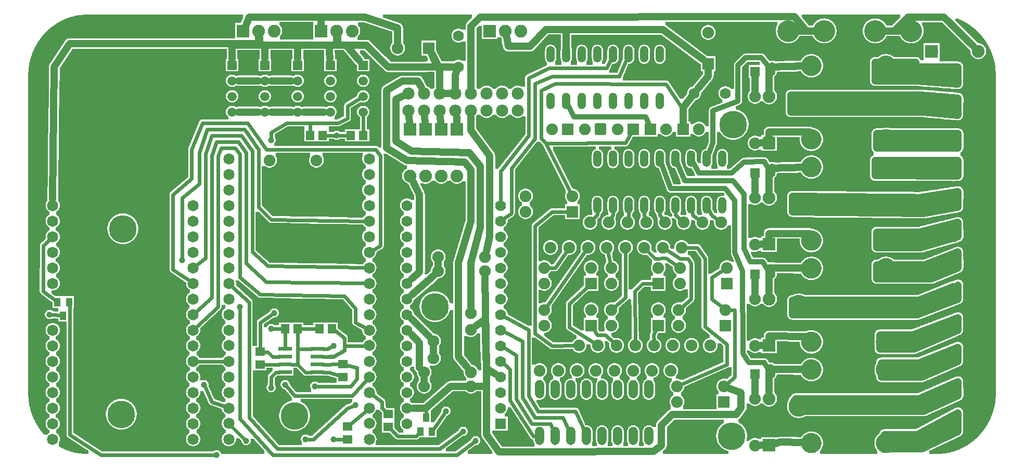
<source format=gtl>
G04 MADE WITH FRITZING*
G04 WWW.FRITZING.ORG*
G04 DOUBLE SIDED*
G04 HOLES PLATED*
G04 CONTOUR ON CENTER OF CONTOUR VECTOR*
%ASAXBY*%
%FSLAX23Y23*%
%MOIN*%
%OFA0B0*%
%SFA1.0B1.0*%
%ADD10C,0.075000*%
%ADD11C,0.039370*%
%ADD12C,0.059000*%
%ADD13C,0.071858*%
%ADD14C,0.058189*%
%ADD15C,0.082000*%
%ADD16C,0.129921*%
%ADD17C,0.070000*%
%ADD18C,0.052000*%
%ADD19C,0.078000*%
%ADD20C,0.140000*%
%ADD21C,0.088750*%
%ADD22C,0.062992*%
%ADD23C,0.177165*%
%ADD24R,0.059000X0.059000*%
%ADD25R,0.039370X0.055118*%
%ADD26R,0.055118X0.059055*%
%ADD27R,0.059055X0.055118*%
%ADD28R,0.075000X0.075000*%
%ADD29R,0.082000X0.082000*%
%ADD30R,0.062992X0.062992*%
%ADD31R,0.069972X0.070000*%
%ADD32C,0.048000*%
%ADD33C,0.024000*%
%ADD34C,0.032000*%
%ADD35C,0.020000*%
%ADD36R,0.001000X0.001000*%
%LNCOPPER1*%
G90*
G70*
G54D10*
X295Y2778D03*
X1717Y2760D03*
X2241Y2744D03*
X2989Y2552D03*
X4166Y2474D03*
X2985Y2122D03*
X356Y2581D03*
X3287Y1936D03*
X2386Y1869D03*
X2078Y1927D03*
X1577Y1467D03*
X1719Y969D03*
X3475Y1956D03*
X1222Y842D03*
X2885Y722D03*
X4296Y927D03*
X1221Y543D03*
X2650Y1692D03*
X4372Y475D03*
X1550Y366D03*
X5292Y2773D03*
X3161Y203D03*
X2805Y351D03*
X4183Y193D03*
G54D11*
X2017Y2086D03*
X1617Y946D03*
X1597Y2056D03*
X1877Y476D03*
X1597Y466D03*
X1997Y736D03*
X1027Y1286D03*
X1397Y986D03*
X1687Y486D03*
X1597Y846D03*
X2137Y356D03*
X1817Y136D03*
X1437Y126D03*
G54D10*
X3317Y576D03*
X3570Y737D03*
G54D12*
X1347Y2536D03*
X1347Y2436D03*
X1347Y2336D03*
X1347Y2236D03*
X1557Y2536D03*
X1557Y2436D03*
X1557Y2336D03*
X1557Y2236D03*
X1767Y2536D03*
X1767Y2436D03*
X1767Y2336D03*
X1767Y2236D03*
X2187Y2536D03*
X2187Y2436D03*
X2187Y2336D03*
X2187Y2236D03*
X1977Y2536D03*
X1977Y2436D03*
X1977Y2336D03*
X1977Y2236D03*
G54D11*
X2717Y316D03*
X1167Y486D03*
X1247Y36D03*
X177Y936D03*
X1997Y136D03*
X2827Y186D03*
X2907Y126D03*
G54D13*
X1097Y136D03*
X1097Y235D03*
X1097Y336D03*
X1097Y436D03*
X1097Y536D03*
X1097Y636D03*
X1097Y735D03*
X1097Y836D03*
X1097Y936D03*
X1097Y1036D03*
X1097Y1136D03*
X1097Y1235D03*
X1097Y1336D03*
X1097Y1435D03*
X1097Y1536D03*
X1097Y1636D03*
X198Y1636D03*
X198Y1536D03*
X198Y1435D03*
X198Y1336D03*
X198Y1235D03*
X198Y1136D03*
X198Y836D03*
X198Y735D03*
X198Y636D03*
X198Y536D03*
X198Y436D03*
X198Y336D03*
X198Y235D03*
X198Y136D03*
X2225Y136D03*
X2225Y237D03*
X2225Y336D03*
X2225Y436D03*
X2225Y536D03*
X2225Y636D03*
X2225Y737D03*
X2225Y836D03*
X2225Y936D03*
X2225Y1036D03*
X2225Y1136D03*
X2225Y1236D03*
X2225Y1336D03*
X2225Y1436D03*
X2225Y1536D03*
X2225Y1636D03*
X2225Y1735D03*
X2225Y1836D03*
X2225Y1936D03*
X1326Y1936D03*
X1326Y1836D03*
X1326Y1735D03*
X1326Y1636D03*
X1326Y1536D03*
X1326Y1436D03*
X1326Y1336D03*
X1326Y1236D03*
X1326Y1136D03*
X1326Y1036D03*
X1326Y936D03*
X1326Y836D03*
X1326Y737D03*
X1326Y636D03*
X1326Y536D03*
X1326Y436D03*
X1326Y336D03*
X1326Y237D03*
X1326Y136D03*
G54D10*
X3527Y1596D03*
X3227Y1596D03*
X3527Y1696D03*
X3227Y1696D03*
X3647Y1136D03*
X3347Y1136D03*
X3647Y1236D03*
X3347Y1236D03*
X4077Y1136D03*
X3777Y1136D03*
X4077Y1236D03*
X3777Y1236D03*
X4517Y1136D03*
X4217Y1136D03*
X4517Y1236D03*
X4217Y1236D03*
X4497Y376D03*
X4197Y376D03*
X4497Y476D03*
X4197Y476D03*
X4507Y866D03*
X4207Y866D03*
X4507Y966D03*
X4207Y966D03*
X4077Y866D03*
X3777Y866D03*
X4077Y966D03*
X3777Y966D03*
X3647Y866D03*
X3347Y866D03*
X3647Y966D03*
X3347Y966D03*
X4697Y96D03*
X4697Y396D03*
X4697Y736D03*
X4697Y1036D03*
X4697Y2036D03*
X4697Y2336D03*
X4697Y1386D03*
X4697Y1686D03*
X4157Y576D03*
X4410Y737D03*
X4037Y576D03*
X4290Y737D03*
X3917Y576D03*
X4170Y737D03*
X3797Y576D03*
X4050Y737D03*
X3677Y576D03*
X3930Y737D03*
X3557Y576D03*
X3810Y737D03*
X3437Y576D03*
X3690Y737D03*
X3867Y1366D03*
X4120Y1527D03*
X3747Y1366D03*
X4000Y1527D03*
X3627Y1366D03*
X3880Y1527D03*
X3507Y1366D03*
X3760Y1527D03*
X3987Y1366D03*
X4240Y1527D03*
X4107Y1366D03*
X4360Y1527D03*
X4227Y1366D03*
X4480Y1527D03*
X3387Y1366D03*
X3640Y1527D03*
G54D14*
X3317Y156D03*
X3417Y156D03*
X3917Y156D03*
X4017Y156D03*
X3517Y156D03*
X3617Y156D03*
X3817Y156D03*
X3717Y156D03*
X4017Y456D03*
X3917Y456D03*
X3817Y456D03*
X3717Y456D03*
X3617Y456D03*
X3517Y456D03*
X3417Y456D03*
X3317Y456D03*
X3317Y156D03*
X3417Y156D03*
X3917Y156D03*
X4017Y156D03*
X3517Y156D03*
X3617Y156D03*
X3817Y156D03*
X3717Y156D03*
X4017Y456D03*
X3917Y456D03*
X3817Y456D03*
X3717Y456D03*
X3617Y456D03*
X3517Y456D03*
X3417Y456D03*
X3317Y456D03*
G54D15*
X4787Y2038D03*
X4787Y2336D03*
X4787Y1388D03*
X4787Y1686D03*
X4787Y738D03*
X4787Y1036D03*
X4787Y98D03*
X4787Y396D03*
G54D16*
X4977Y2296D03*
X5058Y2060D03*
X5536Y2060D03*
X5058Y2532D03*
X5536Y2532D03*
X4977Y1646D03*
X5058Y1410D03*
X5536Y1410D03*
X5058Y1882D03*
X5536Y1882D03*
X4977Y996D03*
X5058Y760D03*
X5536Y760D03*
X5058Y1232D03*
X5536Y1232D03*
X4977Y346D03*
X5058Y110D03*
X5536Y110D03*
X5058Y582D03*
X5536Y582D03*
G54D10*
X2607Y2646D03*
X2407Y2646D03*
X4397Y2546D03*
X4397Y2746D03*
G54D17*
X4507Y2356D03*
X4307Y2356D03*
X2797Y2726D03*
X2797Y2526D03*
G54D10*
X4237Y2126D03*
X4337Y2126D03*
G54D15*
X2687Y2124D03*
X2687Y1826D03*
X2787Y2124D03*
X2787Y1826D03*
X2487Y2124D03*
X2487Y1826D03*
X2587Y2124D03*
X2587Y1826D03*
G54D18*
X3687Y1636D03*
X3787Y1636D03*
X4287Y1636D03*
X4387Y1636D03*
X3887Y1636D03*
X3987Y1636D03*
X4187Y1636D03*
X4087Y1636D03*
X4487Y1636D03*
X4487Y1936D03*
X4387Y1936D03*
X4287Y1936D03*
X4187Y1936D03*
X4087Y1936D03*
X3987Y1936D03*
X3887Y1936D03*
X3787Y1936D03*
X3687Y1936D03*
X3687Y1636D03*
X3787Y1636D03*
X4287Y1636D03*
X4387Y1636D03*
X3887Y1636D03*
X3987Y1636D03*
X4187Y1636D03*
X4087Y1636D03*
X4487Y1636D03*
X4487Y1936D03*
X4387Y1936D03*
X4287Y1936D03*
X4187Y1936D03*
X4087Y1936D03*
X3987Y1936D03*
X3887Y1936D03*
X3787Y1936D03*
X3687Y1936D03*
G54D10*
X2967Y1216D03*
X2667Y1216D03*
X2878Y945D03*
X2637Y766D03*
X2877Y566D03*
X2577Y566D03*
X2875Y838D03*
X2637Y656D03*
X1887Y1926D03*
X1587Y1926D03*
X2877Y476D03*
X2577Y476D03*
X2967Y1306D03*
X2667Y1306D03*
G54D19*
X3177Y2356D03*
X3077Y2356D03*
X2977Y2356D03*
X2877Y2356D03*
X2777Y2356D03*
X2677Y2356D03*
X2577Y2356D03*
X2477Y2356D03*
X2477Y2246D03*
X2577Y2246D03*
X2677Y2246D03*
X2777Y2246D03*
X2877Y2246D03*
X2977Y2246D03*
X3077Y2246D03*
X3177Y2246D03*
G54D18*
X3387Y2306D03*
X3487Y2306D03*
X3587Y2306D03*
X3687Y2306D03*
X3787Y2306D03*
X3887Y2306D03*
X3987Y2306D03*
X4087Y2306D03*
X4087Y2606D03*
X3987Y2606D03*
X3887Y2606D03*
X3787Y2606D03*
X3687Y2606D03*
X3587Y2606D03*
X3487Y2606D03*
X3387Y2606D03*
X3387Y2306D03*
X3487Y2306D03*
X3587Y2306D03*
X3687Y2306D03*
X3787Y2306D03*
X3887Y2306D03*
X3987Y2306D03*
X4087Y2306D03*
X4087Y2606D03*
X3987Y2606D03*
X3887Y2606D03*
X3787Y2606D03*
X3687Y2606D03*
X3587Y2606D03*
X3487Y2606D03*
X3387Y2606D03*
G54D10*
X3917Y2126D03*
X3817Y2126D03*
X3707Y2126D03*
X3607Y2126D03*
X3497Y2126D03*
X3397Y2126D03*
X4027Y2126D03*
X4127Y2126D03*
G54D20*
X4910Y2756D03*
X5140Y2756D03*
X5697Y2756D03*
X5467Y2756D03*
X4910Y2756D03*
X5140Y2756D03*
X5697Y2756D03*
X5467Y2756D03*
G54D15*
X5829Y2626D03*
X6127Y2626D03*
X1417Y2756D03*
X1517Y2756D03*
X1617Y2756D03*
X1917Y2756D03*
X2017Y2756D03*
X2117Y2756D03*
X2997Y2756D03*
X3097Y2756D03*
X3197Y2756D03*
G54D21*
X5967Y1246D03*
X5967Y1446D03*
X5967Y1646D03*
X5967Y1846D03*
X5967Y2046D03*
X5967Y2246D03*
X5967Y2446D03*
X5967Y246D03*
X5967Y446D03*
X5967Y646D03*
X5967Y846D03*
X5967Y1046D03*
X5967Y1246D03*
X5967Y1446D03*
G54D22*
X4697Y1196D03*
X4795Y1196D03*
X4697Y1846D03*
X4795Y1846D03*
X4697Y2496D03*
X4795Y2496D03*
X4697Y556D03*
X4795Y556D03*
G54D17*
X3067Y236D03*
X3067Y336D03*
X3067Y436D03*
X3067Y536D03*
X3067Y636D03*
X3067Y736D03*
X3067Y836D03*
X3067Y936D03*
X3067Y1036D03*
X3067Y1136D03*
X3067Y1236D03*
X3067Y1336D03*
X3067Y1436D03*
X3067Y1536D03*
X3067Y1636D03*
X2467Y236D03*
X2467Y336D03*
X2467Y436D03*
X2467Y536D03*
X2467Y636D03*
X2467Y736D03*
X2467Y836D03*
X2467Y936D03*
X2467Y1036D03*
X2467Y1136D03*
X2467Y1236D03*
X2467Y1336D03*
X2467Y1436D03*
X2467Y1536D03*
X2467Y1636D03*
G54D23*
X1747Y286D03*
X4547Y156D03*
X4557Y2156D03*
X2647Y986D03*
X637Y296D03*
X647Y1486D03*
G54D24*
X1347Y2536D03*
X1557Y2536D03*
X1767Y2536D03*
X2187Y2536D03*
X1977Y2536D03*
G54D25*
X264Y929D03*
X227Y1016D03*
X302Y1016D03*
X2590Y273D03*
X2627Y186D03*
X2552Y186D03*
G54D26*
X1906Y846D03*
X1987Y846D03*
G54D27*
X2057Y617D03*
X2057Y536D03*
G54D26*
X1686Y846D03*
X1767Y846D03*
G54D27*
X2087Y217D03*
X2087Y136D03*
X1527Y697D03*
X1527Y616D03*
G54D26*
X2188Y2086D03*
X2107Y2086D03*
X1928Y2086D03*
X1847Y2086D03*
G54D27*
X2347Y297D03*
X2347Y216D03*
G54D28*
X3527Y1596D03*
X3647Y1136D03*
X4077Y1136D03*
X4517Y1136D03*
X4497Y376D03*
X4507Y866D03*
X4077Y866D03*
X3647Y866D03*
G54D29*
X4787Y1387D03*
X4787Y737D03*
X4787Y97D03*
G54D28*
X2607Y2646D03*
X4397Y2546D03*
X4237Y2126D03*
G54D29*
X2687Y2125D03*
X2787Y2125D03*
X2487Y2125D03*
X2587Y2125D03*
G54D28*
X3917Y2126D03*
X3497Y2126D03*
X4027Y2126D03*
G54D29*
X5828Y2626D03*
X1417Y2756D03*
X1917Y2756D03*
X2997Y2756D03*
G54D30*
X4697Y1196D03*
X4697Y1846D03*
X4697Y2496D03*
X4697Y556D03*
G54D31*
X3067Y236D03*
G54D32*
X2718Y2356D02*
X2736Y2356D01*
G54D33*
D02*
X1528Y886D02*
X1601Y935D01*
D02*
X1527Y719D02*
X1528Y886D01*
G54D32*
D02*
X1808Y2236D02*
X1936Y2236D01*
G54D33*
D02*
X2036Y2086D02*
X2085Y2086D01*
D02*
X1998Y2086D02*
X1950Y2086D01*
D02*
X2307Y336D02*
X2307Y375D01*
D02*
X2307Y375D02*
X2250Y418D01*
D02*
X2325Y319D02*
X2307Y336D01*
D02*
X2107Y476D02*
X1896Y476D01*
D02*
X2147Y526D02*
X2107Y476D01*
D02*
X2147Y596D02*
X2147Y526D01*
D02*
X2081Y611D02*
X2147Y596D01*
D02*
X2188Y2110D02*
X2187Y2206D01*
D02*
X1598Y2106D02*
X1597Y2075D01*
D02*
X1697Y2165D02*
X1598Y2106D01*
D02*
X1847Y2165D02*
X1697Y2165D01*
D02*
X1847Y2110D02*
X1847Y2165D01*
D02*
X1818Y566D02*
X1855Y566D01*
D02*
X1597Y536D02*
X1597Y485D01*
D02*
X1627Y566D02*
X1597Y536D01*
D02*
X1649Y566D02*
X1627Y566D01*
D02*
X1957Y716D02*
X1980Y728D01*
D02*
X1686Y822D02*
X1687Y722D01*
D02*
X1768Y616D02*
X1818Y566D01*
D02*
X1725Y616D02*
X1768Y616D01*
D02*
X1768Y716D02*
X1768Y616D01*
D02*
X1768Y616D02*
X1725Y616D01*
D02*
X1855Y716D02*
X1768Y716D01*
D02*
X1931Y716D02*
X1957Y716D01*
D02*
X1789Y846D02*
X1884Y846D01*
D02*
X1768Y716D02*
X1767Y822D01*
D02*
X2067Y707D02*
X2067Y786D01*
D02*
X1998Y666D02*
X2067Y707D01*
D02*
X2067Y786D02*
X2009Y830D01*
D02*
X1931Y666D02*
X1998Y666D01*
D02*
X1966Y566D02*
X2033Y544D01*
D02*
X1931Y566D02*
X1966Y566D01*
D02*
X2033Y617D02*
X1931Y616D01*
D02*
X1577Y696D02*
X1551Y696D01*
D02*
X1607Y666D02*
X1577Y696D01*
D02*
X1649Y666D02*
X1607Y666D01*
D02*
X1649Y616D02*
X1551Y616D01*
D02*
X1855Y716D02*
X1768Y716D01*
D02*
X1747Y416D02*
X2117Y416D01*
D02*
X2117Y416D02*
X2205Y513D01*
D02*
X1664Y846D02*
X1616Y846D01*
D02*
X1699Y472D02*
X1747Y416D01*
D02*
X2067Y706D02*
X2067Y735D01*
D02*
X2067Y735D02*
X2195Y736D01*
D02*
X1998Y667D02*
X2067Y706D01*
D02*
X1931Y666D02*
X1998Y667D01*
D02*
X2086Y2196D02*
X2027Y2165D01*
D02*
X2087Y2276D02*
X2086Y2196D01*
D02*
X1697Y2166D02*
X1598Y2106D01*
D02*
X1598Y2106D02*
X1597Y2075D01*
D02*
X2027Y2165D02*
X1697Y2166D01*
D02*
X2162Y2321D02*
X2087Y2276D01*
D02*
X1348Y215D02*
X1424Y139D01*
D02*
X1517Y1996D02*
X1426Y2126D01*
D02*
X1137Y1976D02*
X1137Y1776D01*
D02*
X1137Y1776D02*
X1027Y1686D01*
D02*
X1027Y1686D02*
X1027Y1305D01*
D02*
X1426Y2126D02*
X1187Y2126D01*
D02*
X1187Y2126D02*
X1137Y1976D01*
D02*
X1517Y1626D02*
X1517Y1996D01*
D02*
X1597Y1546D02*
X1517Y1626D01*
D02*
X2195Y1536D02*
X1597Y1546D01*
D02*
X1216Y376D02*
X1297Y347D01*
D02*
X1175Y469D02*
X1216Y376D01*
D02*
X1128Y636D02*
X1295Y636D01*
G54D32*
D02*
X2078Y2666D02*
X2018Y2666D01*
D02*
X2018Y2666D02*
X2017Y2713D01*
D02*
X2161Y2567D02*
X2078Y2666D01*
G54D33*
D02*
X1257Y1956D02*
X1276Y2006D01*
D02*
X1397Y1966D02*
X1396Y1175D01*
D02*
X1367Y2006D02*
X1397Y1966D01*
D02*
X2137Y886D02*
X2199Y851D01*
D02*
X2137Y976D02*
X2137Y886D01*
D02*
X2068Y1056D02*
X2137Y976D01*
D02*
X1527Y1065D02*
X2068Y1056D01*
D02*
X1396Y1175D02*
X1527Y1065D01*
D02*
X1276Y2006D02*
X1367Y2006D01*
D02*
X1257Y986D02*
X1257Y1956D01*
D02*
X1119Y857D02*
X1257Y986D01*
D02*
X1217Y1956D02*
X1247Y2046D01*
D02*
X1437Y1976D02*
X1437Y1266D01*
D02*
X1567Y1146D02*
X2195Y1137D01*
D02*
X1437Y1266D02*
X1567Y1146D01*
D02*
X1217Y1045D02*
X1217Y1956D01*
D02*
X1247Y2046D02*
X1387Y2046D01*
D02*
X1387Y2046D02*
X1437Y1976D01*
D02*
X1120Y957D02*
X1217Y1045D01*
D02*
X1177Y1967D02*
X1177Y1297D01*
D02*
X1476Y1986D02*
X1407Y2086D01*
D02*
X1407Y2086D02*
X1217Y2086D01*
D02*
X1217Y2086D02*
X1177Y1967D01*
D02*
X1177Y1297D02*
X1121Y1254D01*
D02*
X1476Y1337D02*
X1476Y1986D01*
D02*
X1577Y1247D02*
X1476Y1337D01*
D02*
X2195Y1237D02*
X1577Y1247D01*
D02*
X1567Y1996D02*
X1446Y2166D01*
D02*
X1446Y2166D02*
X1157Y2166D01*
D02*
X1157Y2166D02*
X1087Y1996D01*
D02*
X1087Y1807D02*
X967Y1705D01*
D02*
X967Y1705D02*
X967Y1226D01*
D02*
X2297Y1956D02*
X2267Y1996D01*
D02*
X2267Y1996D02*
X1567Y1996D01*
D02*
X1087Y1996D02*
X1087Y1807D01*
D02*
X967Y1226D02*
X1072Y1153D01*
D02*
X2297Y1377D02*
X2297Y1956D01*
D02*
X2252Y1351D02*
X2297Y1377D01*
G54D32*
D02*
X1516Y2236D02*
X1388Y2236D01*
D02*
X1516Y2436D02*
X1388Y2436D01*
G54D33*
D02*
X1867Y136D02*
X2087Y336D01*
D02*
X2087Y336D02*
X2119Y349D01*
D02*
X1836Y136D02*
X1867Y136D01*
G54D32*
D02*
X1527Y2666D02*
X1522Y2713D01*
D02*
X1347Y2666D02*
X1527Y2666D01*
D02*
X1347Y2577D02*
X1347Y2666D01*
D02*
X1558Y2666D02*
X1557Y2577D01*
D02*
X1517Y2666D02*
X1558Y2666D01*
D02*
X1517Y2713D02*
X1517Y2666D01*
D02*
X1768Y2666D02*
X1767Y2577D01*
D02*
X1517Y2666D02*
X1768Y2666D01*
D02*
X1517Y2713D02*
X1517Y2666D01*
D02*
X2027Y2666D02*
X1967Y2666D01*
D02*
X1967Y2666D02*
X1974Y2577D01*
D02*
X2022Y2713D02*
X2027Y2666D01*
D02*
X1726Y2236D02*
X1598Y2236D01*
D02*
X1598Y2436D02*
X1726Y2436D01*
G54D33*
D02*
X250Y930D02*
X196Y935D01*
D02*
X138Y1378D02*
X136Y1086D01*
D02*
X136Y1086D02*
X213Y1027D01*
D02*
X176Y1414D02*
X138Y1378D01*
D02*
X2016Y136D02*
X2063Y136D01*
G54D32*
D02*
X208Y2526D02*
X198Y1678D01*
D02*
X307Y2675D02*
X208Y2526D01*
D02*
X1517Y2675D02*
X307Y2675D01*
D02*
X1517Y2713D02*
X1517Y2675D01*
G54D33*
D02*
X307Y976D02*
X307Y165D01*
D02*
X307Y165D02*
X506Y35D01*
D02*
X506Y35D02*
X1228Y36D01*
D02*
X305Y994D02*
X307Y976D01*
G54D32*
D02*
X1918Y2846D02*
X1917Y2799D01*
D02*
X1457Y2846D02*
X1918Y2846D01*
D02*
X1435Y2795D02*
X1457Y2846D01*
D02*
X1517Y2666D02*
X2018Y2666D01*
D02*
X2018Y2666D02*
X2017Y2713D01*
D02*
X1517Y2713D02*
X1517Y2666D01*
D02*
X2407Y2775D02*
X2407Y2686D01*
D02*
X2197Y2845D02*
X2407Y2775D01*
D02*
X1918Y2846D02*
X2197Y2845D01*
D02*
X1917Y2799D02*
X1918Y2846D01*
D02*
X2348Y2526D02*
X2669Y2526D01*
D02*
X2206Y2665D02*
X2348Y2526D01*
D02*
X2018Y2666D02*
X2206Y2665D01*
D02*
X2669Y2526D02*
X2625Y2611D01*
D02*
X2017Y2713D02*
X2018Y2666D01*
G54D33*
D02*
X4419Y1036D02*
X4485Y984D01*
D02*
X4419Y1175D02*
X4419Y1036D01*
D02*
X4493Y1221D02*
X4419Y1175D01*
D02*
X1457Y276D02*
X1457Y1015D01*
D02*
X1457Y1015D02*
X1348Y1115D01*
D02*
X1637Y76D02*
X1457Y276D01*
D02*
X2677Y76D02*
X1637Y76D01*
D02*
X1607Y36D02*
X1397Y267D01*
D02*
X1397Y267D02*
X1397Y967D01*
D02*
X2787Y36D02*
X1607Y36D01*
D02*
X2892Y115D02*
X2787Y36D01*
D02*
X2812Y175D02*
X2677Y76D01*
D02*
X2527Y156D02*
X2538Y169D01*
D02*
X2111Y237D02*
X2202Y316D01*
D02*
X2407Y156D02*
X2527Y156D01*
D02*
X2369Y194D02*
X2407Y156D01*
D02*
X2587Y335D02*
X2496Y336D01*
D02*
X2589Y295D02*
X2587Y335D01*
D02*
X2706Y300D02*
X2641Y206D01*
G54D32*
D02*
X4697Y518D02*
X4697Y436D01*
D02*
X4697Y1158D02*
X4697Y1076D01*
D02*
X4744Y737D02*
X4737Y737D01*
D02*
X4744Y2037D02*
X4737Y2037D01*
D02*
X4697Y2458D02*
X4697Y2376D01*
D02*
X4744Y1387D02*
X4737Y1387D01*
D02*
X4697Y1726D02*
X4697Y1808D01*
G54D33*
D02*
X3886Y1575D02*
X3884Y1555D01*
D02*
X4187Y1575D02*
X4219Y1546D01*
D02*
X4187Y1609D02*
X4187Y1575D01*
D02*
X4087Y1575D02*
X4104Y1551D01*
D02*
X4087Y1609D02*
X4087Y1575D01*
D02*
X3987Y1575D02*
X3992Y1555D01*
D02*
X3987Y1609D02*
X3987Y1575D01*
D02*
X3887Y1609D02*
X3886Y1575D01*
D02*
X3786Y1575D02*
X3774Y1552D01*
D02*
X3787Y1609D02*
X3786Y1575D01*
D02*
X3686Y1577D02*
X3659Y1548D01*
D02*
X3686Y1609D02*
X3686Y1577D01*
G54D32*
D02*
X2667Y2526D02*
X2625Y2610D01*
D02*
X2760Y2526D02*
X2667Y2526D01*
D02*
X2776Y2476D02*
X2777Y2397D01*
D02*
X2783Y2492D02*
X2776Y2476D01*
D02*
X2678Y2525D02*
X2677Y2397D01*
D02*
X2667Y2515D02*
X2678Y2525D01*
D02*
X2624Y2610D02*
X2667Y2515D01*
D02*
X4744Y97D02*
X4737Y97D01*
G54D33*
D02*
X4417Y1575D02*
X4457Y1545D01*
D02*
X4399Y1612D02*
X4417Y1575D01*
D02*
X4297Y1575D02*
X4337Y1545D01*
D02*
X4292Y1609D02*
X4297Y1575D01*
D02*
X3867Y2037D02*
X3378Y2036D01*
D02*
X3357Y2035D02*
X3514Y1722D01*
D02*
X3529Y2036D02*
X3357Y2035D01*
D02*
X3378Y2036D02*
X3529Y2036D01*
G54D34*
D02*
X3537Y2205D02*
X3998Y2205D01*
D02*
X3998Y2205D02*
X4015Y2158D01*
D02*
X3501Y2277D02*
X3537Y2205D01*
G54D32*
D02*
X4166Y295D02*
X4097Y226D01*
D02*
X4097Y95D02*
X4046Y57D01*
D02*
X4097Y226D02*
X4097Y95D01*
D02*
X4577Y295D02*
X4166Y295D01*
D02*
X4608Y337D02*
X4577Y295D01*
D02*
X4046Y57D02*
X3308Y56D01*
D02*
X2978Y166D02*
X2977Y476D01*
D02*
X2877Y476D02*
X2747Y476D01*
D02*
X2977Y476D02*
X2877Y476D01*
D02*
X2587Y335D02*
X2507Y336D01*
D02*
X2747Y476D02*
X2587Y335D01*
D02*
X3056Y56D02*
X2978Y166D01*
D02*
X3308Y56D02*
X3056Y56D01*
D02*
X4608Y435D02*
X4608Y337D01*
D02*
X4534Y462D02*
X4608Y435D01*
G54D33*
D02*
X3753Y1338D02*
X3771Y1264D01*
D02*
X4046Y806D02*
X4064Y840D01*
D02*
X4049Y766D02*
X4046Y806D01*
D02*
X4517Y616D02*
X4223Y487D01*
D02*
X4516Y746D02*
X4517Y616D01*
D02*
X4376Y858D02*
X4516Y746D01*
D02*
X4376Y1296D02*
X4376Y858D01*
D02*
X4327Y1366D02*
X4376Y1296D01*
D02*
X4256Y1366D02*
X4327Y1366D01*
D02*
X4536Y966D02*
X4567Y965D01*
D02*
X4567Y965D02*
X4568Y536D01*
D02*
X4568Y536D02*
X4519Y495D01*
D02*
X3508Y856D02*
X3508Y1005D01*
D02*
X3508Y1005D02*
X3626Y1116D01*
D02*
X3666Y753D02*
X3508Y856D01*
D02*
X3398Y1595D02*
X3498Y1596D01*
D02*
X3287Y816D02*
X3287Y1505D01*
D02*
X3287Y1505D02*
X3398Y1595D01*
D02*
X3397Y735D02*
X3287Y816D01*
D02*
X3541Y737D02*
X3397Y735D01*
D02*
X3978Y1135D02*
X4048Y1136D01*
D02*
X3926Y1086D02*
X3978Y1135D01*
D02*
X3930Y766D02*
X3926Y1086D01*
D02*
X3737Y805D02*
X3687Y806D01*
D02*
X3687Y806D02*
X3663Y842D01*
D02*
X3789Y757D02*
X3737Y805D01*
D02*
X3611Y1343D02*
X3363Y989D01*
D02*
X3418Y1236D02*
X3376Y1236D01*
D02*
X3491Y1342D02*
X3418Y1236D01*
D02*
X4216Y1296D02*
X4267Y1296D01*
D02*
X4131Y1351D02*
X4217Y1296D01*
D02*
X4287Y1266D02*
X4287Y1036D01*
D02*
X4267Y1296D02*
X4287Y1266D01*
D02*
X4287Y1036D02*
X4229Y985D01*
D02*
X4057Y1296D02*
X4128Y1297D01*
D02*
X4128Y1297D02*
X4193Y1252D01*
D02*
X4007Y1346D02*
X4057Y1296D01*
D02*
X3866Y1046D02*
X3798Y985D01*
D02*
X3867Y1337D02*
X3866Y1046D01*
G54D32*
D02*
X5678Y2844D02*
X5587Y2756D01*
D02*
X5587Y2756D02*
X5698Y2756D01*
D02*
X5698Y2756D02*
X5539Y2756D01*
D02*
X5908Y2846D02*
X5678Y2844D01*
D02*
X6096Y2657D02*
X5908Y2846D01*
D02*
X2937Y2846D02*
X2877Y2786D01*
D02*
X4949Y2847D02*
X2937Y2846D01*
D02*
X5027Y2756D02*
X4949Y2847D01*
D02*
X5141Y2756D02*
X5027Y2756D01*
D02*
X4397Y2466D02*
X4331Y2385D01*
D02*
X4397Y2506D02*
X4397Y2466D01*
D02*
X3256Y2657D02*
X3116Y2657D01*
D02*
X3356Y2766D02*
X3256Y2657D01*
D02*
X4106Y2766D02*
X3356Y2766D01*
D02*
X3116Y2657D02*
X3105Y2714D01*
D02*
X4365Y2570D02*
X4106Y2766D01*
D02*
X2877Y2786D02*
X2877Y2397D01*
D02*
X4982Y2756D02*
X5141Y2756D01*
D02*
X5967Y226D02*
X5977Y257D01*
D02*
X5737Y986D02*
X4957Y986D01*
D02*
X5777Y986D02*
X5777Y1016D01*
D02*
X5957Y1055D02*
X5777Y986D01*
D02*
X5777Y1016D02*
X5737Y986D01*
D02*
X4957Y986D02*
X5737Y976D01*
D02*
X5997Y1126D02*
X5957Y1055D01*
D02*
X5017Y976D02*
X5020Y975D01*
D02*
X5737Y976D02*
X5017Y976D01*
D02*
X5746Y1027D02*
X4937Y1027D01*
D02*
X4937Y1027D02*
X4937Y935D01*
D02*
X5737Y935D02*
X5997Y1036D01*
D02*
X4937Y935D02*
X5737Y935D01*
D02*
X5997Y1036D02*
X5997Y1126D01*
D02*
X5966Y1116D02*
X5746Y1027D01*
D02*
X5768Y986D02*
X5966Y1116D01*
D02*
X5922Y1032D02*
X5768Y986D01*
D02*
X4967Y357D02*
X4945Y381D01*
D02*
X5757Y117D02*
X5537Y96D01*
D02*
X5537Y96D02*
X5747Y96D01*
D02*
X5747Y96D02*
X5967Y226D01*
D02*
X5558Y125D02*
X5527Y125D01*
D02*
X5747Y125D02*
X5558Y125D01*
D02*
X5977Y257D02*
X5747Y125D01*
D02*
X5527Y76D02*
X5767Y76D01*
D02*
X5527Y166D02*
X5527Y76D01*
D02*
X5527Y125D02*
X5527Y166D01*
D02*
X5961Y190D02*
X5757Y117D01*
D02*
X5737Y166D02*
X5527Y166D01*
D02*
X5997Y186D02*
X5997Y306D01*
D02*
X5527Y166D02*
X5528Y157D01*
D02*
X5997Y306D02*
X5737Y166D01*
D02*
X5767Y76D02*
X5997Y186D01*
D02*
X5962Y200D02*
X5961Y190D01*
D02*
X5967Y446D02*
X5917Y440D01*
D02*
X5747Y356D02*
X5967Y446D01*
D02*
X5777Y316D02*
X5997Y416D01*
D02*
X5997Y416D02*
X5997Y505D01*
D02*
X5997Y505D02*
X5747Y396D01*
D02*
X5747Y396D02*
X5747Y356D01*
D02*
X5777Y316D02*
X5747Y356D01*
D02*
X5747Y356D02*
X4967Y357D01*
D02*
X4957Y316D02*
X5777Y316D01*
D02*
X4957Y396D02*
X4957Y316D01*
D02*
X5747Y396D02*
X4957Y396D01*
D02*
X5917Y440D02*
X5777Y316D01*
D02*
X5757Y356D02*
X5747Y396D01*
D02*
X5924Y428D02*
X5757Y356D01*
D02*
X4237Y2266D02*
X4237Y2166D01*
D02*
X4106Y2766D02*
X3487Y2766D01*
D02*
X3487Y2766D02*
X3487Y2644D01*
D02*
X4365Y2570D02*
X4106Y2766D01*
D02*
X4307Y2356D02*
X4237Y2266D01*
G54D33*
D02*
X3248Y2085D02*
X3246Y2456D01*
D02*
X3067Y1856D02*
X3248Y2085D01*
D02*
X3137Y1586D02*
X3138Y1875D01*
D02*
X3377Y2517D02*
X3746Y2517D01*
D02*
X3246Y2456D02*
X3377Y2517D01*
D02*
X3288Y2066D02*
X3286Y2417D01*
D02*
X3138Y1875D02*
X3288Y2066D01*
D02*
X3746Y2517D02*
X3776Y2581D01*
D02*
X3828Y2465D02*
X3877Y2581D01*
D02*
X3398Y2465D02*
X3828Y2465D01*
D02*
X3285Y2417D02*
X3398Y2465D01*
D02*
X3067Y1665D02*
X3067Y1856D01*
D02*
X3091Y1553D02*
X3137Y1586D01*
D02*
X3357Y2036D02*
X3328Y2067D01*
D02*
X3867Y2037D02*
X3357Y2036D01*
D02*
X3416Y2417D02*
X4127Y2416D01*
D02*
X3328Y2376D02*
X3416Y2417D01*
D02*
X3328Y2067D02*
X3328Y2376D01*
D02*
X4227Y2266D02*
X4235Y2155D01*
D02*
X4127Y2416D02*
X4227Y2266D01*
D02*
X3903Y2101D02*
X3867Y2037D01*
G54D32*
D02*
X2787Y2196D02*
X2787Y2167D01*
D02*
X2785Y2206D02*
X2787Y2196D01*
D02*
X2680Y2205D02*
X2683Y2167D01*
D02*
X2580Y2205D02*
X2583Y2167D01*
D02*
X2480Y2205D02*
X2483Y2167D01*
D02*
X2877Y1267D02*
X2878Y985D01*
D02*
X2937Y1496D02*
X2877Y1267D01*
D02*
X2936Y1887D02*
X2937Y1496D01*
D02*
X2867Y1976D02*
X2936Y1887D01*
D02*
X2496Y1985D02*
X2867Y1976D01*
D02*
X2997Y1956D02*
X2997Y1435D01*
D02*
X2997Y1435D02*
X2976Y1345D01*
D02*
X2797Y1267D02*
X2797Y666D01*
D02*
X2876Y1535D02*
X2797Y1267D01*
D02*
X2797Y666D02*
X2852Y597D01*
D02*
X2438Y2435D02*
X2338Y2376D01*
D02*
X2538Y2435D02*
X2438Y2435D01*
D02*
X2338Y2006D02*
X2466Y1925D01*
D02*
X2338Y2376D02*
X2338Y2006D01*
D02*
X2838Y1916D02*
X2876Y1866D01*
D02*
X2466Y1925D02*
X2838Y1916D01*
D02*
X2876Y1866D02*
X2876Y1535D01*
D02*
X2559Y2393D02*
X2538Y2435D01*
D02*
X2398Y2047D02*
X2496Y1985D01*
D02*
X2397Y2317D02*
X2398Y2047D01*
D02*
X2440Y2338D02*
X2397Y2317D01*
D02*
X2877Y2117D02*
X2997Y1956D01*
D02*
X2877Y2205D02*
X2877Y2117D01*
G54D34*
D02*
X4547Y1845D02*
X4338Y1844D01*
D02*
X4628Y1916D02*
X4547Y1845D01*
D02*
X4758Y1917D02*
X4628Y1916D01*
D02*
X4338Y1844D02*
X4303Y1907D01*
D02*
X4780Y1875D02*
X4758Y1917D01*
D02*
X4245Y1796D02*
X4558Y1795D01*
D02*
X4628Y1707D02*
X4627Y1357D01*
D02*
X4558Y1795D02*
X4628Y1707D01*
D02*
X4627Y1357D02*
X4668Y1275D01*
D02*
X4745Y1275D02*
X4778Y1223D01*
D02*
X4668Y1275D02*
X4745Y1275D01*
D02*
X4200Y1906D02*
X4245Y1796D01*
D02*
X4156Y1744D02*
X4508Y1745D01*
D02*
X4619Y684D02*
X4658Y627D01*
D02*
X4616Y1216D02*
X4619Y684D01*
D02*
X4567Y1335D02*
X4616Y1216D01*
D02*
X4567Y1667D02*
X4567Y1335D01*
D02*
X4508Y1745D02*
X4567Y1667D01*
D02*
X4758Y627D02*
X4780Y585D01*
D02*
X4658Y627D02*
X4758Y627D01*
D02*
X4098Y1905D02*
X4156Y1744D01*
D02*
X4788Y2335D02*
X4794Y2464D01*
D02*
X4786Y2526D02*
X4788Y2335D01*
D02*
X4588Y2535D02*
X4638Y2585D01*
D02*
X4588Y2306D02*
X4588Y2535D01*
D02*
X4638Y2585D02*
X4738Y2585D01*
D02*
X4738Y2585D02*
X4786Y2526D01*
D02*
X4427Y2244D02*
X4588Y2306D01*
D02*
X4427Y2037D02*
X4427Y2244D01*
D02*
X4399Y1966D02*
X4427Y2037D01*
G54D33*
D02*
X3277Y156D02*
X3287Y156D01*
D02*
X3128Y386D02*
X3277Y156D01*
D02*
X3127Y586D02*
X3128Y386D01*
D02*
X3089Y617D02*
X3127Y586D01*
D02*
X3387Y236D02*
X3267Y236D01*
D02*
X3167Y396D02*
X3167Y676D01*
D02*
X3267Y236D02*
X3167Y396D01*
D02*
X3167Y676D02*
X3092Y721D01*
D02*
X3407Y184D02*
X3387Y236D01*
D02*
X3207Y406D02*
X3207Y766D01*
D02*
X3287Y276D02*
X3207Y406D01*
D02*
X3207Y766D02*
X3093Y823D01*
D02*
X3467Y276D02*
X3287Y276D01*
D02*
X3505Y184D02*
X3467Y276D01*
D02*
X3307Y316D02*
X3547Y316D01*
D02*
X3547Y316D02*
X3605Y184D01*
D02*
X3247Y415D02*
X3307Y316D01*
D02*
X3247Y837D02*
X3247Y415D01*
D02*
X3093Y922D02*
X3247Y837D01*
G54D32*
D02*
X4787Y2525D02*
X4787Y2379D01*
D02*
X5010Y2531D02*
X4787Y2525D01*
D02*
X4786Y2107D02*
X4787Y2081D01*
D02*
X5047Y2107D02*
X4786Y2107D01*
D02*
X5047Y2106D02*
X5047Y2107D01*
D02*
X4787Y1876D02*
X4787Y1729D01*
D02*
X5010Y1881D02*
X4787Y1876D01*
D02*
X4786Y1456D02*
X4787Y1431D01*
D02*
X5047Y1456D02*
X4786Y1456D01*
D02*
X5047Y1456D02*
X5047Y1456D01*
D02*
X4787Y1236D02*
X4787Y1079D01*
D02*
X5010Y1233D02*
X4787Y1236D01*
D02*
X4786Y797D02*
X4786Y781D01*
D02*
X5028Y795D02*
X4786Y797D01*
D02*
X5027Y796D02*
X5028Y795D01*
D02*
X4857Y117D02*
X4829Y109D01*
D02*
X5006Y116D02*
X4857Y117D01*
D02*
X5010Y115D02*
X5006Y116D01*
D02*
X4787Y586D02*
X4787Y439D01*
D02*
X5010Y583D02*
X4787Y586D01*
D02*
X4797Y586D02*
X4797Y594D01*
D02*
X5010Y583D02*
X4797Y586D01*
D02*
X4797Y1236D02*
X4797Y1234D01*
D02*
X5010Y1233D02*
X4797Y1236D01*
D02*
X4806Y2526D02*
X4808Y2532D01*
D02*
X5010Y2531D02*
X4806Y2526D01*
D02*
X4806Y1876D02*
X4808Y1882D01*
D02*
X5010Y1881D02*
X4806Y1876D01*
D02*
X5987Y1876D02*
X5757Y1876D01*
D02*
X5987Y1827D02*
X5987Y1876D01*
D02*
X5757Y1876D02*
X5584Y1881D01*
D02*
X5996Y1926D02*
X5987Y1827D01*
D02*
X5987Y1886D02*
X5997Y1926D01*
D02*
X5557Y1886D02*
X5987Y1886D01*
D02*
X5997Y1826D02*
X5497Y1897D01*
D02*
X5997Y1926D02*
X5997Y1826D01*
D02*
X5497Y1897D02*
X5497Y1856D01*
D02*
X5497Y1856D02*
X5996Y1856D01*
D02*
X5996Y1856D02*
X5997Y1826D01*
D02*
X5997Y1826D02*
X5468Y1827D01*
D02*
X5468Y1926D02*
X5996Y1926D01*
D02*
X5468Y1827D02*
X5468Y1926D01*
D02*
X5837Y1836D02*
X5557Y1886D01*
D02*
X5921Y1843D02*
X5837Y1836D01*
D02*
X4966Y1656D02*
X5968Y1666D01*
D02*
X5888Y1686D02*
X4936Y1695D01*
D02*
X5987Y1676D02*
X5727Y1637D01*
D02*
X5727Y1637D02*
X5025Y1645D01*
D02*
X4988Y1626D02*
X5987Y1676D01*
D02*
X5677Y1676D02*
X4966Y1656D01*
D02*
X5776Y1586D02*
X5997Y1625D01*
D02*
X5757Y1676D02*
X5888Y1686D01*
D02*
X4936Y1695D02*
X4937Y1595D01*
D02*
X4937Y1595D02*
X5776Y1586D01*
D02*
X5997Y1725D02*
X5677Y1676D01*
D02*
X5737Y1616D02*
X4988Y1626D01*
D02*
X5968Y1666D02*
X5737Y1616D01*
D02*
X5997Y1625D02*
X5997Y1725D01*
D02*
X5758Y1646D02*
X5757Y1676D01*
D02*
X5920Y1646D02*
X5758Y1646D01*
D02*
X5757Y1366D02*
X5477Y1366D01*
D02*
X5817Y1466D02*
X5767Y1406D01*
D02*
X5477Y1466D02*
X5817Y1466D01*
D02*
X5477Y1366D02*
X5477Y1466D01*
D02*
X5767Y1406D02*
X5584Y1409D01*
D02*
X5997Y1436D02*
X5757Y1366D01*
D02*
X5727Y1426D02*
X5947Y1495D01*
D02*
X5947Y1495D02*
X5968Y1456D01*
D02*
X5788Y1406D02*
X5727Y1426D01*
D02*
X5968Y1456D02*
X5777Y1416D01*
D02*
X5957Y1466D02*
X5788Y1406D01*
D02*
X5507Y1436D02*
X5722Y1458D01*
D02*
X5507Y1406D02*
X5507Y1436D01*
D02*
X5722Y1458D02*
X5997Y1527D01*
D02*
X5997Y1527D02*
X5997Y1436D01*
D02*
X5777Y1416D02*
X5507Y1406D01*
D02*
X5946Y1488D02*
X5957Y1466D01*
D02*
X5807Y1255D02*
X5847Y1266D01*
D02*
X5507Y1226D02*
X5747Y1226D01*
D02*
X5767Y1226D02*
X5507Y1226D01*
D02*
X5967Y1296D02*
X5767Y1226D01*
D02*
X5967Y1255D02*
X5967Y1296D01*
D02*
X5767Y1186D02*
X5967Y1255D01*
D02*
X5507Y1186D02*
X5767Y1186D01*
D02*
X5997Y1236D02*
X5827Y1166D01*
D02*
X5767Y1247D02*
X5997Y1337D01*
D02*
X5827Y1166D02*
X5477Y1166D01*
D02*
X5847Y1266D02*
X5507Y1186D01*
D02*
X5747Y1226D02*
X5777Y1227D01*
D02*
X5477Y1255D02*
X5807Y1255D01*
D02*
X5477Y1166D02*
X5477Y1255D01*
D02*
X5777Y1227D02*
X5584Y1231D01*
D02*
X5997Y1337D02*
X5997Y1236D01*
D02*
X5757Y1227D02*
X5767Y1247D01*
D02*
X5921Y1242D02*
X5757Y1227D01*
D02*
X5767Y756D02*
X5584Y759D01*
D02*
X5997Y916D02*
X5767Y756D01*
D02*
X5527Y756D02*
X5677Y756D01*
D02*
X5767Y766D02*
X5997Y916D01*
D02*
X5707Y806D02*
X5997Y916D01*
D02*
X5517Y785D02*
X5527Y756D01*
D02*
X5756Y796D02*
X5517Y785D01*
D02*
X5957Y886D02*
X5756Y796D01*
D02*
X5967Y866D02*
X5957Y886D01*
D02*
X5997Y836D02*
X5717Y716D01*
D02*
X5677Y756D02*
X5767Y766D01*
D02*
X5717Y716D02*
X5497Y716D01*
D02*
X5997Y916D02*
X5997Y836D01*
D02*
X5497Y716D02*
X5497Y806D01*
D02*
X5497Y806D02*
X5707Y806D01*
D02*
X5767Y756D02*
X5967Y866D01*
D02*
X5925Y827D02*
X5767Y756D01*
D02*
X5756Y595D02*
X5537Y586D01*
D02*
X5756Y546D02*
X5756Y595D01*
D02*
X5537Y586D02*
X5977Y655D01*
D02*
X5977Y655D02*
X5756Y566D01*
D02*
X5756Y566D02*
X5584Y579D01*
D02*
X5977Y636D02*
X5756Y546D01*
D02*
X5777Y626D02*
X5777Y586D01*
D02*
X5997Y726D02*
X5777Y626D01*
D02*
X5997Y636D02*
X5997Y726D01*
D02*
X5767Y535D02*
X5997Y636D01*
D02*
X5506Y535D02*
X5767Y535D01*
D02*
X5777Y586D02*
X5977Y636D01*
D02*
X5957Y676D02*
X5547Y576D01*
D02*
X5747Y626D02*
X5506Y626D01*
D02*
X5997Y726D02*
X5747Y626D01*
D02*
X5767Y626D02*
X5997Y726D01*
D02*
X5506Y626D02*
X5506Y535D01*
D02*
X5547Y576D02*
X5767Y626D01*
D02*
X5953Y690D02*
X5957Y676D01*
D02*
X5507Y2457D02*
X5920Y2447D01*
D02*
X5977Y2446D02*
X5507Y2457D01*
D02*
X5977Y2486D02*
X5977Y2446D01*
D02*
X5507Y2486D02*
X5977Y2486D01*
D02*
X5507Y2526D02*
X5507Y2486D01*
D02*
X5697Y2526D02*
X5507Y2526D01*
D02*
X5997Y2526D02*
X5697Y2526D01*
D02*
X5997Y2416D02*
X5997Y2526D01*
D02*
X5737Y2436D02*
X5997Y2416D01*
D02*
X5467Y2436D02*
X5737Y2436D01*
D02*
X5467Y2555D02*
X5467Y2436D01*
D02*
X5726Y2555D02*
X5467Y2555D01*
D02*
X5726Y2526D02*
X5726Y2555D01*
D02*
X5584Y2531D02*
X5726Y2526D01*
D02*
X5758Y2296D02*
X5922Y2257D01*
D02*
X5607Y2296D02*
X5758Y2296D01*
D02*
X4986Y2286D02*
X5727Y2326D01*
D02*
X5727Y2326D02*
X5977Y2286D01*
D02*
X5977Y2286D02*
X5987Y2246D01*
D02*
X5987Y2246D02*
X5787Y2276D01*
D02*
X5937Y2256D02*
X4986Y2286D01*
D02*
X5787Y2276D02*
X4958Y2265D01*
D02*
X4958Y2316D02*
X5607Y2296D01*
D02*
X4958Y2265D02*
X4958Y2316D01*
D02*
X5777Y2236D02*
X4927Y2236D01*
D02*
X5997Y2325D02*
X5937Y2256D01*
D02*
X5758Y2345D02*
X5997Y2325D01*
D02*
X5997Y2325D02*
X5996Y2216D01*
D02*
X5996Y2216D02*
X5777Y2236D01*
D02*
X4927Y2345D02*
X5758Y2345D01*
D02*
X4927Y2236D02*
X4927Y2345D01*
D02*
X5607Y2296D02*
X5997Y2325D01*
D02*
X5025Y2296D02*
X5607Y2296D01*
D02*
X5758Y2057D02*
X5584Y2059D01*
D02*
X5987Y2047D02*
X5507Y2047D01*
D02*
X5507Y2047D02*
X5997Y2097D01*
D02*
X5997Y2097D02*
X5997Y2006D01*
D02*
X5997Y2006D02*
X5477Y2006D01*
D02*
X5477Y2006D02*
X5477Y2097D01*
D02*
X5477Y2097D02*
X5758Y2057D01*
D02*
X5997Y2097D02*
X5916Y2047D01*
D02*
X5517Y2055D02*
X5987Y2047D01*
D02*
X5477Y2097D02*
X5997Y2097D01*
D02*
X5767Y2055D02*
X5477Y2097D01*
D02*
X5916Y2047D02*
X5517Y2055D01*
D02*
X5920Y2048D02*
X5767Y2055D01*
D02*
X2976Y587D02*
X2967Y905D01*
D02*
X2967Y905D02*
X2907Y862D01*
D02*
X3032Y556D02*
X2976Y587D01*
D02*
X2547Y1706D02*
X2547Y1207D01*
D02*
X2977Y476D02*
X2976Y587D01*
D02*
X2976Y587D02*
X3032Y556D01*
D02*
X2917Y476D02*
X2977Y476D01*
D02*
X2547Y1207D02*
X2497Y1163D01*
D02*
X2506Y1787D02*
X2547Y1706D01*
D02*
X2547Y756D02*
X2495Y807D01*
D02*
X2547Y596D02*
X2547Y756D01*
D02*
X2549Y594D02*
X2547Y596D01*
D02*
X2667Y1256D02*
X2667Y1266D01*
D02*
X2609Y794D02*
X2495Y908D01*
D02*
X2637Y726D02*
X2637Y696D01*
D02*
X2577Y526D02*
X2577Y516D01*
D02*
X2608Y1157D02*
X2498Y1062D01*
D02*
X2639Y1188D02*
X2608Y1157D01*
D02*
X2976Y587D02*
X2968Y1176D01*
D02*
X3032Y556D02*
X2976Y587D01*
G36*
X394Y2861D02*
X394Y2859D01*
X374Y2859D01*
X374Y2857D01*
X360Y2857D01*
X360Y2855D01*
X350Y2855D01*
X350Y2853D01*
X340Y2853D01*
X340Y2851D01*
X332Y2851D01*
X332Y2849D01*
X324Y2849D01*
X324Y2847D01*
X316Y2847D01*
X316Y2845D01*
X310Y2845D01*
X310Y2843D01*
X304Y2843D01*
X304Y2841D01*
X298Y2841D01*
X298Y2839D01*
X292Y2839D01*
X292Y2837D01*
X288Y2837D01*
X288Y2835D01*
X282Y2835D01*
X282Y2833D01*
X278Y2833D01*
X278Y2831D01*
X272Y2831D01*
X272Y2829D01*
X268Y2829D01*
X268Y2827D01*
X264Y2827D01*
X264Y2825D01*
X260Y2825D01*
X260Y2823D01*
X256Y2823D01*
X256Y2821D01*
X252Y2821D01*
X252Y2819D01*
X248Y2819D01*
X248Y2817D01*
X244Y2817D01*
X244Y2815D01*
X240Y2815D01*
X240Y2813D01*
X236Y2813D01*
X236Y2811D01*
X234Y2811D01*
X234Y2809D01*
X230Y2809D01*
X230Y2807D01*
X226Y2807D01*
X226Y2805D01*
X224Y2805D01*
X224Y2803D01*
X220Y2803D01*
X220Y2801D01*
X218Y2801D01*
X218Y2799D01*
X214Y2799D01*
X214Y2797D01*
X212Y2797D01*
X212Y2795D01*
X208Y2795D01*
X208Y2793D01*
X206Y2793D01*
X206Y2791D01*
X202Y2791D01*
X202Y2789D01*
X200Y2789D01*
X200Y2787D01*
X198Y2787D01*
X198Y2785D01*
X194Y2785D01*
X194Y2783D01*
X192Y2783D01*
X192Y2781D01*
X190Y2781D01*
X190Y2779D01*
X188Y2779D01*
X188Y2777D01*
X184Y2777D01*
X184Y2775D01*
X182Y2775D01*
X182Y2773D01*
X180Y2773D01*
X180Y2771D01*
X178Y2771D01*
X178Y2769D01*
X176Y2769D01*
X176Y2767D01*
X172Y2767D01*
X172Y2765D01*
X170Y2765D01*
X170Y2763D01*
X168Y2763D01*
X168Y2761D01*
X166Y2761D01*
X166Y2759D01*
X164Y2759D01*
X164Y2757D01*
X162Y2757D01*
X162Y2755D01*
X160Y2755D01*
X160Y2753D01*
X158Y2753D01*
X158Y2751D01*
X156Y2751D01*
X156Y2749D01*
X154Y2749D01*
X154Y2747D01*
X152Y2747D01*
X152Y2745D01*
X150Y2745D01*
X150Y2743D01*
X148Y2743D01*
X148Y2741D01*
X146Y2741D01*
X146Y2739D01*
X144Y2739D01*
X144Y2737D01*
X142Y2737D01*
X142Y2735D01*
X140Y2735D01*
X140Y2731D01*
X138Y2731D01*
X138Y2729D01*
X136Y2729D01*
X136Y2727D01*
X134Y2727D01*
X134Y2725D01*
X132Y2725D01*
X132Y2723D01*
X130Y2723D01*
X130Y2719D01*
X128Y2719D01*
X128Y2717D01*
X126Y2717D01*
X126Y2715D01*
X124Y2715D01*
X124Y2713D01*
X122Y2713D01*
X122Y2709D01*
X120Y2709D01*
X120Y2707D01*
X118Y2707D01*
X118Y2705D01*
X116Y2705D01*
X116Y2701D01*
X114Y2701D01*
X114Y2699D01*
X112Y2699D01*
X112Y2695D01*
X110Y2695D01*
X110Y2693D01*
X108Y2693D01*
X108Y2689D01*
X106Y2689D01*
X106Y2687D01*
X104Y2687D01*
X104Y2683D01*
X102Y2683D01*
X102Y2681D01*
X100Y2681D01*
X100Y2677D01*
X98Y2677D01*
X98Y2675D01*
X96Y2675D01*
X96Y2671D01*
X94Y2671D01*
X94Y2667D01*
X92Y2667D01*
X92Y2663D01*
X90Y2663D01*
X90Y2659D01*
X88Y2659D01*
X88Y2657D01*
X86Y2657D01*
X86Y2653D01*
X84Y2653D01*
X84Y2649D01*
X82Y2649D01*
X82Y2645D01*
X80Y2645D01*
X80Y2641D01*
X78Y2641D01*
X78Y2637D01*
X76Y2637D01*
X76Y2631D01*
X74Y2631D01*
X74Y2627D01*
X72Y2627D01*
X72Y2623D01*
X70Y2623D01*
X70Y2617D01*
X68Y2617D01*
X68Y2613D01*
X66Y2613D01*
X66Y2607D01*
X64Y2607D01*
X64Y2601D01*
X62Y2601D01*
X62Y2595D01*
X60Y2595D01*
X60Y2589D01*
X58Y2589D01*
X58Y2583D01*
X56Y2583D01*
X56Y2575D01*
X54Y2575D01*
X54Y2569D01*
X52Y2569D01*
X52Y2561D01*
X50Y2561D01*
X50Y2551D01*
X48Y2551D01*
X48Y2541D01*
X46Y2541D01*
X46Y2529D01*
X44Y2529D01*
X44Y2515D01*
X42Y2515D01*
X42Y2493D01*
X40Y2493D01*
X40Y965D01*
X186Y965D01*
X186Y963D01*
X192Y963D01*
X192Y961D01*
X194Y961D01*
X194Y959D01*
X196Y959D01*
X196Y957D01*
X206Y957D01*
X206Y955D01*
X234Y955D01*
X234Y979D01*
X198Y979D01*
X198Y1011D01*
X196Y1011D01*
X196Y1013D01*
X194Y1013D01*
X194Y1015D01*
X192Y1015D01*
X192Y1017D01*
X188Y1017D01*
X188Y1019D01*
X186Y1019D01*
X186Y1021D01*
X184Y1021D01*
X184Y1023D01*
X180Y1023D01*
X180Y1025D01*
X178Y1025D01*
X178Y1027D01*
X176Y1027D01*
X176Y1029D01*
X174Y1029D01*
X174Y1031D01*
X170Y1031D01*
X170Y1033D01*
X168Y1033D01*
X168Y1035D01*
X166Y1035D01*
X166Y1037D01*
X162Y1037D01*
X162Y1039D01*
X160Y1039D01*
X160Y1041D01*
X158Y1041D01*
X158Y1043D01*
X156Y1043D01*
X156Y1045D01*
X152Y1045D01*
X152Y1047D01*
X150Y1047D01*
X150Y1049D01*
X148Y1049D01*
X148Y1051D01*
X144Y1051D01*
X144Y1053D01*
X142Y1053D01*
X142Y1055D01*
X140Y1055D01*
X140Y1057D01*
X138Y1057D01*
X138Y1059D01*
X134Y1059D01*
X134Y1061D01*
X132Y1061D01*
X132Y1063D01*
X130Y1063D01*
X130Y1065D01*
X126Y1065D01*
X126Y1067D01*
X124Y1067D01*
X124Y1069D01*
X122Y1069D01*
X122Y1071D01*
X120Y1071D01*
X120Y1073D01*
X118Y1073D01*
X118Y1075D01*
X116Y1075D01*
X116Y1081D01*
X114Y1081D01*
X114Y1235D01*
X116Y1235D01*
X116Y1385D01*
X118Y1385D01*
X118Y1389D01*
X120Y1389D01*
X120Y1393D01*
X122Y1393D01*
X122Y1395D01*
X124Y1395D01*
X124Y1397D01*
X126Y1397D01*
X126Y1399D01*
X128Y1399D01*
X128Y1401D01*
X132Y1401D01*
X132Y1403D01*
X134Y1403D01*
X134Y1405D01*
X136Y1405D01*
X136Y1407D01*
X138Y1407D01*
X138Y1409D01*
X140Y1409D01*
X140Y1411D01*
X142Y1411D01*
X142Y1413D01*
X144Y1413D01*
X144Y1415D01*
X146Y1415D01*
X146Y1417D01*
X148Y1417D01*
X148Y1419D01*
X150Y1419D01*
X150Y1421D01*
X152Y1421D01*
X152Y1445D01*
X154Y1445D01*
X154Y1453D01*
X156Y1453D01*
X156Y1457D01*
X158Y1457D01*
X158Y1459D01*
X160Y1459D01*
X160Y1463D01*
X162Y1463D01*
X162Y1465D01*
X164Y1465D01*
X164Y1467D01*
X166Y1467D01*
X166Y1469D01*
X168Y1469D01*
X168Y1471D01*
X170Y1471D01*
X170Y1473D01*
X174Y1473D01*
X174Y1475D01*
X176Y1475D01*
X176Y1495D01*
X174Y1495D01*
X174Y1497D01*
X172Y1497D01*
X172Y1499D01*
X170Y1499D01*
X170Y1501D01*
X166Y1501D01*
X166Y1503D01*
X164Y1503D01*
X164Y1505D01*
X162Y1505D01*
X162Y1509D01*
X160Y1509D01*
X160Y1511D01*
X158Y1511D01*
X158Y1515D01*
X156Y1515D01*
X156Y1519D01*
X154Y1519D01*
X154Y1525D01*
X152Y1525D01*
X152Y1545D01*
X154Y1545D01*
X154Y1553D01*
X156Y1553D01*
X156Y1557D01*
X158Y1557D01*
X158Y1561D01*
X160Y1561D01*
X160Y1563D01*
X162Y1563D01*
X162Y1565D01*
X164Y1565D01*
X164Y1567D01*
X166Y1567D01*
X166Y1569D01*
X168Y1569D01*
X168Y1571D01*
X170Y1571D01*
X170Y1573D01*
X172Y1573D01*
X172Y1575D01*
X176Y1575D01*
X176Y1597D01*
X172Y1597D01*
X172Y1599D01*
X170Y1599D01*
X170Y1601D01*
X168Y1601D01*
X168Y1603D01*
X164Y1603D01*
X164Y1607D01*
X162Y1607D01*
X162Y1609D01*
X160Y1609D01*
X160Y1611D01*
X158Y1611D01*
X158Y1615D01*
X156Y1615D01*
X156Y1619D01*
X154Y1619D01*
X154Y1625D01*
X152Y1625D01*
X152Y1647D01*
X154Y1647D01*
X154Y1653D01*
X156Y1653D01*
X156Y1657D01*
X158Y1657D01*
X158Y1661D01*
X160Y1661D01*
X160Y1663D01*
X162Y1663D01*
X162Y1665D01*
X164Y1665D01*
X164Y1755D01*
X166Y1755D01*
X166Y1925D01*
X168Y1925D01*
X168Y2095D01*
X170Y2095D01*
X170Y2265D01*
X172Y2265D01*
X172Y2435D01*
X174Y2435D01*
X174Y2533D01*
X176Y2533D01*
X176Y2539D01*
X178Y2539D01*
X178Y2543D01*
X180Y2543D01*
X180Y2547D01*
X182Y2547D01*
X182Y2549D01*
X184Y2549D01*
X184Y2553D01*
X186Y2553D01*
X186Y2555D01*
X188Y2555D01*
X188Y2559D01*
X190Y2559D01*
X190Y2561D01*
X192Y2561D01*
X192Y2565D01*
X194Y2565D01*
X194Y2567D01*
X196Y2567D01*
X196Y2571D01*
X198Y2571D01*
X198Y2573D01*
X200Y2573D01*
X200Y2577D01*
X202Y2577D01*
X202Y2579D01*
X204Y2579D01*
X204Y2583D01*
X206Y2583D01*
X206Y2585D01*
X208Y2585D01*
X208Y2589D01*
X210Y2589D01*
X210Y2593D01*
X212Y2593D01*
X212Y2595D01*
X214Y2595D01*
X214Y2599D01*
X216Y2599D01*
X216Y2601D01*
X218Y2601D01*
X218Y2605D01*
X220Y2605D01*
X220Y2607D01*
X222Y2607D01*
X222Y2611D01*
X224Y2611D01*
X224Y2613D01*
X226Y2613D01*
X226Y2617D01*
X228Y2617D01*
X228Y2619D01*
X230Y2619D01*
X230Y2623D01*
X232Y2623D01*
X232Y2625D01*
X234Y2625D01*
X234Y2629D01*
X236Y2629D01*
X236Y2631D01*
X238Y2631D01*
X238Y2635D01*
X240Y2635D01*
X240Y2637D01*
X242Y2637D01*
X242Y2641D01*
X244Y2641D01*
X244Y2643D01*
X246Y2643D01*
X246Y2647D01*
X248Y2647D01*
X248Y2649D01*
X250Y2649D01*
X250Y2653D01*
X252Y2653D01*
X252Y2655D01*
X254Y2655D01*
X254Y2659D01*
X256Y2659D01*
X256Y2661D01*
X258Y2661D01*
X258Y2665D01*
X260Y2665D01*
X260Y2667D01*
X262Y2667D01*
X262Y2671D01*
X264Y2671D01*
X264Y2673D01*
X266Y2673D01*
X266Y2677D01*
X268Y2677D01*
X268Y2679D01*
X270Y2679D01*
X270Y2683D01*
X272Y2683D01*
X272Y2685D01*
X274Y2685D01*
X274Y2689D01*
X276Y2689D01*
X276Y2691D01*
X278Y2691D01*
X278Y2695D01*
X280Y2695D01*
X280Y2697D01*
X282Y2697D01*
X282Y2699D01*
X284Y2699D01*
X284Y2701D01*
X286Y2701D01*
X286Y2703D01*
X288Y2703D01*
X288Y2705D01*
X292Y2705D01*
X292Y2707D01*
X298Y2707D01*
X298Y2709D01*
X1366Y2709D01*
X1366Y2807D01*
X1404Y2807D01*
X1404Y2813D01*
X1406Y2813D01*
X1406Y2817D01*
X1408Y2817D01*
X1408Y2821D01*
X1410Y2821D01*
X1410Y2827D01*
X1412Y2827D01*
X1412Y2831D01*
X1414Y2831D01*
X1414Y2835D01*
X1416Y2835D01*
X1416Y2839D01*
X1418Y2839D01*
X1418Y2861D01*
X394Y2861D01*
G37*
D02*
G36*
X40Y965D02*
X40Y907D01*
X168Y907D01*
X168Y909D01*
X164Y909D01*
X164Y911D01*
X160Y911D01*
X160Y913D01*
X158Y913D01*
X158Y915D01*
X156Y915D01*
X156Y917D01*
X154Y917D01*
X154Y919D01*
X152Y919D01*
X152Y923D01*
X150Y923D01*
X150Y927D01*
X148Y927D01*
X148Y945D01*
X150Y945D01*
X150Y951D01*
X152Y951D01*
X152Y953D01*
X154Y953D01*
X154Y955D01*
X156Y955D01*
X156Y957D01*
X158Y957D01*
X158Y959D01*
X160Y959D01*
X160Y961D01*
X162Y961D01*
X162Y963D01*
X168Y963D01*
X168Y965D01*
X40Y965D01*
G37*
D02*
G36*
X190Y911D02*
X190Y909D01*
X186Y909D01*
X186Y907D01*
X234Y907D01*
X234Y909D01*
X230Y909D01*
X230Y911D01*
X190Y911D01*
G37*
D02*
G36*
X40Y907D02*
X40Y905D01*
X234Y905D01*
X234Y907D01*
X40Y907D01*
G37*
D02*
G36*
X40Y907D02*
X40Y905D01*
X234Y905D01*
X234Y907D01*
X40Y907D01*
G37*
D02*
G36*
X40Y905D02*
X40Y881D01*
X210Y881D01*
X210Y879D01*
X216Y879D01*
X216Y877D01*
X220Y877D01*
X220Y875D01*
X222Y875D01*
X222Y873D01*
X226Y873D01*
X226Y871D01*
X228Y871D01*
X228Y869D01*
X230Y869D01*
X230Y867D01*
X232Y867D01*
X232Y865D01*
X234Y865D01*
X234Y863D01*
X236Y863D01*
X236Y859D01*
X238Y859D01*
X238Y855D01*
X240Y855D01*
X240Y851D01*
X242Y851D01*
X242Y843D01*
X244Y843D01*
X244Y829D01*
X242Y829D01*
X242Y821D01*
X240Y821D01*
X240Y817D01*
X238Y817D01*
X238Y813D01*
X236Y813D01*
X236Y809D01*
X234Y809D01*
X234Y807D01*
X232Y807D01*
X232Y805D01*
X230Y805D01*
X230Y803D01*
X228Y803D01*
X228Y801D01*
X226Y801D01*
X226Y799D01*
X224Y799D01*
X224Y797D01*
X220Y797D01*
X220Y795D01*
X218Y795D01*
X218Y775D01*
X222Y775D01*
X222Y773D01*
X226Y773D01*
X226Y771D01*
X228Y771D01*
X228Y769D01*
X230Y769D01*
X230Y767D01*
X232Y767D01*
X232Y765D01*
X234Y765D01*
X234Y761D01*
X236Y761D01*
X236Y759D01*
X238Y759D01*
X238Y755D01*
X240Y755D01*
X240Y749D01*
X242Y749D01*
X242Y741D01*
X244Y741D01*
X244Y729D01*
X242Y729D01*
X242Y721D01*
X240Y721D01*
X240Y715D01*
X238Y715D01*
X238Y713D01*
X236Y713D01*
X236Y709D01*
X234Y709D01*
X234Y707D01*
X232Y707D01*
X232Y705D01*
X230Y705D01*
X230Y703D01*
X228Y703D01*
X228Y701D01*
X226Y701D01*
X226Y699D01*
X224Y699D01*
X224Y697D01*
X220Y697D01*
X220Y675D01*
X224Y675D01*
X224Y673D01*
X226Y673D01*
X226Y671D01*
X228Y671D01*
X228Y669D01*
X230Y669D01*
X230Y667D01*
X232Y667D01*
X232Y665D01*
X234Y665D01*
X234Y663D01*
X236Y663D01*
X236Y659D01*
X238Y659D01*
X238Y655D01*
X240Y655D01*
X240Y651D01*
X242Y651D01*
X242Y643D01*
X244Y643D01*
X244Y629D01*
X242Y629D01*
X242Y621D01*
X240Y621D01*
X240Y617D01*
X238Y617D01*
X238Y613D01*
X236Y613D01*
X236Y609D01*
X234Y609D01*
X234Y607D01*
X232Y607D01*
X232Y605D01*
X230Y605D01*
X230Y603D01*
X228Y603D01*
X228Y601D01*
X226Y601D01*
X226Y599D01*
X224Y599D01*
X224Y597D01*
X220Y597D01*
X220Y575D01*
X222Y575D01*
X222Y573D01*
X226Y573D01*
X226Y571D01*
X228Y571D01*
X228Y569D01*
X230Y569D01*
X230Y567D01*
X232Y567D01*
X232Y565D01*
X234Y565D01*
X234Y563D01*
X236Y563D01*
X236Y559D01*
X238Y559D01*
X238Y555D01*
X240Y555D01*
X240Y549D01*
X242Y549D01*
X242Y541D01*
X244Y541D01*
X244Y529D01*
X242Y529D01*
X242Y521D01*
X240Y521D01*
X240Y517D01*
X238Y517D01*
X238Y513D01*
X236Y513D01*
X236Y509D01*
X234Y509D01*
X234Y507D01*
X232Y507D01*
X232Y505D01*
X230Y505D01*
X230Y503D01*
X228Y503D01*
X228Y501D01*
X226Y501D01*
X226Y499D01*
X224Y499D01*
X224Y497D01*
X220Y497D01*
X220Y475D01*
X224Y475D01*
X224Y473D01*
X226Y473D01*
X226Y471D01*
X228Y471D01*
X228Y469D01*
X230Y469D01*
X230Y467D01*
X232Y467D01*
X232Y465D01*
X234Y465D01*
X234Y463D01*
X236Y463D01*
X236Y459D01*
X238Y459D01*
X238Y455D01*
X240Y455D01*
X240Y451D01*
X242Y451D01*
X242Y443D01*
X244Y443D01*
X244Y431D01*
X242Y431D01*
X242Y421D01*
X240Y421D01*
X240Y417D01*
X238Y417D01*
X238Y413D01*
X236Y413D01*
X236Y409D01*
X234Y409D01*
X234Y407D01*
X232Y407D01*
X232Y405D01*
X230Y405D01*
X230Y403D01*
X228Y403D01*
X228Y401D01*
X226Y401D01*
X226Y399D01*
X222Y399D01*
X222Y397D01*
X220Y397D01*
X220Y375D01*
X222Y375D01*
X222Y373D01*
X226Y373D01*
X226Y371D01*
X228Y371D01*
X228Y369D01*
X230Y369D01*
X230Y367D01*
X232Y367D01*
X232Y365D01*
X234Y365D01*
X234Y363D01*
X236Y363D01*
X236Y359D01*
X238Y359D01*
X238Y355D01*
X240Y355D01*
X240Y351D01*
X242Y351D01*
X242Y343D01*
X244Y343D01*
X244Y329D01*
X242Y329D01*
X242Y321D01*
X240Y321D01*
X240Y317D01*
X238Y317D01*
X238Y313D01*
X236Y313D01*
X236Y309D01*
X234Y309D01*
X234Y307D01*
X232Y307D01*
X232Y305D01*
X230Y305D01*
X230Y303D01*
X228Y303D01*
X228Y301D01*
X226Y301D01*
X226Y299D01*
X224Y299D01*
X224Y297D01*
X220Y297D01*
X220Y295D01*
X218Y295D01*
X218Y275D01*
X222Y275D01*
X222Y273D01*
X226Y273D01*
X226Y271D01*
X228Y271D01*
X228Y269D01*
X230Y269D01*
X230Y267D01*
X232Y267D01*
X232Y265D01*
X234Y265D01*
X234Y261D01*
X236Y261D01*
X236Y259D01*
X238Y259D01*
X238Y255D01*
X240Y255D01*
X240Y249D01*
X242Y249D01*
X242Y241D01*
X244Y241D01*
X244Y229D01*
X242Y229D01*
X242Y221D01*
X240Y221D01*
X240Y215D01*
X238Y215D01*
X238Y213D01*
X236Y213D01*
X236Y209D01*
X234Y209D01*
X234Y207D01*
X232Y207D01*
X232Y205D01*
X230Y205D01*
X230Y203D01*
X228Y203D01*
X228Y201D01*
X226Y201D01*
X226Y199D01*
X224Y199D01*
X224Y197D01*
X220Y197D01*
X220Y175D01*
X224Y175D01*
X224Y173D01*
X226Y173D01*
X226Y171D01*
X228Y171D01*
X228Y169D01*
X230Y169D01*
X230Y167D01*
X232Y167D01*
X232Y165D01*
X234Y165D01*
X234Y163D01*
X236Y163D01*
X236Y159D01*
X238Y159D01*
X238Y155D01*
X240Y155D01*
X240Y151D01*
X242Y151D01*
X242Y143D01*
X244Y143D01*
X244Y129D01*
X242Y129D01*
X242Y121D01*
X240Y121D01*
X240Y117D01*
X238Y117D01*
X238Y113D01*
X236Y113D01*
X236Y89D01*
X238Y89D01*
X238Y87D01*
X242Y87D01*
X242Y85D01*
X246Y85D01*
X246Y83D01*
X250Y83D01*
X250Y81D01*
X254Y81D01*
X254Y79D01*
X258Y79D01*
X258Y77D01*
X262Y77D01*
X262Y75D01*
X266Y75D01*
X266Y73D01*
X270Y73D01*
X270Y71D01*
X276Y71D01*
X276Y69D01*
X280Y69D01*
X280Y67D01*
X284Y67D01*
X284Y65D01*
X290Y65D01*
X290Y63D01*
X296Y63D01*
X296Y61D01*
X302Y61D01*
X302Y59D01*
X308Y59D01*
X308Y57D01*
X314Y57D01*
X314Y55D01*
X320Y55D01*
X320Y53D01*
X328Y53D01*
X328Y51D01*
X336Y51D01*
X336Y49D01*
X344Y49D01*
X344Y47D01*
X356Y47D01*
X356Y45D01*
X368Y45D01*
X368Y43D01*
X384Y43D01*
X384Y41D01*
X428Y41D01*
X428Y61D01*
X426Y61D01*
X426Y63D01*
X422Y63D01*
X422Y65D01*
X420Y65D01*
X420Y67D01*
X416Y67D01*
X416Y69D01*
X412Y69D01*
X412Y71D01*
X410Y71D01*
X410Y73D01*
X406Y73D01*
X406Y75D01*
X404Y75D01*
X404Y77D01*
X400Y77D01*
X400Y79D01*
X398Y79D01*
X398Y81D01*
X394Y81D01*
X394Y83D01*
X392Y83D01*
X392Y85D01*
X388Y85D01*
X388Y87D01*
X386Y87D01*
X386Y89D01*
X382Y89D01*
X382Y91D01*
X380Y91D01*
X380Y93D01*
X376Y93D01*
X376Y95D01*
X374Y95D01*
X374Y97D01*
X370Y97D01*
X370Y99D01*
X368Y99D01*
X368Y101D01*
X364Y101D01*
X364Y103D01*
X360Y103D01*
X360Y105D01*
X358Y105D01*
X358Y107D01*
X354Y107D01*
X354Y109D01*
X352Y109D01*
X352Y111D01*
X348Y111D01*
X348Y113D01*
X346Y113D01*
X346Y115D01*
X342Y115D01*
X342Y117D01*
X340Y117D01*
X340Y119D01*
X336Y119D01*
X336Y121D01*
X334Y121D01*
X334Y123D01*
X330Y123D01*
X330Y125D01*
X328Y125D01*
X328Y127D01*
X324Y127D01*
X324Y129D01*
X322Y129D01*
X322Y131D01*
X318Y131D01*
X318Y133D01*
X316Y133D01*
X316Y135D01*
X312Y135D01*
X312Y137D01*
X308Y137D01*
X308Y139D01*
X306Y139D01*
X306Y141D01*
X302Y141D01*
X302Y143D01*
X300Y143D01*
X300Y145D01*
X296Y145D01*
X296Y147D01*
X294Y147D01*
X294Y149D01*
X292Y149D01*
X292Y151D01*
X290Y151D01*
X290Y153D01*
X288Y153D01*
X288Y157D01*
X286Y157D01*
X286Y891D01*
X236Y891D01*
X236Y893D01*
X234Y893D01*
X234Y905D01*
X40Y905D01*
G37*
D02*
G36*
X40Y881D02*
X40Y407D01*
X42Y407D01*
X42Y385D01*
X44Y385D01*
X44Y371D01*
X46Y371D01*
X46Y359D01*
X48Y359D01*
X48Y349D01*
X50Y349D01*
X50Y341D01*
X52Y341D01*
X52Y333D01*
X54Y333D01*
X54Y325D01*
X56Y325D01*
X56Y317D01*
X58Y317D01*
X58Y311D01*
X60Y311D01*
X60Y305D01*
X62Y305D01*
X62Y299D01*
X64Y299D01*
X64Y295D01*
X66Y295D01*
X66Y289D01*
X68Y289D01*
X68Y283D01*
X70Y283D01*
X70Y279D01*
X72Y279D01*
X72Y275D01*
X74Y275D01*
X74Y269D01*
X76Y269D01*
X76Y265D01*
X78Y265D01*
X78Y261D01*
X80Y261D01*
X80Y257D01*
X82Y257D01*
X82Y253D01*
X84Y253D01*
X84Y249D01*
X86Y249D01*
X86Y245D01*
X88Y245D01*
X88Y241D01*
X90Y241D01*
X90Y237D01*
X92Y237D01*
X92Y233D01*
X94Y233D01*
X94Y231D01*
X96Y231D01*
X96Y227D01*
X98Y227D01*
X98Y223D01*
X100Y223D01*
X100Y221D01*
X102Y221D01*
X102Y217D01*
X104Y217D01*
X104Y215D01*
X106Y215D01*
X106Y211D01*
X108Y211D01*
X108Y209D01*
X110Y209D01*
X110Y205D01*
X112Y205D01*
X112Y203D01*
X114Y203D01*
X114Y199D01*
X116Y199D01*
X116Y197D01*
X118Y197D01*
X118Y195D01*
X120Y195D01*
X120Y191D01*
X122Y191D01*
X122Y189D01*
X124Y189D01*
X124Y187D01*
X126Y187D01*
X126Y183D01*
X128Y183D01*
X128Y181D01*
X130Y181D01*
X130Y179D01*
X132Y179D01*
X132Y177D01*
X134Y177D01*
X134Y173D01*
X136Y173D01*
X136Y171D01*
X138Y171D01*
X138Y169D01*
X140Y169D01*
X140Y167D01*
X142Y167D01*
X142Y165D01*
X164Y165D01*
X164Y169D01*
X166Y169D01*
X166Y171D01*
X170Y171D01*
X170Y173D01*
X172Y173D01*
X172Y175D01*
X176Y175D01*
X176Y195D01*
X174Y195D01*
X174Y197D01*
X172Y197D01*
X172Y199D01*
X168Y199D01*
X168Y201D01*
X166Y201D01*
X166Y203D01*
X164Y203D01*
X164Y205D01*
X162Y205D01*
X162Y209D01*
X160Y209D01*
X160Y211D01*
X158Y211D01*
X158Y215D01*
X156Y215D01*
X156Y219D01*
X154Y219D01*
X154Y225D01*
X152Y225D01*
X152Y245D01*
X154Y245D01*
X154Y253D01*
X156Y253D01*
X156Y257D01*
X158Y257D01*
X158Y261D01*
X160Y261D01*
X160Y263D01*
X162Y263D01*
X162Y265D01*
X164Y265D01*
X164Y267D01*
X166Y267D01*
X166Y269D01*
X168Y269D01*
X168Y271D01*
X170Y271D01*
X170Y273D01*
X172Y273D01*
X172Y275D01*
X176Y275D01*
X176Y297D01*
X172Y297D01*
X172Y299D01*
X170Y299D01*
X170Y301D01*
X166Y301D01*
X166Y303D01*
X164Y303D01*
X164Y307D01*
X162Y307D01*
X162Y309D01*
X160Y309D01*
X160Y311D01*
X158Y311D01*
X158Y315D01*
X156Y315D01*
X156Y319D01*
X154Y319D01*
X154Y325D01*
X152Y325D01*
X152Y347D01*
X154Y347D01*
X154Y353D01*
X156Y353D01*
X156Y357D01*
X158Y357D01*
X158Y361D01*
X160Y361D01*
X160Y363D01*
X162Y363D01*
X162Y365D01*
X164Y365D01*
X164Y369D01*
X168Y369D01*
X168Y371D01*
X170Y371D01*
X170Y373D01*
X172Y373D01*
X172Y375D01*
X176Y375D01*
X176Y397D01*
X172Y397D01*
X172Y399D01*
X170Y399D01*
X170Y401D01*
X168Y401D01*
X168Y403D01*
X166Y403D01*
X166Y405D01*
X164Y405D01*
X164Y407D01*
X162Y407D01*
X162Y409D01*
X160Y409D01*
X160Y411D01*
X158Y411D01*
X158Y415D01*
X156Y415D01*
X156Y419D01*
X154Y419D01*
X154Y427D01*
X152Y427D01*
X152Y447D01*
X154Y447D01*
X154Y453D01*
X156Y453D01*
X156Y457D01*
X158Y457D01*
X158Y461D01*
X160Y461D01*
X160Y463D01*
X162Y463D01*
X162Y467D01*
X164Y467D01*
X164Y469D01*
X166Y469D01*
X166Y471D01*
X170Y471D01*
X170Y473D01*
X172Y473D01*
X172Y475D01*
X176Y475D01*
X176Y495D01*
X174Y495D01*
X174Y497D01*
X172Y497D01*
X172Y499D01*
X170Y499D01*
X170Y501D01*
X166Y501D01*
X166Y503D01*
X164Y503D01*
X164Y505D01*
X162Y505D01*
X162Y509D01*
X160Y509D01*
X160Y511D01*
X158Y511D01*
X158Y515D01*
X156Y515D01*
X156Y519D01*
X154Y519D01*
X154Y525D01*
X152Y525D01*
X152Y545D01*
X154Y545D01*
X154Y553D01*
X156Y553D01*
X156Y557D01*
X158Y557D01*
X158Y561D01*
X160Y561D01*
X160Y563D01*
X162Y563D01*
X162Y565D01*
X164Y565D01*
X164Y567D01*
X166Y567D01*
X166Y569D01*
X168Y569D01*
X168Y571D01*
X170Y571D01*
X170Y573D01*
X172Y573D01*
X172Y575D01*
X176Y575D01*
X176Y597D01*
X172Y597D01*
X172Y599D01*
X170Y599D01*
X170Y601D01*
X168Y601D01*
X168Y603D01*
X164Y603D01*
X164Y607D01*
X162Y607D01*
X162Y609D01*
X160Y609D01*
X160Y611D01*
X158Y611D01*
X158Y615D01*
X156Y615D01*
X156Y619D01*
X154Y619D01*
X154Y625D01*
X152Y625D01*
X152Y647D01*
X154Y647D01*
X154Y653D01*
X156Y653D01*
X156Y657D01*
X158Y657D01*
X158Y661D01*
X160Y661D01*
X160Y663D01*
X162Y663D01*
X162Y665D01*
X164Y665D01*
X164Y669D01*
X166Y669D01*
X166Y671D01*
X170Y671D01*
X170Y673D01*
X172Y673D01*
X172Y675D01*
X176Y675D01*
X176Y695D01*
X174Y695D01*
X174Y697D01*
X172Y697D01*
X172Y699D01*
X168Y699D01*
X168Y701D01*
X166Y701D01*
X166Y703D01*
X164Y703D01*
X164Y705D01*
X162Y705D01*
X162Y709D01*
X160Y709D01*
X160Y711D01*
X158Y711D01*
X158Y715D01*
X156Y715D01*
X156Y719D01*
X154Y719D01*
X154Y725D01*
X152Y725D01*
X152Y745D01*
X154Y745D01*
X154Y753D01*
X156Y753D01*
X156Y757D01*
X158Y757D01*
X158Y759D01*
X160Y759D01*
X160Y763D01*
X162Y763D01*
X162Y765D01*
X164Y765D01*
X164Y767D01*
X166Y767D01*
X166Y769D01*
X168Y769D01*
X168Y771D01*
X170Y771D01*
X170Y773D01*
X172Y773D01*
X172Y775D01*
X176Y775D01*
X176Y797D01*
X172Y797D01*
X172Y799D01*
X170Y799D01*
X170Y801D01*
X166Y801D01*
X166Y803D01*
X164Y803D01*
X164Y807D01*
X162Y807D01*
X162Y809D01*
X160Y809D01*
X160Y811D01*
X158Y811D01*
X158Y815D01*
X156Y815D01*
X156Y819D01*
X154Y819D01*
X154Y825D01*
X152Y825D01*
X152Y847D01*
X154Y847D01*
X154Y853D01*
X156Y853D01*
X156Y857D01*
X158Y857D01*
X158Y861D01*
X160Y861D01*
X160Y863D01*
X162Y863D01*
X162Y865D01*
X164Y865D01*
X164Y869D01*
X168Y869D01*
X168Y871D01*
X170Y871D01*
X170Y873D01*
X172Y873D01*
X172Y875D01*
X176Y875D01*
X176Y877D01*
X180Y877D01*
X180Y879D01*
X186Y879D01*
X186Y881D01*
X40Y881D01*
G37*
D02*
G36*
X1650Y2813D02*
X1650Y2793D01*
X1654Y2793D01*
X1654Y2789D01*
X1656Y2789D01*
X1656Y2787D01*
X1658Y2787D01*
X1658Y2785D01*
X1660Y2785D01*
X1660Y2781D01*
X1662Y2781D01*
X1662Y2777D01*
X1664Y2777D01*
X1664Y2773D01*
X1666Y2773D01*
X1666Y2765D01*
X1668Y2765D01*
X1668Y2747D01*
X1666Y2747D01*
X1666Y2739D01*
X1664Y2739D01*
X1664Y2735D01*
X1662Y2735D01*
X1662Y2731D01*
X1660Y2731D01*
X1660Y2727D01*
X1658Y2727D01*
X1658Y2725D01*
X1656Y2725D01*
X1656Y2723D01*
X1654Y2723D01*
X1654Y2721D01*
X1652Y2721D01*
X1652Y2701D01*
X1866Y2701D01*
X1866Y2813D01*
X1650Y2813D01*
G37*
D02*
G36*
X2314Y2861D02*
X2314Y2841D01*
X2320Y2841D01*
X2320Y2839D01*
X2326Y2839D01*
X2326Y2837D01*
X2332Y2837D01*
X2332Y2835D01*
X2338Y2835D01*
X2338Y2833D01*
X2344Y2833D01*
X2344Y2831D01*
X2350Y2831D01*
X2350Y2829D01*
X2356Y2829D01*
X2356Y2827D01*
X2362Y2827D01*
X2362Y2825D01*
X2368Y2825D01*
X2368Y2823D01*
X2374Y2823D01*
X2374Y2821D01*
X2380Y2821D01*
X2380Y2819D01*
X2386Y2819D01*
X2386Y2817D01*
X2392Y2817D01*
X2392Y2815D01*
X2398Y2815D01*
X2398Y2813D01*
X2404Y2813D01*
X2404Y2811D01*
X2410Y2811D01*
X2410Y2809D01*
X2416Y2809D01*
X2416Y2807D01*
X2422Y2807D01*
X2422Y2805D01*
X2426Y2805D01*
X2426Y2803D01*
X2428Y2803D01*
X2428Y2801D01*
X2430Y2801D01*
X2430Y2799D01*
X2432Y2799D01*
X2432Y2797D01*
X2434Y2797D01*
X2434Y2795D01*
X2436Y2795D01*
X2436Y2791D01*
X2438Y2791D01*
X2438Y2787D01*
X2440Y2787D01*
X2440Y2779D01*
X2442Y2779D01*
X2442Y2771D01*
X2806Y2771D01*
X2806Y2769D01*
X2812Y2769D01*
X2812Y2767D01*
X2818Y2767D01*
X2818Y2765D01*
X2820Y2765D01*
X2820Y2763D01*
X2842Y2763D01*
X2842Y2785D01*
X2844Y2785D01*
X2844Y2797D01*
X2846Y2797D01*
X2846Y2801D01*
X2848Y2801D01*
X2848Y2805D01*
X2850Y2805D01*
X2850Y2807D01*
X2852Y2807D01*
X2852Y2811D01*
X2854Y2811D01*
X2854Y2813D01*
X2856Y2813D01*
X2856Y2815D01*
X2858Y2815D01*
X2858Y2817D01*
X2860Y2817D01*
X2860Y2819D01*
X2862Y2819D01*
X2862Y2821D01*
X2864Y2821D01*
X2864Y2823D01*
X2866Y2823D01*
X2866Y2825D01*
X2868Y2825D01*
X2868Y2827D01*
X2870Y2827D01*
X2870Y2829D01*
X2872Y2829D01*
X2872Y2831D01*
X2874Y2831D01*
X2874Y2833D01*
X2876Y2833D01*
X2876Y2835D01*
X2878Y2835D01*
X2878Y2837D01*
X2880Y2837D01*
X2880Y2839D01*
X2882Y2839D01*
X2882Y2841D01*
X2884Y2841D01*
X2884Y2861D01*
X2314Y2861D01*
G37*
D02*
G36*
X2154Y2811D02*
X2154Y2789D01*
X2156Y2789D01*
X2156Y2787D01*
X2158Y2787D01*
X2158Y2785D01*
X2160Y2785D01*
X2160Y2781D01*
X2162Y2781D01*
X2162Y2777D01*
X2164Y2777D01*
X2164Y2773D01*
X2166Y2773D01*
X2166Y2765D01*
X2168Y2765D01*
X2168Y2747D01*
X2166Y2747D01*
X2166Y2739D01*
X2164Y2739D01*
X2164Y2735D01*
X2162Y2735D01*
X2162Y2731D01*
X2160Y2731D01*
X2160Y2727D01*
X2158Y2727D01*
X2158Y2725D01*
X2156Y2725D01*
X2156Y2723D01*
X2154Y2723D01*
X2154Y2721D01*
X2152Y2721D01*
X2152Y2719D01*
X2150Y2719D01*
X2150Y2699D01*
X2216Y2699D01*
X2216Y2697D01*
X2222Y2697D01*
X2222Y2695D01*
X2224Y2695D01*
X2224Y2693D01*
X2228Y2693D01*
X2228Y2691D01*
X2230Y2691D01*
X2230Y2689D01*
X2232Y2689D01*
X2232Y2687D01*
X2234Y2687D01*
X2234Y2685D01*
X2236Y2685D01*
X2236Y2683D01*
X2238Y2683D01*
X2238Y2681D01*
X2240Y2681D01*
X2240Y2679D01*
X2242Y2679D01*
X2242Y2677D01*
X2244Y2677D01*
X2244Y2675D01*
X2246Y2675D01*
X2246Y2673D01*
X2248Y2673D01*
X2248Y2671D01*
X2250Y2671D01*
X2250Y2669D01*
X2252Y2669D01*
X2252Y2667D01*
X2254Y2667D01*
X2254Y2665D01*
X2256Y2665D01*
X2256Y2663D01*
X2258Y2663D01*
X2258Y2661D01*
X2260Y2661D01*
X2260Y2659D01*
X2262Y2659D01*
X2262Y2657D01*
X2264Y2657D01*
X2264Y2655D01*
X2266Y2655D01*
X2266Y2653D01*
X2268Y2653D01*
X2268Y2651D01*
X2270Y2651D01*
X2270Y2649D01*
X2272Y2649D01*
X2272Y2647D01*
X2274Y2647D01*
X2274Y2645D01*
X2276Y2645D01*
X2276Y2643D01*
X2278Y2643D01*
X2278Y2641D01*
X2280Y2641D01*
X2280Y2639D01*
X2282Y2639D01*
X2282Y2637D01*
X2284Y2637D01*
X2284Y2635D01*
X2286Y2635D01*
X2286Y2633D01*
X2288Y2633D01*
X2288Y2631D01*
X2290Y2631D01*
X2290Y2629D01*
X2292Y2629D01*
X2292Y2627D01*
X2294Y2627D01*
X2294Y2625D01*
X2296Y2625D01*
X2296Y2623D01*
X2298Y2623D01*
X2298Y2621D01*
X2300Y2621D01*
X2300Y2619D01*
X2302Y2619D01*
X2302Y2617D01*
X2304Y2617D01*
X2304Y2615D01*
X2306Y2615D01*
X2306Y2613D01*
X2308Y2613D01*
X2308Y2611D01*
X2310Y2611D01*
X2310Y2609D01*
X2312Y2609D01*
X2312Y2607D01*
X2314Y2607D01*
X2314Y2605D01*
X2316Y2605D01*
X2316Y2603D01*
X2318Y2603D01*
X2318Y2601D01*
X2320Y2601D01*
X2320Y2599D01*
X2396Y2599D01*
X2396Y2601D01*
X2390Y2601D01*
X2390Y2603D01*
X2386Y2603D01*
X2386Y2605D01*
X2382Y2605D01*
X2382Y2607D01*
X2378Y2607D01*
X2378Y2609D01*
X2376Y2609D01*
X2376Y2611D01*
X2374Y2611D01*
X2374Y2613D01*
X2372Y2613D01*
X2372Y2615D01*
X2370Y2615D01*
X2370Y2617D01*
X2368Y2617D01*
X2368Y2621D01*
X2366Y2621D01*
X2366Y2625D01*
X2364Y2625D01*
X2364Y2629D01*
X2362Y2629D01*
X2362Y2635D01*
X2360Y2635D01*
X2360Y2657D01*
X2362Y2657D01*
X2362Y2663D01*
X2364Y2663D01*
X2364Y2667D01*
X2366Y2667D01*
X2366Y2671D01*
X2368Y2671D01*
X2368Y2675D01*
X2370Y2675D01*
X2370Y2677D01*
X2372Y2677D01*
X2372Y2679D01*
X2374Y2679D01*
X2374Y2751D01*
X2370Y2751D01*
X2370Y2753D01*
X2364Y2753D01*
X2364Y2755D01*
X2358Y2755D01*
X2358Y2757D01*
X2352Y2757D01*
X2352Y2759D01*
X2346Y2759D01*
X2346Y2761D01*
X2340Y2761D01*
X2340Y2763D01*
X2334Y2763D01*
X2334Y2765D01*
X2328Y2765D01*
X2328Y2767D01*
X2322Y2767D01*
X2322Y2769D01*
X2316Y2769D01*
X2316Y2771D01*
X2310Y2771D01*
X2310Y2773D01*
X2304Y2773D01*
X2304Y2775D01*
X2298Y2775D01*
X2298Y2777D01*
X2292Y2777D01*
X2292Y2779D01*
X2286Y2779D01*
X2286Y2781D01*
X2280Y2781D01*
X2280Y2783D01*
X2274Y2783D01*
X2274Y2785D01*
X2268Y2785D01*
X2268Y2787D01*
X2262Y2787D01*
X2262Y2789D01*
X2256Y2789D01*
X2256Y2791D01*
X2250Y2791D01*
X2250Y2793D01*
X2244Y2793D01*
X2244Y2795D01*
X2238Y2795D01*
X2238Y2797D01*
X2232Y2797D01*
X2232Y2799D01*
X2226Y2799D01*
X2226Y2801D01*
X2220Y2801D01*
X2220Y2803D01*
X2214Y2803D01*
X2214Y2805D01*
X2208Y2805D01*
X2208Y2807D01*
X2202Y2807D01*
X2202Y2809D01*
X2196Y2809D01*
X2196Y2811D01*
X2154Y2811D01*
G37*
D02*
G36*
X2442Y2771D02*
X2442Y2693D01*
X2654Y2693D01*
X2654Y2681D01*
X2788Y2681D01*
X2788Y2683D01*
X2782Y2683D01*
X2782Y2685D01*
X2776Y2685D01*
X2776Y2687D01*
X2774Y2687D01*
X2774Y2689D01*
X2770Y2689D01*
X2770Y2691D01*
X2768Y2691D01*
X2768Y2693D01*
X2766Y2693D01*
X2766Y2695D01*
X2764Y2695D01*
X2764Y2697D01*
X2762Y2697D01*
X2762Y2699D01*
X2760Y2699D01*
X2760Y2703D01*
X2758Y2703D01*
X2758Y2705D01*
X2756Y2705D01*
X2756Y2711D01*
X2754Y2711D01*
X2754Y2717D01*
X2752Y2717D01*
X2752Y2735D01*
X2754Y2735D01*
X2754Y2741D01*
X2756Y2741D01*
X2756Y2747D01*
X2758Y2747D01*
X2758Y2749D01*
X2760Y2749D01*
X2760Y2753D01*
X2762Y2753D01*
X2762Y2755D01*
X2764Y2755D01*
X2764Y2757D01*
X2766Y2757D01*
X2766Y2759D01*
X2768Y2759D01*
X2768Y2761D01*
X2770Y2761D01*
X2770Y2763D01*
X2774Y2763D01*
X2774Y2765D01*
X2776Y2765D01*
X2776Y2767D01*
X2782Y2767D01*
X2782Y2769D01*
X2788Y2769D01*
X2788Y2771D01*
X2442Y2771D01*
G37*
D02*
G36*
X2442Y2693D02*
X2442Y2677D01*
X2444Y2677D01*
X2444Y2675D01*
X2446Y2675D01*
X2446Y2671D01*
X2448Y2671D01*
X2448Y2667D01*
X2450Y2667D01*
X2450Y2663D01*
X2452Y2663D01*
X2452Y2657D01*
X2454Y2657D01*
X2454Y2635D01*
X2452Y2635D01*
X2452Y2629D01*
X2450Y2629D01*
X2450Y2625D01*
X2448Y2625D01*
X2448Y2621D01*
X2446Y2621D01*
X2446Y2617D01*
X2444Y2617D01*
X2444Y2615D01*
X2442Y2615D01*
X2442Y2613D01*
X2440Y2613D01*
X2440Y2611D01*
X2438Y2611D01*
X2438Y2609D01*
X2436Y2609D01*
X2436Y2607D01*
X2432Y2607D01*
X2432Y2605D01*
X2428Y2605D01*
X2428Y2603D01*
X2424Y2603D01*
X2424Y2601D01*
X2418Y2601D01*
X2418Y2599D01*
X2560Y2599D01*
X2560Y2693D01*
X2442Y2693D01*
G37*
D02*
G36*
X2820Y2689D02*
X2820Y2687D01*
X2816Y2687D01*
X2816Y2685D01*
X2812Y2685D01*
X2812Y2683D01*
X2806Y2683D01*
X2806Y2681D01*
X2842Y2681D01*
X2842Y2689D01*
X2820Y2689D01*
G37*
D02*
G36*
X2654Y2681D02*
X2654Y2679D01*
X2842Y2679D01*
X2842Y2681D01*
X2654Y2681D01*
G37*
D02*
G36*
X2654Y2681D02*
X2654Y2679D01*
X2842Y2679D01*
X2842Y2681D01*
X2654Y2681D01*
G37*
D02*
G36*
X2654Y2679D02*
X2654Y2627D01*
X2656Y2627D01*
X2656Y2623D01*
X2658Y2623D01*
X2658Y2619D01*
X2660Y2619D01*
X2660Y2615D01*
X2662Y2615D01*
X2662Y2611D01*
X2664Y2611D01*
X2664Y2609D01*
X2666Y2609D01*
X2666Y2605D01*
X2668Y2605D01*
X2668Y2601D01*
X2670Y2601D01*
X2670Y2597D01*
X2672Y2597D01*
X2672Y2593D01*
X2674Y2593D01*
X2674Y2589D01*
X2676Y2589D01*
X2676Y2585D01*
X2678Y2585D01*
X2678Y2581D01*
X2680Y2581D01*
X2680Y2577D01*
X2682Y2577D01*
X2682Y2573D01*
X2684Y2573D01*
X2684Y2571D01*
X2806Y2571D01*
X2806Y2569D01*
X2812Y2569D01*
X2812Y2567D01*
X2818Y2567D01*
X2818Y2565D01*
X2820Y2565D01*
X2820Y2563D01*
X2842Y2563D01*
X2842Y2679D01*
X2654Y2679D01*
G37*
D02*
G36*
X2322Y2599D02*
X2322Y2597D01*
X2592Y2597D01*
X2592Y2599D01*
X2322Y2599D01*
G37*
D02*
G36*
X2322Y2599D02*
X2322Y2597D01*
X2592Y2597D01*
X2592Y2599D01*
X2322Y2599D01*
G37*
D02*
G36*
X2324Y2597D02*
X2324Y2595D01*
X2326Y2595D01*
X2326Y2593D01*
X2330Y2593D01*
X2330Y2591D01*
X2332Y2591D01*
X2332Y2589D01*
X2334Y2589D01*
X2334Y2587D01*
X2336Y2587D01*
X2336Y2585D01*
X2338Y2585D01*
X2338Y2583D01*
X2340Y2583D01*
X2340Y2581D01*
X2342Y2581D01*
X2342Y2579D01*
X2344Y2579D01*
X2344Y2577D01*
X2346Y2577D01*
X2346Y2575D01*
X2348Y2575D01*
X2348Y2573D01*
X2350Y2573D01*
X2350Y2571D01*
X2352Y2571D01*
X2352Y2569D01*
X2354Y2569D01*
X2354Y2567D01*
X2356Y2567D01*
X2356Y2565D01*
X2358Y2565D01*
X2358Y2563D01*
X2360Y2563D01*
X2360Y2561D01*
X2362Y2561D01*
X2362Y2559D01*
X2588Y2559D01*
X2588Y2561D01*
X2600Y2561D01*
X2600Y2583D01*
X2598Y2583D01*
X2598Y2587D01*
X2596Y2587D01*
X2596Y2591D01*
X2594Y2591D01*
X2594Y2595D01*
X2592Y2595D01*
X2592Y2597D01*
X2324Y2597D01*
G37*
D02*
G36*
X2684Y2571D02*
X2684Y2569D01*
X2686Y2569D01*
X2686Y2565D01*
X2688Y2565D01*
X2688Y2561D01*
X2770Y2561D01*
X2770Y2563D01*
X2774Y2563D01*
X2774Y2565D01*
X2776Y2565D01*
X2776Y2567D01*
X2782Y2567D01*
X2782Y2569D01*
X2788Y2569D01*
X2788Y2571D01*
X2684Y2571D01*
G37*
D02*
G36*
X2926Y2787D02*
X2926Y2785D01*
X2924Y2785D01*
X2924Y2783D01*
X2922Y2783D01*
X2922Y2781D01*
X2920Y2781D01*
X2920Y2779D01*
X2918Y2779D01*
X2918Y2777D01*
X2916Y2777D01*
X2916Y2775D01*
X2914Y2775D01*
X2914Y2773D01*
X2912Y2773D01*
X2912Y2705D01*
X2946Y2705D01*
X2946Y2787D01*
X2926Y2787D01*
G37*
D02*
G36*
X3372Y2733D02*
X3372Y2731D01*
X3370Y2731D01*
X3370Y2729D01*
X3368Y2729D01*
X3368Y2727D01*
X3366Y2727D01*
X3366Y2725D01*
X3364Y2725D01*
X3364Y2723D01*
X3362Y2723D01*
X3362Y2721D01*
X3360Y2721D01*
X3360Y2719D01*
X3358Y2719D01*
X3358Y2717D01*
X3356Y2717D01*
X3356Y2715D01*
X3354Y2715D01*
X3354Y2713D01*
X3352Y2713D01*
X3352Y2709D01*
X3350Y2709D01*
X3350Y2707D01*
X3348Y2707D01*
X3348Y2705D01*
X3346Y2705D01*
X3346Y2703D01*
X3344Y2703D01*
X3344Y2701D01*
X3342Y2701D01*
X3342Y2699D01*
X3340Y2699D01*
X3340Y2697D01*
X3338Y2697D01*
X3338Y2695D01*
X3336Y2695D01*
X3336Y2693D01*
X3334Y2693D01*
X3334Y2691D01*
X3332Y2691D01*
X3332Y2689D01*
X3330Y2689D01*
X3330Y2685D01*
X3328Y2685D01*
X3328Y2683D01*
X3326Y2683D01*
X3326Y2681D01*
X3324Y2681D01*
X3324Y2679D01*
X3322Y2679D01*
X3322Y2677D01*
X3320Y2677D01*
X3320Y2675D01*
X3318Y2675D01*
X3318Y2673D01*
X3316Y2673D01*
X3316Y2671D01*
X3314Y2671D01*
X3314Y2669D01*
X3388Y2669D01*
X3388Y2667D01*
X3398Y2667D01*
X3398Y2665D01*
X3402Y2665D01*
X3402Y2663D01*
X3406Y2663D01*
X3406Y2661D01*
X3410Y2661D01*
X3410Y2659D01*
X3412Y2659D01*
X3412Y2657D01*
X3414Y2657D01*
X3414Y2655D01*
X3416Y2655D01*
X3416Y2651D01*
X3418Y2651D01*
X3418Y2647D01*
X3420Y2647D01*
X3420Y2643D01*
X3422Y2643D01*
X3422Y2631D01*
X3424Y2631D01*
X3424Y2581D01*
X3422Y2581D01*
X3422Y2569D01*
X3420Y2569D01*
X3420Y2565D01*
X3418Y2565D01*
X3418Y2561D01*
X3416Y2561D01*
X3416Y2539D01*
X3458Y2539D01*
X3458Y2561D01*
X3456Y2561D01*
X3456Y2565D01*
X3454Y2565D01*
X3454Y2569D01*
X3452Y2569D01*
X3452Y2581D01*
X3450Y2581D01*
X3450Y2631D01*
X3452Y2631D01*
X3452Y2733D01*
X3372Y2733D01*
G37*
D02*
G36*
X3048Y2715D02*
X3048Y2705D01*
X3072Y2705D01*
X3072Y2713D01*
X3068Y2713D01*
X3068Y2715D01*
X3048Y2715D01*
G37*
D02*
G36*
X2912Y2705D02*
X2912Y2703D01*
X3072Y2703D01*
X3072Y2705D01*
X2912Y2705D01*
G37*
D02*
G36*
X2912Y2705D02*
X2912Y2703D01*
X3072Y2703D01*
X3072Y2705D01*
X2912Y2705D01*
G37*
D02*
G36*
X2912Y2703D02*
X2912Y2623D01*
X3108Y2623D01*
X3108Y2625D01*
X3102Y2625D01*
X3102Y2627D01*
X3098Y2627D01*
X3098Y2629D01*
X3096Y2629D01*
X3096Y2631D01*
X3092Y2631D01*
X3092Y2633D01*
X3090Y2633D01*
X3090Y2637D01*
X3088Y2637D01*
X3088Y2639D01*
X3086Y2639D01*
X3086Y2643D01*
X3084Y2643D01*
X3084Y2649D01*
X3082Y2649D01*
X3082Y2657D01*
X3080Y2657D01*
X3080Y2669D01*
X3078Y2669D01*
X3078Y2679D01*
X3076Y2679D01*
X3076Y2689D01*
X3074Y2689D01*
X3074Y2701D01*
X3072Y2701D01*
X3072Y2703D01*
X2912Y2703D01*
G37*
D02*
G36*
X3312Y2669D02*
X3312Y2667D01*
X3310Y2667D01*
X3310Y2663D01*
X3308Y2663D01*
X3308Y2661D01*
X3306Y2661D01*
X3306Y2659D01*
X3304Y2659D01*
X3304Y2657D01*
X3302Y2657D01*
X3302Y2655D01*
X3300Y2655D01*
X3300Y2653D01*
X3298Y2653D01*
X3298Y2651D01*
X3296Y2651D01*
X3296Y2649D01*
X3294Y2649D01*
X3294Y2647D01*
X3292Y2647D01*
X3292Y2645D01*
X3290Y2645D01*
X3290Y2641D01*
X3288Y2641D01*
X3288Y2639D01*
X3286Y2639D01*
X3286Y2637D01*
X3284Y2637D01*
X3284Y2635D01*
X3282Y2635D01*
X3282Y2633D01*
X3280Y2633D01*
X3280Y2631D01*
X3278Y2631D01*
X3278Y2629D01*
X3274Y2629D01*
X3274Y2627D01*
X3270Y2627D01*
X3270Y2625D01*
X3266Y2625D01*
X3266Y2623D01*
X3350Y2623D01*
X3350Y2631D01*
X3352Y2631D01*
X3352Y2643D01*
X3354Y2643D01*
X3354Y2647D01*
X3356Y2647D01*
X3356Y2651D01*
X3358Y2651D01*
X3358Y2655D01*
X3360Y2655D01*
X3360Y2657D01*
X3362Y2657D01*
X3362Y2659D01*
X3364Y2659D01*
X3364Y2661D01*
X3368Y2661D01*
X3368Y2663D01*
X3372Y2663D01*
X3372Y2665D01*
X3376Y2665D01*
X3376Y2667D01*
X3386Y2667D01*
X3386Y2669D01*
X3312Y2669D01*
G37*
D02*
G36*
X2912Y2623D02*
X2912Y2621D01*
X3350Y2621D01*
X3350Y2623D01*
X2912Y2623D01*
G37*
D02*
G36*
X2912Y2623D02*
X2912Y2621D01*
X3350Y2621D01*
X3350Y2623D01*
X2912Y2623D01*
G37*
D02*
G36*
X2912Y2621D02*
X2912Y2405D01*
X3186Y2405D01*
X3186Y2403D01*
X3194Y2403D01*
X3194Y2401D01*
X3198Y2401D01*
X3198Y2399D01*
X3202Y2399D01*
X3202Y2397D01*
X3224Y2397D01*
X3224Y2461D01*
X3226Y2461D01*
X3226Y2467D01*
X3228Y2467D01*
X3228Y2469D01*
X3230Y2469D01*
X3230Y2471D01*
X3232Y2471D01*
X3232Y2473D01*
X3234Y2473D01*
X3234Y2475D01*
X3236Y2475D01*
X3236Y2477D01*
X3242Y2477D01*
X3242Y2479D01*
X3246Y2479D01*
X3246Y2481D01*
X3250Y2481D01*
X3250Y2483D01*
X3254Y2483D01*
X3254Y2485D01*
X3258Y2485D01*
X3258Y2487D01*
X3262Y2487D01*
X3262Y2489D01*
X3266Y2489D01*
X3266Y2491D01*
X3272Y2491D01*
X3272Y2493D01*
X3276Y2493D01*
X3276Y2495D01*
X3280Y2495D01*
X3280Y2497D01*
X3284Y2497D01*
X3284Y2499D01*
X3288Y2499D01*
X3288Y2501D01*
X3292Y2501D01*
X3292Y2503D01*
X3296Y2503D01*
X3296Y2505D01*
X3302Y2505D01*
X3302Y2507D01*
X3306Y2507D01*
X3306Y2509D01*
X3310Y2509D01*
X3310Y2511D01*
X3314Y2511D01*
X3314Y2513D01*
X3318Y2513D01*
X3318Y2515D01*
X3322Y2515D01*
X3322Y2517D01*
X3326Y2517D01*
X3326Y2519D01*
X3332Y2519D01*
X3332Y2521D01*
X3336Y2521D01*
X3336Y2523D01*
X3340Y2523D01*
X3340Y2525D01*
X3344Y2525D01*
X3344Y2527D01*
X3348Y2527D01*
X3348Y2529D01*
X3352Y2529D01*
X3352Y2531D01*
X3356Y2531D01*
X3356Y2533D01*
X3362Y2533D01*
X3362Y2555D01*
X3360Y2555D01*
X3360Y2557D01*
X3358Y2557D01*
X3358Y2561D01*
X3356Y2561D01*
X3356Y2565D01*
X3354Y2565D01*
X3354Y2569D01*
X3352Y2569D01*
X3352Y2581D01*
X3350Y2581D01*
X3350Y2621D01*
X2912Y2621D01*
G37*
D02*
G36*
X2912Y2405D02*
X2912Y2389D01*
X2914Y2389D01*
X2914Y2387D01*
X2916Y2387D01*
X2916Y2385D01*
X2938Y2385D01*
X2938Y2387D01*
X2940Y2387D01*
X2940Y2389D01*
X2942Y2389D01*
X2942Y2391D01*
X2944Y2391D01*
X2944Y2393D01*
X2946Y2393D01*
X2946Y2395D01*
X2948Y2395D01*
X2948Y2397D01*
X2952Y2397D01*
X2952Y2399D01*
X2956Y2399D01*
X2956Y2401D01*
X2960Y2401D01*
X2960Y2403D01*
X2968Y2403D01*
X2968Y2405D01*
X2912Y2405D01*
G37*
D02*
G36*
X2986Y2405D02*
X2986Y2403D01*
X2994Y2403D01*
X2994Y2401D01*
X2998Y2401D01*
X2998Y2399D01*
X3002Y2399D01*
X3002Y2397D01*
X3006Y2397D01*
X3006Y2395D01*
X3008Y2395D01*
X3008Y2393D01*
X3010Y2393D01*
X3010Y2391D01*
X3012Y2391D01*
X3012Y2389D01*
X3014Y2389D01*
X3014Y2387D01*
X3016Y2387D01*
X3016Y2385D01*
X3038Y2385D01*
X3038Y2387D01*
X3040Y2387D01*
X3040Y2389D01*
X3042Y2389D01*
X3042Y2391D01*
X3044Y2391D01*
X3044Y2393D01*
X3046Y2393D01*
X3046Y2395D01*
X3048Y2395D01*
X3048Y2397D01*
X3052Y2397D01*
X3052Y2399D01*
X3056Y2399D01*
X3056Y2401D01*
X3060Y2401D01*
X3060Y2403D01*
X3068Y2403D01*
X3068Y2405D01*
X2986Y2405D01*
G37*
D02*
G36*
X3086Y2405D02*
X3086Y2403D01*
X3094Y2403D01*
X3094Y2401D01*
X3098Y2401D01*
X3098Y2399D01*
X3102Y2399D01*
X3102Y2397D01*
X3106Y2397D01*
X3106Y2395D01*
X3108Y2395D01*
X3108Y2393D01*
X3110Y2393D01*
X3110Y2391D01*
X3112Y2391D01*
X3112Y2389D01*
X3114Y2389D01*
X3114Y2387D01*
X3116Y2387D01*
X3116Y2385D01*
X3138Y2385D01*
X3138Y2387D01*
X3140Y2387D01*
X3140Y2389D01*
X3142Y2389D01*
X3142Y2391D01*
X3144Y2391D01*
X3144Y2393D01*
X3146Y2393D01*
X3146Y2395D01*
X3148Y2395D01*
X3148Y2397D01*
X3152Y2397D01*
X3152Y2399D01*
X3156Y2399D01*
X3156Y2401D01*
X3160Y2401D01*
X3160Y2403D01*
X3168Y2403D01*
X3168Y2405D01*
X3086Y2405D01*
G37*
D02*
G36*
X3520Y2731D02*
X3520Y2669D01*
X4088Y2669D01*
X4088Y2667D01*
X4098Y2667D01*
X4098Y2665D01*
X4102Y2665D01*
X4102Y2663D01*
X4106Y2663D01*
X4106Y2661D01*
X4110Y2661D01*
X4110Y2659D01*
X4112Y2659D01*
X4112Y2657D01*
X4114Y2657D01*
X4114Y2655D01*
X4116Y2655D01*
X4116Y2651D01*
X4118Y2651D01*
X4118Y2647D01*
X4120Y2647D01*
X4120Y2643D01*
X4122Y2643D01*
X4122Y2631D01*
X4124Y2631D01*
X4124Y2581D01*
X4122Y2581D01*
X4122Y2569D01*
X4120Y2569D01*
X4120Y2565D01*
X4118Y2565D01*
X4118Y2561D01*
X4116Y2561D01*
X4116Y2557D01*
X4114Y2557D01*
X4114Y2555D01*
X4112Y2555D01*
X4112Y2553D01*
X4110Y2553D01*
X4110Y2551D01*
X4106Y2551D01*
X4106Y2549D01*
X4102Y2549D01*
X4102Y2547D01*
X4098Y2547D01*
X4098Y2545D01*
X4340Y2545D01*
X4340Y2547D01*
X4338Y2547D01*
X4338Y2549D01*
X4336Y2549D01*
X4336Y2551D01*
X4332Y2551D01*
X4332Y2553D01*
X4330Y2553D01*
X4330Y2555D01*
X4328Y2555D01*
X4328Y2557D01*
X4324Y2557D01*
X4324Y2559D01*
X4322Y2559D01*
X4322Y2561D01*
X4320Y2561D01*
X4320Y2563D01*
X4316Y2563D01*
X4316Y2565D01*
X4314Y2565D01*
X4314Y2567D01*
X4312Y2567D01*
X4312Y2569D01*
X4308Y2569D01*
X4308Y2571D01*
X4306Y2571D01*
X4306Y2573D01*
X4304Y2573D01*
X4304Y2575D01*
X4300Y2575D01*
X4300Y2577D01*
X4298Y2577D01*
X4298Y2579D01*
X4296Y2579D01*
X4296Y2581D01*
X4292Y2581D01*
X4292Y2583D01*
X4290Y2583D01*
X4290Y2585D01*
X4288Y2585D01*
X4288Y2587D01*
X4286Y2587D01*
X4286Y2589D01*
X4282Y2589D01*
X4282Y2591D01*
X4280Y2591D01*
X4280Y2593D01*
X4278Y2593D01*
X4278Y2595D01*
X4274Y2595D01*
X4274Y2597D01*
X4272Y2597D01*
X4272Y2599D01*
X4270Y2599D01*
X4270Y2601D01*
X4266Y2601D01*
X4266Y2603D01*
X4264Y2603D01*
X4264Y2605D01*
X4262Y2605D01*
X4262Y2607D01*
X4258Y2607D01*
X4258Y2609D01*
X4256Y2609D01*
X4256Y2611D01*
X4254Y2611D01*
X4254Y2613D01*
X4250Y2613D01*
X4250Y2615D01*
X4248Y2615D01*
X4248Y2617D01*
X4246Y2617D01*
X4246Y2619D01*
X4242Y2619D01*
X4242Y2621D01*
X4240Y2621D01*
X4240Y2623D01*
X4238Y2623D01*
X4238Y2625D01*
X4234Y2625D01*
X4234Y2627D01*
X4232Y2627D01*
X4232Y2629D01*
X4230Y2629D01*
X4230Y2631D01*
X4226Y2631D01*
X4226Y2633D01*
X4224Y2633D01*
X4224Y2635D01*
X4222Y2635D01*
X4222Y2637D01*
X4218Y2637D01*
X4218Y2639D01*
X4216Y2639D01*
X4216Y2641D01*
X4214Y2641D01*
X4214Y2643D01*
X4210Y2643D01*
X4210Y2645D01*
X4208Y2645D01*
X4208Y2647D01*
X4206Y2647D01*
X4206Y2649D01*
X4202Y2649D01*
X4202Y2651D01*
X4200Y2651D01*
X4200Y2653D01*
X4198Y2653D01*
X4198Y2655D01*
X4194Y2655D01*
X4194Y2657D01*
X4192Y2657D01*
X4192Y2659D01*
X4190Y2659D01*
X4190Y2661D01*
X4186Y2661D01*
X4186Y2663D01*
X4184Y2663D01*
X4184Y2665D01*
X4182Y2665D01*
X4182Y2667D01*
X4180Y2667D01*
X4180Y2669D01*
X4176Y2669D01*
X4176Y2671D01*
X4174Y2671D01*
X4174Y2673D01*
X4172Y2673D01*
X4172Y2675D01*
X4168Y2675D01*
X4168Y2677D01*
X4166Y2677D01*
X4166Y2679D01*
X4164Y2679D01*
X4164Y2681D01*
X4160Y2681D01*
X4160Y2683D01*
X4158Y2683D01*
X4158Y2685D01*
X4156Y2685D01*
X4156Y2687D01*
X4152Y2687D01*
X4152Y2689D01*
X4150Y2689D01*
X4150Y2691D01*
X4148Y2691D01*
X4148Y2693D01*
X4144Y2693D01*
X4144Y2695D01*
X4142Y2695D01*
X4142Y2697D01*
X4140Y2697D01*
X4140Y2699D01*
X4136Y2699D01*
X4136Y2701D01*
X4134Y2701D01*
X4134Y2703D01*
X4132Y2703D01*
X4132Y2705D01*
X4128Y2705D01*
X4128Y2707D01*
X4126Y2707D01*
X4126Y2709D01*
X4124Y2709D01*
X4124Y2711D01*
X4120Y2711D01*
X4120Y2713D01*
X4118Y2713D01*
X4118Y2715D01*
X4116Y2715D01*
X4116Y2717D01*
X4112Y2717D01*
X4112Y2719D01*
X4110Y2719D01*
X4110Y2721D01*
X4108Y2721D01*
X4108Y2723D01*
X4104Y2723D01*
X4104Y2725D01*
X4102Y2725D01*
X4102Y2727D01*
X4100Y2727D01*
X4100Y2729D01*
X4096Y2729D01*
X4096Y2731D01*
X3520Y2731D01*
G37*
D02*
G36*
X3520Y2669D02*
X3520Y2643D01*
X3522Y2643D01*
X3522Y2631D01*
X3524Y2631D01*
X3524Y2581D01*
X3522Y2581D01*
X3522Y2569D01*
X3520Y2569D01*
X3520Y2565D01*
X3518Y2565D01*
X3518Y2561D01*
X3516Y2561D01*
X3516Y2539D01*
X3558Y2539D01*
X3558Y2561D01*
X3556Y2561D01*
X3556Y2565D01*
X3554Y2565D01*
X3554Y2569D01*
X3552Y2569D01*
X3552Y2581D01*
X3550Y2581D01*
X3550Y2631D01*
X3552Y2631D01*
X3552Y2643D01*
X3554Y2643D01*
X3554Y2647D01*
X3556Y2647D01*
X3556Y2651D01*
X3558Y2651D01*
X3558Y2655D01*
X3560Y2655D01*
X3560Y2657D01*
X3562Y2657D01*
X3562Y2659D01*
X3564Y2659D01*
X3564Y2661D01*
X3568Y2661D01*
X3568Y2663D01*
X3572Y2663D01*
X3572Y2665D01*
X3576Y2665D01*
X3576Y2667D01*
X3586Y2667D01*
X3586Y2669D01*
X3520Y2669D01*
G37*
D02*
G36*
X3588Y2669D02*
X3588Y2667D01*
X3598Y2667D01*
X3598Y2665D01*
X3602Y2665D01*
X3602Y2663D01*
X3606Y2663D01*
X3606Y2661D01*
X3610Y2661D01*
X3610Y2659D01*
X3612Y2659D01*
X3612Y2657D01*
X3614Y2657D01*
X3614Y2655D01*
X3616Y2655D01*
X3616Y2651D01*
X3618Y2651D01*
X3618Y2647D01*
X3620Y2647D01*
X3620Y2643D01*
X3622Y2643D01*
X3622Y2631D01*
X3624Y2631D01*
X3624Y2581D01*
X3622Y2581D01*
X3622Y2569D01*
X3620Y2569D01*
X3620Y2565D01*
X3618Y2565D01*
X3618Y2561D01*
X3616Y2561D01*
X3616Y2539D01*
X3658Y2539D01*
X3658Y2561D01*
X3656Y2561D01*
X3656Y2565D01*
X3654Y2565D01*
X3654Y2569D01*
X3652Y2569D01*
X3652Y2581D01*
X3650Y2581D01*
X3650Y2631D01*
X3652Y2631D01*
X3652Y2643D01*
X3654Y2643D01*
X3654Y2647D01*
X3656Y2647D01*
X3656Y2651D01*
X3658Y2651D01*
X3658Y2655D01*
X3660Y2655D01*
X3660Y2657D01*
X3662Y2657D01*
X3662Y2659D01*
X3664Y2659D01*
X3664Y2661D01*
X3668Y2661D01*
X3668Y2663D01*
X3672Y2663D01*
X3672Y2665D01*
X3676Y2665D01*
X3676Y2667D01*
X3686Y2667D01*
X3686Y2669D01*
X3588Y2669D01*
G37*
D02*
G36*
X3688Y2669D02*
X3688Y2667D01*
X3698Y2667D01*
X3698Y2665D01*
X3702Y2665D01*
X3702Y2663D01*
X3706Y2663D01*
X3706Y2661D01*
X3710Y2661D01*
X3710Y2659D01*
X3712Y2659D01*
X3712Y2657D01*
X3714Y2657D01*
X3714Y2655D01*
X3716Y2655D01*
X3716Y2651D01*
X3718Y2651D01*
X3718Y2647D01*
X3720Y2647D01*
X3720Y2643D01*
X3722Y2643D01*
X3722Y2631D01*
X3724Y2631D01*
X3724Y2581D01*
X3722Y2581D01*
X3722Y2569D01*
X3720Y2569D01*
X3720Y2565D01*
X3718Y2565D01*
X3718Y2561D01*
X3716Y2561D01*
X3716Y2545D01*
X3736Y2545D01*
X3736Y2551D01*
X3738Y2551D01*
X3738Y2555D01*
X3740Y2555D01*
X3740Y2559D01*
X3742Y2559D01*
X3742Y2563D01*
X3744Y2563D01*
X3744Y2567D01*
X3746Y2567D01*
X3746Y2571D01*
X3748Y2571D01*
X3748Y2577D01*
X3750Y2577D01*
X3750Y2631D01*
X3752Y2631D01*
X3752Y2643D01*
X3754Y2643D01*
X3754Y2647D01*
X3756Y2647D01*
X3756Y2651D01*
X3758Y2651D01*
X3758Y2655D01*
X3760Y2655D01*
X3760Y2657D01*
X3762Y2657D01*
X3762Y2659D01*
X3764Y2659D01*
X3764Y2661D01*
X3768Y2661D01*
X3768Y2663D01*
X3772Y2663D01*
X3772Y2665D01*
X3776Y2665D01*
X3776Y2667D01*
X3786Y2667D01*
X3786Y2669D01*
X3688Y2669D01*
G37*
D02*
G36*
X3788Y2669D02*
X3788Y2667D01*
X3798Y2667D01*
X3798Y2665D01*
X3802Y2665D01*
X3802Y2663D01*
X3806Y2663D01*
X3806Y2661D01*
X3810Y2661D01*
X3810Y2659D01*
X3812Y2659D01*
X3812Y2657D01*
X3814Y2657D01*
X3814Y2655D01*
X3816Y2655D01*
X3816Y2651D01*
X3818Y2651D01*
X3818Y2647D01*
X3820Y2647D01*
X3820Y2643D01*
X3822Y2643D01*
X3822Y2631D01*
X3824Y2631D01*
X3824Y2581D01*
X3822Y2581D01*
X3822Y2569D01*
X3820Y2569D01*
X3820Y2565D01*
X3818Y2565D01*
X3818Y2561D01*
X3816Y2561D01*
X3816Y2557D01*
X3814Y2557D01*
X3814Y2555D01*
X3812Y2555D01*
X3812Y2553D01*
X3810Y2553D01*
X3810Y2551D01*
X3806Y2551D01*
X3806Y2549D01*
X3802Y2549D01*
X3802Y2547D01*
X3798Y2547D01*
X3798Y2545D01*
X3782Y2545D01*
X3782Y2541D01*
X3780Y2541D01*
X3780Y2537D01*
X3778Y2537D01*
X3778Y2531D01*
X3776Y2531D01*
X3776Y2527D01*
X3774Y2527D01*
X3774Y2523D01*
X3772Y2523D01*
X3772Y2519D01*
X3770Y2519D01*
X3770Y2515D01*
X3768Y2515D01*
X3768Y2511D01*
X3766Y2511D01*
X3766Y2507D01*
X3764Y2507D01*
X3764Y2487D01*
X3814Y2487D01*
X3814Y2489D01*
X3816Y2489D01*
X3816Y2495D01*
X3818Y2495D01*
X3818Y2499D01*
X3820Y2499D01*
X3820Y2505D01*
X3822Y2505D01*
X3822Y2509D01*
X3824Y2509D01*
X3824Y2515D01*
X3826Y2515D01*
X3826Y2519D01*
X3828Y2519D01*
X3828Y2523D01*
X3830Y2523D01*
X3830Y2529D01*
X3832Y2529D01*
X3832Y2533D01*
X3834Y2533D01*
X3834Y2539D01*
X3836Y2539D01*
X3836Y2543D01*
X3838Y2543D01*
X3838Y2547D01*
X3840Y2547D01*
X3840Y2553D01*
X3842Y2553D01*
X3842Y2557D01*
X3844Y2557D01*
X3844Y2563D01*
X3846Y2563D01*
X3846Y2567D01*
X3848Y2567D01*
X3848Y2571D01*
X3850Y2571D01*
X3850Y2631D01*
X3852Y2631D01*
X3852Y2643D01*
X3854Y2643D01*
X3854Y2647D01*
X3856Y2647D01*
X3856Y2651D01*
X3858Y2651D01*
X3858Y2655D01*
X3860Y2655D01*
X3860Y2657D01*
X3862Y2657D01*
X3862Y2659D01*
X3864Y2659D01*
X3864Y2661D01*
X3868Y2661D01*
X3868Y2663D01*
X3872Y2663D01*
X3872Y2665D01*
X3876Y2665D01*
X3876Y2667D01*
X3886Y2667D01*
X3886Y2669D01*
X3788Y2669D01*
G37*
D02*
G36*
X3888Y2669D02*
X3888Y2667D01*
X3898Y2667D01*
X3898Y2665D01*
X3902Y2665D01*
X3902Y2663D01*
X3906Y2663D01*
X3906Y2661D01*
X3910Y2661D01*
X3910Y2659D01*
X3912Y2659D01*
X3912Y2657D01*
X3914Y2657D01*
X3914Y2655D01*
X3916Y2655D01*
X3916Y2651D01*
X3918Y2651D01*
X3918Y2647D01*
X3920Y2647D01*
X3920Y2643D01*
X3922Y2643D01*
X3922Y2631D01*
X3924Y2631D01*
X3924Y2581D01*
X3922Y2581D01*
X3922Y2569D01*
X3920Y2569D01*
X3920Y2565D01*
X3918Y2565D01*
X3918Y2561D01*
X3916Y2561D01*
X3916Y2557D01*
X3914Y2557D01*
X3914Y2555D01*
X3912Y2555D01*
X3912Y2553D01*
X3910Y2553D01*
X3910Y2551D01*
X3906Y2551D01*
X3906Y2549D01*
X3902Y2549D01*
X3902Y2547D01*
X3898Y2547D01*
X3898Y2545D01*
X3976Y2545D01*
X3976Y2547D01*
X3972Y2547D01*
X3972Y2549D01*
X3968Y2549D01*
X3968Y2551D01*
X3964Y2551D01*
X3964Y2553D01*
X3962Y2553D01*
X3962Y2555D01*
X3960Y2555D01*
X3960Y2557D01*
X3958Y2557D01*
X3958Y2561D01*
X3956Y2561D01*
X3956Y2565D01*
X3954Y2565D01*
X3954Y2569D01*
X3952Y2569D01*
X3952Y2581D01*
X3950Y2581D01*
X3950Y2631D01*
X3952Y2631D01*
X3952Y2643D01*
X3954Y2643D01*
X3954Y2647D01*
X3956Y2647D01*
X3956Y2651D01*
X3958Y2651D01*
X3958Y2655D01*
X3960Y2655D01*
X3960Y2657D01*
X3962Y2657D01*
X3962Y2659D01*
X3964Y2659D01*
X3964Y2661D01*
X3968Y2661D01*
X3968Y2663D01*
X3972Y2663D01*
X3972Y2665D01*
X3976Y2665D01*
X3976Y2667D01*
X3986Y2667D01*
X3986Y2669D01*
X3888Y2669D01*
G37*
D02*
G36*
X3988Y2669D02*
X3988Y2667D01*
X3998Y2667D01*
X3998Y2665D01*
X4002Y2665D01*
X4002Y2663D01*
X4006Y2663D01*
X4006Y2661D01*
X4010Y2661D01*
X4010Y2659D01*
X4012Y2659D01*
X4012Y2657D01*
X4014Y2657D01*
X4014Y2655D01*
X4016Y2655D01*
X4016Y2651D01*
X4018Y2651D01*
X4018Y2647D01*
X4020Y2647D01*
X4020Y2643D01*
X4022Y2643D01*
X4022Y2631D01*
X4024Y2631D01*
X4024Y2581D01*
X4022Y2581D01*
X4022Y2569D01*
X4020Y2569D01*
X4020Y2565D01*
X4018Y2565D01*
X4018Y2561D01*
X4016Y2561D01*
X4016Y2557D01*
X4014Y2557D01*
X4014Y2555D01*
X4012Y2555D01*
X4012Y2553D01*
X4010Y2553D01*
X4010Y2551D01*
X4006Y2551D01*
X4006Y2549D01*
X4002Y2549D01*
X4002Y2547D01*
X3998Y2547D01*
X3998Y2545D01*
X4076Y2545D01*
X4076Y2547D01*
X4072Y2547D01*
X4072Y2549D01*
X4068Y2549D01*
X4068Y2551D01*
X4064Y2551D01*
X4064Y2553D01*
X4062Y2553D01*
X4062Y2555D01*
X4060Y2555D01*
X4060Y2557D01*
X4058Y2557D01*
X4058Y2561D01*
X4056Y2561D01*
X4056Y2565D01*
X4054Y2565D01*
X4054Y2569D01*
X4052Y2569D01*
X4052Y2581D01*
X4050Y2581D01*
X4050Y2631D01*
X4052Y2631D01*
X4052Y2643D01*
X4054Y2643D01*
X4054Y2647D01*
X4056Y2647D01*
X4056Y2651D01*
X4058Y2651D01*
X4058Y2655D01*
X4060Y2655D01*
X4060Y2657D01*
X4062Y2657D01*
X4062Y2659D01*
X4064Y2659D01*
X4064Y2661D01*
X4068Y2661D01*
X4068Y2663D01*
X4072Y2663D01*
X4072Y2665D01*
X4076Y2665D01*
X4076Y2667D01*
X4086Y2667D01*
X4086Y2669D01*
X3988Y2669D01*
G37*
D02*
G36*
X3886Y2545D02*
X3886Y2543D01*
X4344Y2543D01*
X4344Y2545D01*
X3886Y2545D01*
G37*
D02*
G36*
X3886Y2545D02*
X3886Y2543D01*
X4344Y2543D01*
X4344Y2545D01*
X3886Y2545D01*
G37*
D02*
G36*
X3886Y2545D02*
X3886Y2543D01*
X4344Y2543D01*
X4344Y2545D01*
X3886Y2545D01*
G37*
D02*
G36*
X3884Y2543D02*
X3884Y2539D01*
X3882Y2539D01*
X3882Y2535D01*
X3880Y2535D01*
X3880Y2529D01*
X3878Y2529D01*
X3878Y2525D01*
X3876Y2525D01*
X3876Y2519D01*
X3874Y2519D01*
X3874Y2515D01*
X3872Y2515D01*
X3872Y2511D01*
X3870Y2511D01*
X3870Y2505D01*
X3868Y2505D01*
X3868Y2501D01*
X3866Y2501D01*
X3866Y2495D01*
X3864Y2495D01*
X3864Y2491D01*
X3862Y2491D01*
X3862Y2485D01*
X3860Y2485D01*
X3860Y2481D01*
X3858Y2481D01*
X3858Y2477D01*
X3856Y2477D01*
X3856Y2471D01*
X3854Y2471D01*
X3854Y2467D01*
X3852Y2467D01*
X3852Y2461D01*
X3850Y2461D01*
X3850Y2439D01*
X3950Y2439D01*
X3950Y2437D01*
X4134Y2437D01*
X4134Y2435D01*
X4138Y2435D01*
X4138Y2433D01*
X4142Y2433D01*
X4142Y2431D01*
X4144Y2431D01*
X4144Y2427D01*
X4146Y2427D01*
X4146Y2425D01*
X4148Y2425D01*
X4148Y2421D01*
X4150Y2421D01*
X4150Y2419D01*
X4152Y2419D01*
X4152Y2415D01*
X4154Y2415D01*
X4154Y2413D01*
X4156Y2413D01*
X4156Y2409D01*
X4158Y2409D01*
X4158Y2407D01*
X4160Y2407D01*
X4160Y2403D01*
X4162Y2403D01*
X4162Y2401D01*
X4164Y2401D01*
X4164Y2397D01*
X4166Y2397D01*
X4166Y2395D01*
X4168Y2395D01*
X4168Y2393D01*
X4170Y2393D01*
X4170Y2389D01*
X4172Y2389D01*
X4172Y2387D01*
X4174Y2387D01*
X4174Y2383D01*
X4176Y2383D01*
X4176Y2381D01*
X4178Y2381D01*
X4178Y2377D01*
X4180Y2377D01*
X4180Y2375D01*
X4182Y2375D01*
X4182Y2371D01*
X4184Y2371D01*
X4184Y2369D01*
X4186Y2369D01*
X4186Y2365D01*
X4188Y2365D01*
X4188Y2363D01*
X4190Y2363D01*
X4190Y2359D01*
X4192Y2359D01*
X4192Y2357D01*
X4194Y2357D01*
X4194Y2353D01*
X4196Y2353D01*
X4196Y2351D01*
X4198Y2351D01*
X4198Y2347D01*
X4200Y2347D01*
X4200Y2345D01*
X4202Y2345D01*
X4202Y2341D01*
X4204Y2341D01*
X4204Y2339D01*
X4206Y2339D01*
X4206Y2335D01*
X4208Y2335D01*
X4208Y2333D01*
X4210Y2333D01*
X4210Y2329D01*
X4212Y2329D01*
X4212Y2327D01*
X4214Y2327D01*
X4214Y2323D01*
X4216Y2323D01*
X4216Y2321D01*
X4238Y2321D01*
X4238Y2325D01*
X4240Y2325D01*
X4240Y2327D01*
X4242Y2327D01*
X4242Y2329D01*
X4244Y2329D01*
X4244Y2331D01*
X4246Y2331D01*
X4246Y2335D01*
X4248Y2335D01*
X4248Y2337D01*
X4250Y2337D01*
X4250Y2339D01*
X4252Y2339D01*
X4252Y2343D01*
X4254Y2343D01*
X4254Y2345D01*
X4256Y2345D01*
X4256Y2347D01*
X4258Y2347D01*
X4258Y2349D01*
X4260Y2349D01*
X4260Y2353D01*
X4262Y2353D01*
X4262Y2365D01*
X4264Y2365D01*
X4264Y2371D01*
X4266Y2371D01*
X4266Y2377D01*
X4268Y2377D01*
X4268Y2379D01*
X4270Y2379D01*
X4270Y2383D01*
X4272Y2383D01*
X4272Y2385D01*
X4274Y2385D01*
X4274Y2387D01*
X4276Y2387D01*
X4276Y2389D01*
X4278Y2389D01*
X4278Y2391D01*
X4280Y2391D01*
X4280Y2393D01*
X4284Y2393D01*
X4284Y2395D01*
X4286Y2395D01*
X4286Y2397D01*
X4292Y2397D01*
X4292Y2399D01*
X4298Y2399D01*
X4298Y2401D01*
X4302Y2401D01*
X4302Y2405D01*
X4304Y2405D01*
X4304Y2407D01*
X4306Y2407D01*
X4306Y2409D01*
X4308Y2409D01*
X4308Y2413D01*
X4310Y2413D01*
X4310Y2415D01*
X4312Y2415D01*
X4312Y2417D01*
X4314Y2417D01*
X4314Y2419D01*
X4316Y2419D01*
X4316Y2421D01*
X4318Y2421D01*
X4318Y2425D01*
X4320Y2425D01*
X4320Y2427D01*
X4322Y2427D01*
X4322Y2429D01*
X4324Y2429D01*
X4324Y2431D01*
X4326Y2431D01*
X4326Y2435D01*
X4328Y2435D01*
X4328Y2437D01*
X4330Y2437D01*
X4330Y2439D01*
X4332Y2439D01*
X4332Y2441D01*
X4334Y2441D01*
X4334Y2443D01*
X4336Y2443D01*
X4336Y2447D01*
X4338Y2447D01*
X4338Y2449D01*
X4340Y2449D01*
X4340Y2451D01*
X4342Y2451D01*
X4342Y2453D01*
X4344Y2453D01*
X4344Y2457D01*
X4346Y2457D01*
X4346Y2459D01*
X4348Y2459D01*
X4348Y2461D01*
X4350Y2461D01*
X4350Y2463D01*
X4352Y2463D01*
X4352Y2465D01*
X4354Y2465D01*
X4354Y2469D01*
X4356Y2469D01*
X4356Y2471D01*
X4358Y2471D01*
X4358Y2473D01*
X4360Y2473D01*
X4360Y2475D01*
X4362Y2475D01*
X4362Y2499D01*
X4350Y2499D01*
X4350Y2541D01*
X4346Y2541D01*
X4346Y2543D01*
X3884Y2543D01*
G37*
D02*
G36*
X2916Y2219D02*
X2916Y2215D01*
X2914Y2215D01*
X2914Y2213D01*
X2912Y2213D01*
X2912Y2211D01*
X2910Y2211D01*
X2910Y2197D01*
X2968Y2197D01*
X2968Y2199D01*
X2962Y2199D01*
X2962Y2201D01*
X2956Y2201D01*
X2956Y2203D01*
X2952Y2203D01*
X2952Y2205D01*
X2950Y2205D01*
X2950Y2207D01*
X2946Y2207D01*
X2946Y2209D01*
X2944Y2209D01*
X2944Y2211D01*
X2942Y2211D01*
X2942Y2213D01*
X2940Y2213D01*
X2940Y2215D01*
X2938Y2215D01*
X2938Y2219D01*
X2916Y2219D01*
G37*
D02*
G36*
X3016Y2219D02*
X3016Y2215D01*
X3014Y2215D01*
X3014Y2213D01*
X3012Y2213D01*
X3012Y2211D01*
X3010Y2211D01*
X3010Y2209D01*
X3008Y2209D01*
X3008Y2207D01*
X3004Y2207D01*
X3004Y2205D01*
X3002Y2205D01*
X3002Y2203D01*
X2998Y2203D01*
X2998Y2201D01*
X2992Y2201D01*
X2992Y2199D01*
X2986Y2199D01*
X2986Y2197D01*
X3068Y2197D01*
X3068Y2199D01*
X3062Y2199D01*
X3062Y2201D01*
X3056Y2201D01*
X3056Y2203D01*
X3052Y2203D01*
X3052Y2205D01*
X3050Y2205D01*
X3050Y2207D01*
X3046Y2207D01*
X3046Y2209D01*
X3044Y2209D01*
X3044Y2211D01*
X3042Y2211D01*
X3042Y2213D01*
X3040Y2213D01*
X3040Y2215D01*
X3038Y2215D01*
X3038Y2219D01*
X3016Y2219D01*
G37*
D02*
G36*
X3116Y2219D02*
X3116Y2215D01*
X3114Y2215D01*
X3114Y2213D01*
X3112Y2213D01*
X3112Y2211D01*
X3110Y2211D01*
X3110Y2209D01*
X3108Y2209D01*
X3108Y2207D01*
X3104Y2207D01*
X3104Y2205D01*
X3102Y2205D01*
X3102Y2203D01*
X3098Y2203D01*
X3098Y2201D01*
X3092Y2201D01*
X3092Y2199D01*
X3086Y2199D01*
X3086Y2197D01*
X3168Y2197D01*
X3168Y2199D01*
X3162Y2199D01*
X3162Y2201D01*
X3156Y2201D01*
X3156Y2203D01*
X3152Y2203D01*
X3152Y2205D01*
X3150Y2205D01*
X3150Y2207D01*
X3146Y2207D01*
X3146Y2209D01*
X3144Y2209D01*
X3144Y2211D01*
X3142Y2211D01*
X3142Y2213D01*
X3140Y2213D01*
X3140Y2215D01*
X3138Y2215D01*
X3138Y2219D01*
X3116Y2219D01*
G37*
D02*
G36*
X3204Y2207D02*
X3204Y2205D01*
X3202Y2205D01*
X3202Y2203D01*
X3198Y2203D01*
X3198Y2201D01*
X3192Y2201D01*
X3192Y2199D01*
X3186Y2199D01*
X3186Y2197D01*
X3226Y2197D01*
X3226Y2207D01*
X3204Y2207D01*
G37*
D02*
G36*
X2910Y2197D02*
X2910Y2195D01*
X3226Y2195D01*
X3226Y2197D01*
X2910Y2197D01*
G37*
D02*
G36*
X2910Y2197D02*
X2910Y2195D01*
X3226Y2195D01*
X3226Y2197D01*
X2910Y2197D01*
G37*
D02*
G36*
X2910Y2197D02*
X2910Y2195D01*
X3226Y2195D01*
X3226Y2197D01*
X2910Y2197D01*
G37*
D02*
G36*
X2910Y2197D02*
X2910Y2195D01*
X3226Y2195D01*
X3226Y2197D01*
X2910Y2197D01*
G37*
D02*
G36*
X2910Y2195D02*
X2910Y2127D01*
X2912Y2127D01*
X2912Y2125D01*
X2914Y2125D01*
X2914Y2123D01*
X2916Y2123D01*
X2916Y2119D01*
X2918Y2119D01*
X2918Y2117D01*
X2920Y2117D01*
X2920Y2115D01*
X2922Y2115D01*
X2922Y2111D01*
X2924Y2111D01*
X2924Y2109D01*
X2926Y2109D01*
X2926Y2107D01*
X2928Y2107D01*
X2928Y2103D01*
X2930Y2103D01*
X2930Y2101D01*
X2932Y2101D01*
X2932Y2099D01*
X2934Y2099D01*
X2934Y2095D01*
X2936Y2095D01*
X2936Y2093D01*
X2938Y2093D01*
X2938Y2091D01*
X2940Y2091D01*
X2940Y2087D01*
X2942Y2087D01*
X2942Y2085D01*
X2944Y2085D01*
X2944Y2083D01*
X2946Y2083D01*
X2946Y2079D01*
X2948Y2079D01*
X2948Y2077D01*
X2950Y2077D01*
X2950Y2075D01*
X2952Y2075D01*
X2952Y2071D01*
X2954Y2071D01*
X2954Y2069D01*
X2956Y2069D01*
X2956Y2067D01*
X2958Y2067D01*
X2958Y2063D01*
X2960Y2063D01*
X2960Y2061D01*
X2962Y2061D01*
X2962Y2059D01*
X2964Y2059D01*
X2964Y2055D01*
X2966Y2055D01*
X2966Y2053D01*
X2968Y2053D01*
X2968Y2051D01*
X2970Y2051D01*
X2970Y2047D01*
X2972Y2047D01*
X2972Y2045D01*
X2974Y2045D01*
X2974Y2041D01*
X2976Y2041D01*
X2976Y2039D01*
X2978Y2039D01*
X2978Y2037D01*
X2980Y2037D01*
X2980Y2033D01*
X2982Y2033D01*
X2982Y2031D01*
X2984Y2031D01*
X2984Y2029D01*
X2986Y2029D01*
X2986Y2025D01*
X2988Y2025D01*
X2988Y2023D01*
X2990Y2023D01*
X2990Y2021D01*
X2992Y2021D01*
X2992Y2017D01*
X2994Y2017D01*
X2994Y2015D01*
X2996Y2015D01*
X2996Y2013D01*
X2998Y2013D01*
X2998Y2009D01*
X3000Y2009D01*
X3000Y2007D01*
X3002Y2007D01*
X3002Y2005D01*
X3004Y2005D01*
X3004Y2001D01*
X3006Y2001D01*
X3006Y1999D01*
X3008Y1999D01*
X3008Y1997D01*
X3010Y1997D01*
X3010Y1993D01*
X3012Y1993D01*
X3012Y1991D01*
X3014Y1991D01*
X3014Y1989D01*
X3016Y1989D01*
X3016Y1985D01*
X3018Y1985D01*
X3018Y1983D01*
X3020Y1983D01*
X3020Y1981D01*
X3022Y1981D01*
X3022Y1977D01*
X3024Y1977D01*
X3024Y1975D01*
X3026Y1975D01*
X3026Y1971D01*
X3028Y1971D01*
X3028Y1967D01*
X3030Y1967D01*
X3030Y1955D01*
X3032Y1955D01*
X3032Y1871D01*
X3052Y1871D01*
X3052Y1875D01*
X3054Y1875D01*
X3054Y1877D01*
X3056Y1877D01*
X3056Y1879D01*
X3058Y1879D01*
X3058Y1881D01*
X3060Y1881D01*
X3060Y1885D01*
X3062Y1885D01*
X3062Y1887D01*
X3064Y1887D01*
X3064Y1889D01*
X3066Y1889D01*
X3066Y1891D01*
X3068Y1891D01*
X3068Y1895D01*
X3070Y1895D01*
X3070Y1897D01*
X3072Y1897D01*
X3072Y1899D01*
X3074Y1899D01*
X3074Y1901D01*
X3076Y1901D01*
X3076Y1905D01*
X3078Y1905D01*
X3078Y1907D01*
X3080Y1907D01*
X3080Y1909D01*
X3082Y1909D01*
X3082Y1911D01*
X3084Y1911D01*
X3084Y1915D01*
X3086Y1915D01*
X3086Y1917D01*
X3088Y1917D01*
X3088Y1919D01*
X3090Y1919D01*
X3090Y1923D01*
X3092Y1923D01*
X3092Y1925D01*
X3094Y1925D01*
X3094Y1927D01*
X3096Y1927D01*
X3096Y1929D01*
X3098Y1929D01*
X3098Y1933D01*
X3100Y1933D01*
X3100Y1935D01*
X3102Y1935D01*
X3102Y1937D01*
X3104Y1937D01*
X3104Y1939D01*
X3106Y1939D01*
X3106Y1943D01*
X3108Y1943D01*
X3108Y1945D01*
X3110Y1945D01*
X3110Y1947D01*
X3112Y1947D01*
X3112Y1949D01*
X3114Y1949D01*
X3114Y1953D01*
X3116Y1953D01*
X3116Y1955D01*
X3118Y1955D01*
X3118Y1957D01*
X3120Y1957D01*
X3120Y1961D01*
X3122Y1961D01*
X3122Y1963D01*
X3124Y1963D01*
X3124Y1965D01*
X3126Y1965D01*
X3126Y1967D01*
X3128Y1967D01*
X3128Y1971D01*
X3130Y1971D01*
X3130Y1973D01*
X3132Y1973D01*
X3132Y1975D01*
X3134Y1975D01*
X3134Y1977D01*
X3136Y1977D01*
X3136Y1981D01*
X3138Y1981D01*
X3138Y1983D01*
X3140Y1983D01*
X3140Y1985D01*
X3142Y1985D01*
X3142Y1987D01*
X3144Y1987D01*
X3144Y1991D01*
X3146Y1991D01*
X3146Y1993D01*
X3148Y1993D01*
X3148Y1995D01*
X3150Y1995D01*
X3150Y1999D01*
X3152Y1999D01*
X3152Y2001D01*
X3154Y2001D01*
X3154Y2003D01*
X3156Y2003D01*
X3156Y2005D01*
X3158Y2005D01*
X3158Y2009D01*
X3160Y2009D01*
X3160Y2011D01*
X3162Y2011D01*
X3162Y2013D01*
X3164Y2013D01*
X3164Y2015D01*
X3166Y2015D01*
X3166Y2019D01*
X3168Y2019D01*
X3168Y2021D01*
X3170Y2021D01*
X3170Y2023D01*
X3172Y2023D01*
X3172Y2025D01*
X3174Y2025D01*
X3174Y2029D01*
X3176Y2029D01*
X3176Y2031D01*
X3178Y2031D01*
X3178Y2033D01*
X3180Y2033D01*
X3180Y2035D01*
X3182Y2035D01*
X3182Y2039D01*
X3184Y2039D01*
X3184Y2041D01*
X3186Y2041D01*
X3186Y2043D01*
X3188Y2043D01*
X3188Y2047D01*
X3190Y2047D01*
X3190Y2049D01*
X3192Y2049D01*
X3192Y2051D01*
X3194Y2051D01*
X3194Y2053D01*
X3196Y2053D01*
X3196Y2057D01*
X3198Y2057D01*
X3198Y2059D01*
X3200Y2059D01*
X3200Y2061D01*
X3202Y2061D01*
X3202Y2063D01*
X3204Y2063D01*
X3204Y2067D01*
X3206Y2067D01*
X3206Y2069D01*
X3208Y2069D01*
X3208Y2071D01*
X3210Y2071D01*
X3210Y2073D01*
X3212Y2073D01*
X3212Y2077D01*
X3214Y2077D01*
X3214Y2079D01*
X3216Y2079D01*
X3216Y2081D01*
X3218Y2081D01*
X3218Y2085D01*
X3220Y2085D01*
X3220Y2087D01*
X3222Y2087D01*
X3222Y2089D01*
X3224Y2089D01*
X3224Y2091D01*
X3226Y2091D01*
X3226Y2195D01*
X2910Y2195D01*
G37*
D02*
G36*
X324Y2641D02*
X324Y2637D01*
X322Y2637D01*
X322Y2635D01*
X320Y2635D01*
X320Y2631D01*
X318Y2631D01*
X318Y2629D01*
X316Y2629D01*
X316Y2625D01*
X314Y2625D01*
X314Y2623D01*
X312Y2623D01*
X312Y2619D01*
X310Y2619D01*
X310Y2617D01*
X308Y2617D01*
X308Y2613D01*
X306Y2613D01*
X306Y2611D01*
X304Y2611D01*
X304Y2607D01*
X302Y2607D01*
X302Y2605D01*
X300Y2605D01*
X300Y2601D01*
X298Y2601D01*
X298Y2599D01*
X296Y2599D01*
X296Y2595D01*
X294Y2595D01*
X294Y2593D01*
X292Y2593D01*
X292Y2589D01*
X290Y2589D01*
X290Y2587D01*
X288Y2587D01*
X288Y2583D01*
X286Y2583D01*
X286Y2581D01*
X284Y2581D01*
X284Y2577D01*
X282Y2577D01*
X282Y2575D01*
X280Y2575D01*
X280Y2571D01*
X278Y2571D01*
X278Y2569D01*
X276Y2569D01*
X276Y2565D01*
X274Y2565D01*
X274Y2563D01*
X272Y2563D01*
X272Y2559D01*
X270Y2559D01*
X270Y2557D01*
X268Y2557D01*
X268Y2553D01*
X266Y2553D01*
X266Y2551D01*
X264Y2551D01*
X264Y2547D01*
X262Y2547D01*
X262Y2545D01*
X260Y2545D01*
X260Y2541D01*
X258Y2541D01*
X258Y2539D01*
X256Y2539D01*
X256Y2535D01*
X254Y2535D01*
X254Y2533D01*
X252Y2533D01*
X252Y2529D01*
X250Y2529D01*
X250Y2527D01*
X248Y2527D01*
X248Y2523D01*
X246Y2523D01*
X246Y2521D01*
X244Y2521D01*
X244Y2517D01*
X242Y2517D01*
X242Y2497D01*
X1308Y2497D01*
X1308Y2575D01*
X1312Y2575D01*
X1312Y2641D01*
X324Y2641D01*
G37*
D02*
G36*
X1380Y2633D02*
X1380Y2575D01*
X1386Y2575D01*
X1386Y2497D01*
X1518Y2497D01*
X1518Y2575D01*
X1524Y2575D01*
X1524Y2633D01*
X1380Y2633D01*
G37*
D02*
G36*
X1592Y2633D02*
X1592Y2575D01*
X1596Y2575D01*
X1596Y2497D01*
X1728Y2497D01*
X1728Y2575D01*
X1734Y2575D01*
X1734Y2633D01*
X1592Y2633D01*
G37*
D02*
G36*
X1802Y2633D02*
X1802Y2575D01*
X1806Y2575D01*
X1806Y2497D01*
X1938Y2497D01*
X1938Y2609D01*
X1936Y2609D01*
X1936Y2633D01*
X1802Y2633D01*
G37*
D02*
G36*
X2004Y2633D02*
X2004Y2613D01*
X2006Y2613D01*
X2006Y2587D01*
X2008Y2587D01*
X2008Y2575D01*
X2016Y2575D01*
X2016Y2497D01*
X2148Y2497D01*
X2148Y2537D01*
X2144Y2537D01*
X2144Y2539D01*
X2140Y2539D01*
X2140Y2541D01*
X2138Y2541D01*
X2138Y2543D01*
X2136Y2543D01*
X2136Y2545D01*
X2134Y2545D01*
X2134Y2547D01*
X2132Y2547D01*
X2132Y2549D01*
X2130Y2549D01*
X2130Y2553D01*
X2128Y2553D01*
X2128Y2555D01*
X2126Y2555D01*
X2126Y2557D01*
X2124Y2557D01*
X2124Y2559D01*
X2122Y2559D01*
X2122Y2561D01*
X2120Y2561D01*
X2120Y2565D01*
X2118Y2565D01*
X2118Y2567D01*
X2116Y2567D01*
X2116Y2569D01*
X2114Y2569D01*
X2114Y2571D01*
X2112Y2571D01*
X2112Y2573D01*
X2110Y2573D01*
X2110Y2577D01*
X2108Y2577D01*
X2108Y2579D01*
X2106Y2579D01*
X2106Y2581D01*
X2104Y2581D01*
X2104Y2583D01*
X2102Y2583D01*
X2102Y2585D01*
X2100Y2585D01*
X2100Y2589D01*
X2098Y2589D01*
X2098Y2591D01*
X2096Y2591D01*
X2096Y2593D01*
X2094Y2593D01*
X2094Y2595D01*
X2092Y2595D01*
X2092Y2597D01*
X2090Y2597D01*
X2090Y2601D01*
X2088Y2601D01*
X2088Y2603D01*
X2086Y2603D01*
X2086Y2605D01*
X2084Y2605D01*
X2084Y2607D01*
X2082Y2607D01*
X2082Y2609D01*
X2080Y2609D01*
X2080Y2613D01*
X2078Y2613D01*
X2078Y2615D01*
X2076Y2615D01*
X2076Y2617D01*
X2074Y2617D01*
X2074Y2619D01*
X2072Y2619D01*
X2072Y2621D01*
X2070Y2621D01*
X2070Y2625D01*
X2068Y2625D01*
X2068Y2627D01*
X2066Y2627D01*
X2066Y2629D01*
X2064Y2629D01*
X2064Y2631D01*
X2062Y2631D01*
X2062Y2633D01*
X2004Y2633D01*
G37*
D02*
G36*
X2168Y2631D02*
X2168Y2611D01*
X2170Y2611D01*
X2170Y2609D01*
X2172Y2609D01*
X2172Y2605D01*
X2174Y2605D01*
X2174Y2603D01*
X2176Y2603D01*
X2176Y2601D01*
X2178Y2601D01*
X2178Y2599D01*
X2180Y2599D01*
X2180Y2597D01*
X2182Y2597D01*
X2182Y2593D01*
X2184Y2593D01*
X2184Y2591D01*
X2186Y2591D01*
X2186Y2589D01*
X2188Y2589D01*
X2188Y2587D01*
X2190Y2587D01*
X2190Y2583D01*
X2192Y2583D01*
X2192Y2579D01*
X2194Y2579D01*
X2194Y2575D01*
X2226Y2575D01*
X2226Y2497D01*
X2328Y2497D01*
X2328Y2499D01*
X2326Y2499D01*
X2326Y2501D01*
X2324Y2501D01*
X2324Y2503D01*
X2322Y2503D01*
X2322Y2505D01*
X2320Y2505D01*
X2320Y2507D01*
X2318Y2507D01*
X2318Y2509D01*
X2316Y2509D01*
X2316Y2511D01*
X2314Y2511D01*
X2314Y2513D01*
X2312Y2513D01*
X2312Y2515D01*
X2310Y2515D01*
X2310Y2517D01*
X2308Y2517D01*
X2308Y2519D01*
X2306Y2519D01*
X2306Y2521D01*
X2304Y2521D01*
X2304Y2523D01*
X2302Y2523D01*
X2302Y2525D01*
X2300Y2525D01*
X2300Y2527D01*
X2298Y2527D01*
X2298Y2529D01*
X2294Y2529D01*
X2294Y2531D01*
X2292Y2531D01*
X2292Y2533D01*
X2290Y2533D01*
X2290Y2535D01*
X2288Y2535D01*
X2288Y2537D01*
X2286Y2537D01*
X2286Y2539D01*
X2284Y2539D01*
X2284Y2541D01*
X2282Y2541D01*
X2282Y2543D01*
X2280Y2543D01*
X2280Y2545D01*
X2278Y2545D01*
X2278Y2547D01*
X2276Y2547D01*
X2276Y2549D01*
X2274Y2549D01*
X2274Y2551D01*
X2272Y2551D01*
X2272Y2553D01*
X2270Y2553D01*
X2270Y2555D01*
X2268Y2555D01*
X2268Y2557D01*
X2266Y2557D01*
X2266Y2559D01*
X2264Y2559D01*
X2264Y2561D01*
X2262Y2561D01*
X2262Y2563D01*
X2260Y2563D01*
X2260Y2565D01*
X2258Y2565D01*
X2258Y2567D01*
X2256Y2567D01*
X2256Y2569D01*
X2254Y2569D01*
X2254Y2571D01*
X2252Y2571D01*
X2252Y2573D01*
X2250Y2573D01*
X2250Y2575D01*
X2248Y2575D01*
X2248Y2577D01*
X2246Y2577D01*
X2246Y2579D01*
X2244Y2579D01*
X2244Y2581D01*
X2242Y2581D01*
X2242Y2583D01*
X2240Y2583D01*
X2240Y2585D01*
X2238Y2585D01*
X2238Y2587D01*
X2236Y2587D01*
X2236Y2589D01*
X2234Y2589D01*
X2234Y2591D01*
X2232Y2591D01*
X2232Y2593D01*
X2230Y2593D01*
X2230Y2595D01*
X2228Y2595D01*
X2228Y2597D01*
X2226Y2597D01*
X2226Y2599D01*
X2224Y2599D01*
X2224Y2601D01*
X2222Y2601D01*
X2222Y2603D01*
X2220Y2603D01*
X2220Y2605D01*
X2218Y2605D01*
X2218Y2607D01*
X2216Y2607D01*
X2216Y2609D01*
X2214Y2609D01*
X2214Y2611D01*
X2212Y2611D01*
X2212Y2613D01*
X2210Y2613D01*
X2210Y2615D01*
X2208Y2615D01*
X2208Y2617D01*
X2206Y2617D01*
X2206Y2619D01*
X2204Y2619D01*
X2204Y2621D01*
X2202Y2621D01*
X2202Y2623D01*
X2200Y2623D01*
X2200Y2625D01*
X2198Y2625D01*
X2198Y2627D01*
X2196Y2627D01*
X2196Y2629D01*
X2194Y2629D01*
X2194Y2631D01*
X2168Y2631D01*
G37*
D02*
G36*
X242Y2497D02*
X242Y2495D01*
X2332Y2495D01*
X2332Y2497D01*
X242Y2497D01*
G37*
D02*
G36*
X242Y2497D02*
X242Y2495D01*
X2332Y2495D01*
X2332Y2497D01*
X242Y2497D01*
G37*
D02*
G36*
X242Y2497D02*
X242Y2495D01*
X2332Y2495D01*
X2332Y2497D01*
X242Y2497D01*
G37*
D02*
G36*
X242Y2497D02*
X242Y2495D01*
X2332Y2495D01*
X2332Y2497D01*
X242Y2497D01*
G37*
D02*
G36*
X242Y2497D02*
X242Y2495D01*
X2332Y2495D01*
X2332Y2497D01*
X242Y2497D01*
G37*
D02*
G36*
X242Y2497D02*
X242Y2495D01*
X2332Y2495D01*
X2332Y2497D01*
X242Y2497D01*
G37*
D02*
G36*
X242Y2495D02*
X242Y2491D01*
X2344Y2491D01*
X2344Y2493D01*
X2336Y2493D01*
X2336Y2495D01*
X242Y2495D01*
G37*
D02*
G36*
X2596Y2493D02*
X2596Y2491D01*
X2642Y2491D01*
X2642Y2493D01*
X2596Y2493D01*
G37*
D02*
G36*
X242Y2491D02*
X242Y2489D01*
X2644Y2489D01*
X2644Y2491D01*
X242Y2491D01*
G37*
D02*
G36*
X242Y2491D02*
X242Y2489D01*
X2644Y2489D01*
X2644Y2491D01*
X242Y2491D01*
G37*
D02*
G36*
X242Y2489D02*
X242Y2475D01*
X2198Y2475D01*
X2198Y2473D01*
X2204Y2473D01*
X2204Y2471D01*
X2206Y2471D01*
X2206Y2469D01*
X2546Y2469D01*
X2546Y2467D01*
X2552Y2467D01*
X2552Y2465D01*
X2556Y2465D01*
X2556Y2463D01*
X2558Y2463D01*
X2558Y2461D01*
X2562Y2461D01*
X2562Y2457D01*
X2564Y2457D01*
X2564Y2455D01*
X2566Y2455D01*
X2566Y2453D01*
X2568Y2453D01*
X2568Y2449D01*
X2570Y2449D01*
X2570Y2445D01*
X2572Y2445D01*
X2572Y2441D01*
X2574Y2441D01*
X2574Y2437D01*
X2576Y2437D01*
X2576Y2433D01*
X2578Y2433D01*
X2578Y2429D01*
X2580Y2429D01*
X2580Y2425D01*
X2582Y2425D01*
X2582Y2421D01*
X2584Y2421D01*
X2584Y2417D01*
X2586Y2417D01*
X2586Y2413D01*
X2588Y2413D01*
X2588Y2409D01*
X2590Y2409D01*
X2590Y2403D01*
X2594Y2403D01*
X2594Y2401D01*
X2598Y2401D01*
X2598Y2399D01*
X2602Y2399D01*
X2602Y2397D01*
X2606Y2397D01*
X2606Y2395D01*
X2608Y2395D01*
X2608Y2393D01*
X2610Y2393D01*
X2610Y2391D01*
X2612Y2391D01*
X2612Y2389D01*
X2614Y2389D01*
X2614Y2387D01*
X2616Y2387D01*
X2616Y2385D01*
X2638Y2385D01*
X2638Y2387D01*
X2640Y2387D01*
X2640Y2389D01*
X2642Y2389D01*
X2642Y2391D01*
X2644Y2391D01*
X2644Y2489D01*
X242Y2489D01*
G37*
D02*
G36*
X242Y2475D02*
X242Y2433D01*
X240Y2433D01*
X240Y2397D01*
X1338Y2397D01*
X1338Y2399D01*
X1332Y2399D01*
X1332Y2401D01*
X1328Y2401D01*
X1328Y2403D01*
X1324Y2403D01*
X1324Y2405D01*
X1322Y2405D01*
X1322Y2407D01*
X1320Y2407D01*
X1320Y2409D01*
X1318Y2409D01*
X1318Y2411D01*
X1316Y2411D01*
X1316Y2413D01*
X1314Y2413D01*
X1314Y2417D01*
X1312Y2417D01*
X1312Y2419D01*
X1310Y2419D01*
X1310Y2425D01*
X1308Y2425D01*
X1308Y2447D01*
X1310Y2447D01*
X1310Y2453D01*
X1312Y2453D01*
X1312Y2455D01*
X1314Y2455D01*
X1314Y2459D01*
X1316Y2459D01*
X1316Y2461D01*
X1318Y2461D01*
X1318Y2463D01*
X1320Y2463D01*
X1320Y2465D01*
X1322Y2465D01*
X1322Y2467D01*
X1324Y2467D01*
X1324Y2469D01*
X1328Y2469D01*
X1328Y2471D01*
X1330Y2471D01*
X1330Y2473D01*
X1336Y2473D01*
X1336Y2475D01*
X242Y2475D01*
G37*
D02*
G36*
X1358Y2475D02*
X1358Y2473D01*
X1364Y2473D01*
X1364Y2471D01*
X1518Y2471D01*
X1518Y2469D01*
X1538Y2469D01*
X1538Y2471D01*
X1540Y2471D01*
X1540Y2473D01*
X1546Y2473D01*
X1546Y2475D01*
X1358Y2475D01*
G37*
D02*
G36*
X1568Y2475D02*
X1568Y2473D01*
X1574Y2473D01*
X1574Y2471D01*
X1728Y2471D01*
X1728Y2469D01*
X1748Y2469D01*
X1748Y2471D01*
X1750Y2471D01*
X1750Y2473D01*
X1756Y2473D01*
X1756Y2475D01*
X1568Y2475D01*
G37*
D02*
G36*
X1778Y2475D02*
X1778Y2473D01*
X1784Y2473D01*
X1784Y2471D01*
X1786Y2471D01*
X1786Y2469D01*
X1790Y2469D01*
X1790Y2467D01*
X1792Y2467D01*
X1792Y2465D01*
X1794Y2465D01*
X1794Y2463D01*
X1796Y2463D01*
X1796Y2461D01*
X1798Y2461D01*
X1798Y2459D01*
X1800Y2459D01*
X1800Y2455D01*
X1802Y2455D01*
X1802Y2453D01*
X1804Y2453D01*
X1804Y2447D01*
X1806Y2447D01*
X1806Y2427D01*
X1804Y2427D01*
X1804Y2421D01*
X1802Y2421D01*
X1802Y2417D01*
X1800Y2417D01*
X1800Y2413D01*
X1798Y2413D01*
X1798Y2411D01*
X1796Y2411D01*
X1796Y2409D01*
X1794Y2409D01*
X1794Y2407D01*
X1792Y2407D01*
X1792Y2405D01*
X1790Y2405D01*
X1790Y2403D01*
X1786Y2403D01*
X1786Y2401D01*
X1782Y2401D01*
X1782Y2399D01*
X1776Y2399D01*
X1776Y2397D01*
X1968Y2397D01*
X1968Y2399D01*
X1962Y2399D01*
X1962Y2401D01*
X1958Y2401D01*
X1958Y2403D01*
X1954Y2403D01*
X1954Y2405D01*
X1952Y2405D01*
X1952Y2407D01*
X1950Y2407D01*
X1950Y2409D01*
X1948Y2409D01*
X1948Y2411D01*
X1946Y2411D01*
X1946Y2413D01*
X1944Y2413D01*
X1944Y2417D01*
X1942Y2417D01*
X1942Y2419D01*
X1940Y2419D01*
X1940Y2425D01*
X1938Y2425D01*
X1938Y2447D01*
X1940Y2447D01*
X1940Y2453D01*
X1942Y2453D01*
X1942Y2455D01*
X1944Y2455D01*
X1944Y2459D01*
X1946Y2459D01*
X1946Y2461D01*
X1948Y2461D01*
X1948Y2463D01*
X1950Y2463D01*
X1950Y2465D01*
X1952Y2465D01*
X1952Y2467D01*
X1954Y2467D01*
X1954Y2469D01*
X1958Y2469D01*
X1958Y2471D01*
X1960Y2471D01*
X1960Y2473D01*
X1966Y2473D01*
X1966Y2475D01*
X1778Y2475D01*
G37*
D02*
G36*
X1988Y2475D02*
X1988Y2473D01*
X1994Y2473D01*
X1994Y2471D01*
X1996Y2471D01*
X1996Y2469D01*
X2000Y2469D01*
X2000Y2467D01*
X2002Y2467D01*
X2002Y2465D01*
X2004Y2465D01*
X2004Y2463D01*
X2006Y2463D01*
X2006Y2461D01*
X2008Y2461D01*
X2008Y2459D01*
X2010Y2459D01*
X2010Y2455D01*
X2012Y2455D01*
X2012Y2453D01*
X2014Y2453D01*
X2014Y2447D01*
X2016Y2447D01*
X2016Y2427D01*
X2014Y2427D01*
X2014Y2421D01*
X2012Y2421D01*
X2012Y2417D01*
X2010Y2417D01*
X2010Y2413D01*
X2008Y2413D01*
X2008Y2411D01*
X2006Y2411D01*
X2006Y2409D01*
X2004Y2409D01*
X2004Y2407D01*
X2002Y2407D01*
X2002Y2405D01*
X2000Y2405D01*
X2000Y2403D01*
X1996Y2403D01*
X1996Y2401D01*
X1992Y2401D01*
X1992Y2399D01*
X1986Y2399D01*
X1986Y2397D01*
X2178Y2397D01*
X2178Y2399D01*
X2172Y2399D01*
X2172Y2401D01*
X2168Y2401D01*
X2168Y2403D01*
X2164Y2403D01*
X2164Y2405D01*
X2162Y2405D01*
X2162Y2407D01*
X2160Y2407D01*
X2160Y2409D01*
X2158Y2409D01*
X2158Y2411D01*
X2156Y2411D01*
X2156Y2413D01*
X2154Y2413D01*
X2154Y2417D01*
X2152Y2417D01*
X2152Y2419D01*
X2150Y2419D01*
X2150Y2425D01*
X2148Y2425D01*
X2148Y2447D01*
X2150Y2447D01*
X2150Y2453D01*
X2152Y2453D01*
X2152Y2455D01*
X2154Y2455D01*
X2154Y2459D01*
X2156Y2459D01*
X2156Y2461D01*
X2158Y2461D01*
X2158Y2463D01*
X2160Y2463D01*
X2160Y2465D01*
X2162Y2465D01*
X2162Y2467D01*
X2164Y2467D01*
X2164Y2469D01*
X2168Y2469D01*
X2168Y2471D01*
X2170Y2471D01*
X2170Y2473D01*
X2176Y2473D01*
X2176Y2475D01*
X1988Y2475D01*
G37*
D02*
G36*
X1366Y2471D02*
X1366Y2469D01*
X1386Y2469D01*
X1386Y2471D01*
X1366Y2471D01*
G37*
D02*
G36*
X1576Y2471D02*
X1576Y2469D01*
X1596Y2469D01*
X1596Y2471D01*
X1576Y2471D01*
G37*
D02*
G36*
X2210Y2469D02*
X2210Y2467D01*
X2212Y2467D01*
X2212Y2465D01*
X2214Y2465D01*
X2214Y2463D01*
X2216Y2463D01*
X2216Y2461D01*
X2218Y2461D01*
X2218Y2459D01*
X2220Y2459D01*
X2220Y2455D01*
X2222Y2455D01*
X2222Y2453D01*
X2224Y2453D01*
X2224Y2447D01*
X2226Y2447D01*
X2226Y2427D01*
X2224Y2427D01*
X2224Y2421D01*
X2222Y2421D01*
X2222Y2417D01*
X2220Y2417D01*
X2220Y2413D01*
X2218Y2413D01*
X2218Y2411D01*
X2216Y2411D01*
X2216Y2409D01*
X2214Y2409D01*
X2214Y2407D01*
X2212Y2407D01*
X2212Y2405D01*
X2210Y2405D01*
X2210Y2403D01*
X2206Y2403D01*
X2206Y2401D01*
X2202Y2401D01*
X2202Y2399D01*
X2196Y2399D01*
X2196Y2397D01*
X2312Y2397D01*
X2312Y2399D01*
X2314Y2399D01*
X2314Y2401D01*
X2316Y2401D01*
X2316Y2403D01*
X2318Y2403D01*
X2318Y2405D01*
X2322Y2405D01*
X2322Y2407D01*
X2324Y2407D01*
X2324Y2409D01*
X2328Y2409D01*
X2328Y2411D01*
X2332Y2411D01*
X2332Y2413D01*
X2336Y2413D01*
X2336Y2415D01*
X2338Y2415D01*
X2338Y2417D01*
X2342Y2417D01*
X2342Y2419D01*
X2346Y2419D01*
X2346Y2421D01*
X2348Y2421D01*
X2348Y2423D01*
X2352Y2423D01*
X2352Y2425D01*
X2356Y2425D01*
X2356Y2427D01*
X2358Y2427D01*
X2358Y2429D01*
X2362Y2429D01*
X2362Y2431D01*
X2366Y2431D01*
X2366Y2433D01*
X2368Y2433D01*
X2368Y2435D01*
X2372Y2435D01*
X2372Y2437D01*
X2376Y2437D01*
X2376Y2439D01*
X2378Y2439D01*
X2378Y2441D01*
X2382Y2441D01*
X2382Y2443D01*
X2386Y2443D01*
X2386Y2445D01*
X2390Y2445D01*
X2390Y2447D01*
X2392Y2447D01*
X2392Y2449D01*
X2396Y2449D01*
X2396Y2451D01*
X2400Y2451D01*
X2400Y2453D01*
X2402Y2453D01*
X2402Y2455D01*
X2406Y2455D01*
X2406Y2457D01*
X2410Y2457D01*
X2410Y2459D01*
X2412Y2459D01*
X2412Y2461D01*
X2416Y2461D01*
X2416Y2463D01*
X2420Y2463D01*
X2420Y2465D01*
X2424Y2465D01*
X2424Y2467D01*
X2428Y2467D01*
X2428Y2469D01*
X2210Y2469D01*
G37*
D02*
G36*
X1366Y2403D02*
X1366Y2401D01*
X1362Y2401D01*
X1362Y2399D01*
X1356Y2399D01*
X1356Y2397D01*
X1548Y2397D01*
X1548Y2399D01*
X1542Y2399D01*
X1542Y2401D01*
X1538Y2401D01*
X1538Y2403D01*
X1366Y2403D01*
G37*
D02*
G36*
X1576Y2403D02*
X1576Y2401D01*
X1572Y2401D01*
X1572Y2399D01*
X1566Y2399D01*
X1566Y2397D01*
X1758Y2397D01*
X1758Y2399D01*
X1752Y2399D01*
X1752Y2401D01*
X1748Y2401D01*
X1748Y2403D01*
X1576Y2403D01*
G37*
D02*
G36*
X240Y2397D02*
X240Y2395D01*
X2310Y2395D01*
X2310Y2397D01*
X240Y2397D01*
G37*
D02*
G36*
X240Y2397D02*
X240Y2395D01*
X2310Y2395D01*
X2310Y2397D01*
X240Y2397D01*
G37*
D02*
G36*
X240Y2397D02*
X240Y2395D01*
X2310Y2395D01*
X2310Y2397D01*
X240Y2397D01*
G37*
D02*
G36*
X240Y2397D02*
X240Y2395D01*
X2310Y2395D01*
X2310Y2397D01*
X240Y2397D01*
G37*
D02*
G36*
X240Y2397D02*
X240Y2395D01*
X2310Y2395D01*
X2310Y2397D01*
X240Y2397D01*
G37*
D02*
G36*
X240Y2397D02*
X240Y2395D01*
X2310Y2395D01*
X2310Y2397D01*
X240Y2397D01*
G37*
D02*
G36*
X240Y2395D02*
X240Y2375D01*
X2198Y2375D01*
X2198Y2373D01*
X2204Y2373D01*
X2204Y2371D01*
X2206Y2371D01*
X2206Y2369D01*
X2210Y2369D01*
X2210Y2367D01*
X2212Y2367D01*
X2212Y2365D01*
X2214Y2365D01*
X2214Y2363D01*
X2216Y2363D01*
X2216Y2361D01*
X2218Y2361D01*
X2218Y2359D01*
X2220Y2359D01*
X2220Y2355D01*
X2222Y2355D01*
X2222Y2353D01*
X2224Y2353D01*
X2224Y2347D01*
X2226Y2347D01*
X2226Y2327D01*
X2224Y2327D01*
X2224Y2321D01*
X2222Y2321D01*
X2222Y2317D01*
X2220Y2317D01*
X2220Y2313D01*
X2218Y2313D01*
X2218Y2311D01*
X2216Y2311D01*
X2216Y2309D01*
X2214Y2309D01*
X2214Y2307D01*
X2212Y2307D01*
X2212Y2305D01*
X2210Y2305D01*
X2210Y2303D01*
X2206Y2303D01*
X2206Y2301D01*
X2202Y2301D01*
X2202Y2299D01*
X2196Y2299D01*
X2196Y2297D01*
X2164Y2297D01*
X2164Y2295D01*
X2160Y2295D01*
X2160Y2293D01*
X2156Y2293D01*
X2156Y2291D01*
X2154Y2291D01*
X2154Y2289D01*
X2150Y2289D01*
X2150Y2287D01*
X2146Y2287D01*
X2146Y2285D01*
X2144Y2285D01*
X2144Y2283D01*
X2140Y2283D01*
X2140Y2281D01*
X2136Y2281D01*
X2136Y2279D01*
X2134Y2279D01*
X2134Y2277D01*
X2130Y2277D01*
X2130Y2275D01*
X2198Y2275D01*
X2198Y2273D01*
X2204Y2273D01*
X2204Y2271D01*
X2206Y2271D01*
X2206Y2269D01*
X2210Y2269D01*
X2210Y2267D01*
X2212Y2267D01*
X2212Y2265D01*
X2214Y2265D01*
X2214Y2263D01*
X2216Y2263D01*
X2216Y2261D01*
X2218Y2261D01*
X2218Y2259D01*
X2220Y2259D01*
X2220Y2255D01*
X2222Y2255D01*
X2222Y2253D01*
X2224Y2253D01*
X2224Y2247D01*
X2226Y2247D01*
X2226Y2227D01*
X2224Y2227D01*
X2224Y2221D01*
X2222Y2221D01*
X2222Y2217D01*
X2220Y2217D01*
X2220Y2213D01*
X2218Y2213D01*
X2218Y2211D01*
X2216Y2211D01*
X2216Y2209D01*
X2214Y2209D01*
X2214Y2207D01*
X2212Y2207D01*
X2212Y2205D01*
X2210Y2205D01*
X2210Y2125D01*
X2226Y2125D01*
X2226Y2047D01*
X2304Y2047D01*
X2304Y2385D01*
X2306Y2385D01*
X2306Y2391D01*
X2308Y2391D01*
X2308Y2395D01*
X240Y2395D01*
G37*
D02*
G36*
X240Y2375D02*
X240Y2297D01*
X1338Y2297D01*
X1338Y2299D01*
X1332Y2299D01*
X1332Y2301D01*
X1328Y2301D01*
X1328Y2303D01*
X1324Y2303D01*
X1324Y2305D01*
X1322Y2305D01*
X1322Y2307D01*
X1320Y2307D01*
X1320Y2309D01*
X1318Y2309D01*
X1318Y2311D01*
X1316Y2311D01*
X1316Y2313D01*
X1314Y2313D01*
X1314Y2317D01*
X1312Y2317D01*
X1312Y2319D01*
X1310Y2319D01*
X1310Y2325D01*
X1308Y2325D01*
X1308Y2347D01*
X1310Y2347D01*
X1310Y2353D01*
X1312Y2353D01*
X1312Y2355D01*
X1314Y2355D01*
X1314Y2359D01*
X1316Y2359D01*
X1316Y2361D01*
X1318Y2361D01*
X1318Y2363D01*
X1320Y2363D01*
X1320Y2365D01*
X1322Y2365D01*
X1322Y2367D01*
X1324Y2367D01*
X1324Y2369D01*
X1328Y2369D01*
X1328Y2371D01*
X1330Y2371D01*
X1330Y2373D01*
X1336Y2373D01*
X1336Y2375D01*
X240Y2375D01*
G37*
D02*
G36*
X1358Y2375D02*
X1358Y2373D01*
X1364Y2373D01*
X1364Y2371D01*
X1366Y2371D01*
X1366Y2369D01*
X1370Y2369D01*
X1370Y2367D01*
X1372Y2367D01*
X1372Y2365D01*
X1374Y2365D01*
X1374Y2363D01*
X1376Y2363D01*
X1376Y2361D01*
X1378Y2361D01*
X1378Y2359D01*
X1380Y2359D01*
X1380Y2355D01*
X1382Y2355D01*
X1382Y2353D01*
X1384Y2353D01*
X1384Y2347D01*
X1386Y2347D01*
X1386Y2327D01*
X1384Y2327D01*
X1384Y2321D01*
X1382Y2321D01*
X1382Y2317D01*
X1380Y2317D01*
X1380Y2313D01*
X1378Y2313D01*
X1378Y2311D01*
X1376Y2311D01*
X1376Y2309D01*
X1374Y2309D01*
X1374Y2307D01*
X1372Y2307D01*
X1372Y2305D01*
X1370Y2305D01*
X1370Y2303D01*
X1366Y2303D01*
X1366Y2301D01*
X1362Y2301D01*
X1362Y2299D01*
X1356Y2299D01*
X1356Y2297D01*
X1548Y2297D01*
X1548Y2299D01*
X1542Y2299D01*
X1542Y2301D01*
X1538Y2301D01*
X1538Y2303D01*
X1534Y2303D01*
X1534Y2305D01*
X1532Y2305D01*
X1532Y2307D01*
X1530Y2307D01*
X1530Y2309D01*
X1528Y2309D01*
X1528Y2311D01*
X1526Y2311D01*
X1526Y2313D01*
X1524Y2313D01*
X1524Y2317D01*
X1522Y2317D01*
X1522Y2319D01*
X1520Y2319D01*
X1520Y2325D01*
X1518Y2325D01*
X1518Y2347D01*
X1520Y2347D01*
X1520Y2353D01*
X1522Y2353D01*
X1522Y2355D01*
X1524Y2355D01*
X1524Y2359D01*
X1526Y2359D01*
X1526Y2361D01*
X1528Y2361D01*
X1528Y2363D01*
X1530Y2363D01*
X1530Y2365D01*
X1532Y2365D01*
X1532Y2367D01*
X1534Y2367D01*
X1534Y2369D01*
X1538Y2369D01*
X1538Y2371D01*
X1540Y2371D01*
X1540Y2373D01*
X1546Y2373D01*
X1546Y2375D01*
X1358Y2375D01*
G37*
D02*
G36*
X1568Y2375D02*
X1568Y2373D01*
X1574Y2373D01*
X1574Y2371D01*
X1576Y2371D01*
X1576Y2369D01*
X1580Y2369D01*
X1580Y2367D01*
X1582Y2367D01*
X1582Y2365D01*
X1584Y2365D01*
X1584Y2363D01*
X1586Y2363D01*
X1586Y2361D01*
X1588Y2361D01*
X1588Y2359D01*
X1590Y2359D01*
X1590Y2355D01*
X1592Y2355D01*
X1592Y2353D01*
X1594Y2353D01*
X1594Y2347D01*
X1596Y2347D01*
X1596Y2327D01*
X1594Y2327D01*
X1594Y2321D01*
X1592Y2321D01*
X1592Y2317D01*
X1590Y2317D01*
X1590Y2313D01*
X1588Y2313D01*
X1588Y2311D01*
X1586Y2311D01*
X1586Y2309D01*
X1584Y2309D01*
X1584Y2307D01*
X1582Y2307D01*
X1582Y2305D01*
X1580Y2305D01*
X1580Y2303D01*
X1576Y2303D01*
X1576Y2301D01*
X1572Y2301D01*
X1572Y2299D01*
X1566Y2299D01*
X1566Y2297D01*
X1758Y2297D01*
X1758Y2299D01*
X1752Y2299D01*
X1752Y2301D01*
X1748Y2301D01*
X1748Y2303D01*
X1744Y2303D01*
X1744Y2305D01*
X1742Y2305D01*
X1742Y2307D01*
X1740Y2307D01*
X1740Y2309D01*
X1738Y2309D01*
X1738Y2311D01*
X1736Y2311D01*
X1736Y2313D01*
X1734Y2313D01*
X1734Y2317D01*
X1732Y2317D01*
X1732Y2319D01*
X1730Y2319D01*
X1730Y2325D01*
X1728Y2325D01*
X1728Y2347D01*
X1730Y2347D01*
X1730Y2353D01*
X1732Y2353D01*
X1732Y2355D01*
X1734Y2355D01*
X1734Y2359D01*
X1736Y2359D01*
X1736Y2361D01*
X1738Y2361D01*
X1738Y2363D01*
X1740Y2363D01*
X1740Y2365D01*
X1742Y2365D01*
X1742Y2367D01*
X1744Y2367D01*
X1744Y2369D01*
X1748Y2369D01*
X1748Y2371D01*
X1750Y2371D01*
X1750Y2373D01*
X1756Y2373D01*
X1756Y2375D01*
X1568Y2375D01*
G37*
D02*
G36*
X1778Y2375D02*
X1778Y2373D01*
X1784Y2373D01*
X1784Y2371D01*
X1786Y2371D01*
X1786Y2369D01*
X1790Y2369D01*
X1790Y2367D01*
X1792Y2367D01*
X1792Y2365D01*
X1794Y2365D01*
X1794Y2363D01*
X1796Y2363D01*
X1796Y2361D01*
X1798Y2361D01*
X1798Y2359D01*
X1800Y2359D01*
X1800Y2355D01*
X1802Y2355D01*
X1802Y2353D01*
X1804Y2353D01*
X1804Y2347D01*
X1806Y2347D01*
X1806Y2327D01*
X1804Y2327D01*
X1804Y2321D01*
X1802Y2321D01*
X1802Y2317D01*
X1800Y2317D01*
X1800Y2313D01*
X1798Y2313D01*
X1798Y2311D01*
X1796Y2311D01*
X1796Y2309D01*
X1794Y2309D01*
X1794Y2307D01*
X1792Y2307D01*
X1792Y2305D01*
X1790Y2305D01*
X1790Y2303D01*
X1786Y2303D01*
X1786Y2301D01*
X1782Y2301D01*
X1782Y2299D01*
X1776Y2299D01*
X1776Y2297D01*
X1968Y2297D01*
X1968Y2299D01*
X1962Y2299D01*
X1962Y2301D01*
X1958Y2301D01*
X1958Y2303D01*
X1954Y2303D01*
X1954Y2305D01*
X1952Y2305D01*
X1952Y2307D01*
X1950Y2307D01*
X1950Y2309D01*
X1948Y2309D01*
X1948Y2311D01*
X1946Y2311D01*
X1946Y2313D01*
X1944Y2313D01*
X1944Y2317D01*
X1942Y2317D01*
X1942Y2319D01*
X1940Y2319D01*
X1940Y2325D01*
X1938Y2325D01*
X1938Y2347D01*
X1940Y2347D01*
X1940Y2353D01*
X1942Y2353D01*
X1942Y2355D01*
X1944Y2355D01*
X1944Y2359D01*
X1946Y2359D01*
X1946Y2361D01*
X1948Y2361D01*
X1948Y2363D01*
X1950Y2363D01*
X1950Y2365D01*
X1952Y2365D01*
X1952Y2367D01*
X1954Y2367D01*
X1954Y2369D01*
X1958Y2369D01*
X1958Y2371D01*
X1960Y2371D01*
X1960Y2373D01*
X1966Y2373D01*
X1966Y2375D01*
X1778Y2375D01*
G37*
D02*
G36*
X1988Y2375D02*
X1988Y2373D01*
X1994Y2373D01*
X1994Y2371D01*
X1996Y2371D01*
X1996Y2369D01*
X2000Y2369D01*
X2000Y2367D01*
X2002Y2367D01*
X2002Y2365D01*
X2004Y2365D01*
X2004Y2363D01*
X2006Y2363D01*
X2006Y2361D01*
X2008Y2361D01*
X2008Y2359D01*
X2010Y2359D01*
X2010Y2355D01*
X2012Y2355D01*
X2012Y2353D01*
X2014Y2353D01*
X2014Y2347D01*
X2016Y2347D01*
X2016Y2327D01*
X2014Y2327D01*
X2014Y2321D01*
X2012Y2321D01*
X2012Y2317D01*
X2010Y2317D01*
X2010Y2313D01*
X2008Y2313D01*
X2008Y2311D01*
X2006Y2311D01*
X2006Y2309D01*
X2004Y2309D01*
X2004Y2307D01*
X2002Y2307D01*
X2002Y2305D01*
X2000Y2305D01*
X2000Y2303D01*
X1996Y2303D01*
X1996Y2301D01*
X1992Y2301D01*
X1992Y2299D01*
X1986Y2299D01*
X1986Y2297D01*
X2082Y2297D01*
X2082Y2299D01*
X2084Y2299D01*
X2084Y2301D01*
X2088Y2301D01*
X2088Y2303D01*
X2090Y2303D01*
X2090Y2305D01*
X2094Y2305D01*
X2094Y2307D01*
X2098Y2307D01*
X2098Y2309D01*
X2100Y2309D01*
X2100Y2311D01*
X2104Y2311D01*
X2104Y2313D01*
X2108Y2313D01*
X2108Y2315D01*
X2110Y2315D01*
X2110Y2317D01*
X2114Y2317D01*
X2114Y2319D01*
X2118Y2319D01*
X2118Y2321D01*
X2120Y2321D01*
X2120Y2323D01*
X2124Y2323D01*
X2124Y2325D01*
X2128Y2325D01*
X2128Y2327D01*
X2130Y2327D01*
X2130Y2329D01*
X2134Y2329D01*
X2134Y2331D01*
X2138Y2331D01*
X2138Y2333D01*
X2140Y2333D01*
X2140Y2335D01*
X2144Y2335D01*
X2144Y2337D01*
X2148Y2337D01*
X2148Y2347D01*
X2150Y2347D01*
X2150Y2353D01*
X2152Y2353D01*
X2152Y2355D01*
X2154Y2355D01*
X2154Y2359D01*
X2156Y2359D01*
X2156Y2361D01*
X2158Y2361D01*
X2158Y2363D01*
X2160Y2363D01*
X2160Y2365D01*
X2162Y2365D01*
X2162Y2367D01*
X2164Y2367D01*
X2164Y2369D01*
X2168Y2369D01*
X2168Y2371D01*
X2170Y2371D01*
X2170Y2373D01*
X2176Y2373D01*
X2176Y2375D01*
X1988Y2375D01*
G37*
D02*
G36*
X240Y2297D02*
X240Y2295D01*
X2078Y2295D01*
X2078Y2297D01*
X240Y2297D01*
G37*
D02*
G36*
X240Y2297D02*
X240Y2295D01*
X2078Y2295D01*
X2078Y2297D01*
X240Y2297D01*
G37*
D02*
G36*
X240Y2297D02*
X240Y2295D01*
X2078Y2295D01*
X2078Y2297D01*
X240Y2297D01*
G37*
D02*
G36*
X240Y2297D02*
X240Y2295D01*
X2078Y2295D01*
X2078Y2297D01*
X240Y2297D01*
G37*
D02*
G36*
X240Y2297D02*
X240Y2295D01*
X2078Y2295D01*
X2078Y2297D01*
X240Y2297D01*
G37*
D02*
G36*
X240Y2295D02*
X240Y2275D01*
X1988Y2275D01*
X1988Y2273D01*
X1994Y2273D01*
X1994Y2271D01*
X1996Y2271D01*
X1996Y2269D01*
X2000Y2269D01*
X2000Y2267D01*
X2002Y2267D01*
X2002Y2265D01*
X2004Y2265D01*
X2004Y2263D01*
X2006Y2263D01*
X2006Y2261D01*
X2008Y2261D01*
X2008Y2259D01*
X2010Y2259D01*
X2010Y2255D01*
X2012Y2255D01*
X2012Y2253D01*
X2014Y2253D01*
X2014Y2247D01*
X2016Y2247D01*
X2016Y2227D01*
X2014Y2227D01*
X2014Y2221D01*
X2012Y2221D01*
X2012Y2217D01*
X2010Y2217D01*
X2010Y2213D01*
X2008Y2213D01*
X2008Y2211D01*
X2006Y2211D01*
X2006Y2209D01*
X2004Y2209D01*
X2004Y2207D01*
X2002Y2207D01*
X2002Y2187D01*
X2022Y2187D01*
X2022Y2189D01*
X2026Y2189D01*
X2026Y2191D01*
X2030Y2191D01*
X2030Y2193D01*
X2034Y2193D01*
X2034Y2195D01*
X2038Y2195D01*
X2038Y2197D01*
X2042Y2197D01*
X2042Y2199D01*
X2046Y2199D01*
X2046Y2201D01*
X2050Y2201D01*
X2050Y2203D01*
X2054Y2203D01*
X2054Y2205D01*
X2058Y2205D01*
X2058Y2207D01*
X2062Y2207D01*
X2062Y2209D01*
X2064Y2209D01*
X2064Y2277D01*
X2066Y2277D01*
X2066Y2285D01*
X2068Y2285D01*
X2068Y2289D01*
X2070Y2289D01*
X2070Y2291D01*
X2072Y2291D01*
X2072Y2293D01*
X2074Y2293D01*
X2074Y2295D01*
X240Y2295D01*
G37*
D02*
G36*
X240Y2275D02*
X240Y2263D01*
X238Y2263D01*
X238Y2093D01*
X236Y2093D01*
X236Y1923D01*
X234Y1923D01*
X234Y1753D01*
X232Y1753D01*
X232Y1665D01*
X234Y1665D01*
X234Y1663D01*
X236Y1663D01*
X236Y1659D01*
X238Y1659D01*
X238Y1655D01*
X240Y1655D01*
X240Y1651D01*
X242Y1651D01*
X242Y1643D01*
X244Y1643D01*
X244Y1629D01*
X242Y1629D01*
X242Y1621D01*
X240Y1621D01*
X240Y1617D01*
X238Y1617D01*
X238Y1613D01*
X236Y1613D01*
X236Y1609D01*
X234Y1609D01*
X234Y1607D01*
X232Y1607D01*
X232Y1605D01*
X230Y1605D01*
X230Y1603D01*
X228Y1603D01*
X228Y1601D01*
X226Y1601D01*
X226Y1599D01*
X224Y1599D01*
X224Y1597D01*
X220Y1597D01*
X220Y1585D01*
X658Y1585D01*
X658Y1583D01*
X668Y1583D01*
X668Y1581D01*
X676Y1581D01*
X676Y1579D01*
X682Y1579D01*
X682Y1577D01*
X688Y1577D01*
X688Y1575D01*
X692Y1575D01*
X692Y1573D01*
X696Y1573D01*
X696Y1571D01*
X698Y1571D01*
X698Y1569D01*
X702Y1569D01*
X702Y1567D01*
X704Y1567D01*
X704Y1565D01*
X708Y1565D01*
X708Y1563D01*
X710Y1563D01*
X710Y1561D01*
X712Y1561D01*
X712Y1559D01*
X714Y1559D01*
X714Y1557D01*
X716Y1557D01*
X716Y1555D01*
X718Y1555D01*
X718Y1553D01*
X720Y1553D01*
X720Y1551D01*
X722Y1551D01*
X722Y1549D01*
X724Y1549D01*
X724Y1547D01*
X726Y1547D01*
X726Y1543D01*
X728Y1543D01*
X728Y1541D01*
X730Y1541D01*
X730Y1537D01*
X732Y1537D01*
X732Y1535D01*
X734Y1535D01*
X734Y1531D01*
X736Y1531D01*
X736Y1527D01*
X738Y1527D01*
X738Y1521D01*
X740Y1521D01*
X740Y1515D01*
X742Y1515D01*
X742Y1507D01*
X744Y1507D01*
X744Y1497D01*
X746Y1497D01*
X746Y1477D01*
X744Y1477D01*
X744Y1465D01*
X742Y1465D01*
X742Y1457D01*
X740Y1457D01*
X740Y1451D01*
X738Y1451D01*
X738Y1447D01*
X736Y1447D01*
X736Y1441D01*
X734Y1441D01*
X734Y1439D01*
X732Y1439D01*
X732Y1435D01*
X730Y1435D01*
X730Y1431D01*
X728Y1431D01*
X728Y1429D01*
X726Y1429D01*
X726Y1427D01*
X724Y1427D01*
X724Y1423D01*
X722Y1423D01*
X722Y1421D01*
X720Y1421D01*
X720Y1419D01*
X718Y1419D01*
X718Y1417D01*
X716Y1417D01*
X716Y1415D01*
X714Y1415D01*
X714Y1413D01*
X712Y1413D01*
X712Y1411D01*
X710Y1411D01*
X710Y1409D01*
X706Y1409D01*
X706Y1407D01*
X704Y1407D01*
X704Y1405D01*
X702Y1405D01*
X702Y1403D01*
X698Y1403D01*
X698Y1401D01*
X694Y1401D01*
X694Y1399D01*
X692Y1399D01*
X692Y1397D01*
X686Y1397D01*
X686Y1395D01*
X682Y1395D01*
X682Y1393D01*
X676Y1393D01*
X676Y1391D01*
X668Y1391D01*
X668Y1389D01*
X656Y1389D01*
X656Y1387D01*
X946Y1387D01*
X946Y1715D01*
X948Y1715D01*
X948Y1717D01*
X950Y1717D01*
X950Y1721D01*
X952Y1721D01*
X952Y1723D01*
X954Y1723D01*
X954Y1725D01*
X958Y1725D01*
X958Y1727D01*
X960Y1727D01*
X960Y1729D01*
X962Y1729D01*
X962Y1731D01*
X964Y1731D01*
X964Y1733D01*
X966Y1733D01*
X966Y1735D01*
X970Y1735D01*
X970Y1737D01*
X972Y1737D01*
X972Y1739D01*
X974Y1739D01*
X974Y1741D01*
X976Y1741D01*
X976Y1743D01*
X978Y1743D01*
X978Y1745D01*
X980Y1745D01*
X980Y1747D01*
X984Y1747D01*
X984Y1749D01*
X986Y1749D01*
X986Y1751D01*
X988Y1751D01*
X988Y1753D01*
X990Y1753D01*
X990Y1755D01*
X992Y1755D01*
X992Y1757D01*
X996Y1757D01*
X996Y1759D01*
X998Y1759D01*
X998Y1761D01*
X1000Y1761D01*
X1000Y1763D01*
X1002Y1763D01*
X1002Y1765D01*
X1004Y1765D01*
X1004Y1767D01*
X1006Y1767D01*
X1006Y1769D01*
X1010Y1769D01*
X1010Y1771D01*
X1012Y1771D01*
X1012Y1773D01*
X1014Y1773D01*
X1014Y1775D01*
X1016Y1775D01*
X1016Y1777D01*
X1018Y1777D01*
X1018Y1779D01*
X1020Y1779D01*
X1020Y1781D01*
X1024Y1781D01*
X1024Y1783D01*
X1026Y1783D01*
X1026Y1785D01*
X1028Y1785D01*
X1028Y1787D01*
X1030Y1787D01*
X1030Y1789D01*
X1032Y1789D01*
X1032Y1791D01*
X1036Y1791D01*
X1036Y1793D01*
X1038Y1793D01*
X1038Y1795D01*
X1040Y1795D01*
X1040Y1797D01*
X1042Y1797D01*
X1042Y1799D01*
X1044Y1799D01*
X1044Y1801D01*
X1046Y1801D01*
X1046Y1803D01*
X1050Y1803D01*
X1050Y1805D01*
X1052Y1805D01*
X1052Y1807D01*
X1054Y1807D01*
X1054Y1809D01*
X1056Y1809D01*
X1056Y1811D01*
X1058Y1811D01*
X1058Y1813D01*
X1062Y1813D01*
X1062Y1815D01*
X1064Y1815D01*
X1064Y1817D01*
X1066Y1817D01*
X1066Y2005D01*
X1068Y2005D01*
X1068Y2011D01*
X1070Y2011D01*
X1070Y2015D01*
X1072Y2015D01*
X1072Y2019D01*
X1074Y2019D01*
X1074Y2025D01*
X1076Y2025D01*
X1076Y2029D01*
X1078Y2029D01*
X1078Y2035D01*
X1080Y2035D01*
X1080Y2039D01*
X1082Y2039D01*
X1082Y2045D01*
X1084Y2045D01*
X1084Y2049D01*
X1086Y2049D01*
X1086Y2053D01*
X1088Y2053D01*
X1088Y2059D01*
X1090Y2059D01*
X1090Y2063D01*
X1092Y2063D01*
X1092Y2069D01*
X1094Y2069D01*
X1094Y2073D01*
X1096Y2073D01*
X1096Y2079D01*
X1098Y2079D01*
X1098Y2083D01*
X1100Y2083D01*
X1100Y2087D01*
X1102Y2087D01*
X1102Y2093D01*
X1104Y2093D01*
X1104Y2097D01*
X1106Y2097D01*
X1106Y2103D01*
X1108Y2103D01*
X1108Y2107D01*
X1110Y2107D01*
X1110Y2113D01*
X1112Y2113D01*
X1112Y2117D01*
X1114Y2117D01*
X1114Y2121D01*
X1116Y2121D01*
X1116Y2127D01*
X1118Y2127D01*
X1118Y2131D01*
X1120Y2131D01*
X1120Y2137D01*
X1122Y2137D01*
X1122Y2141D01*
X1124Y2141D01*
X1124Y2147D01*
X1126Y2147D01*
X1126Y2151D01*
X1128Y2151D01*
X1128Y2155D01*
X1130Y2155D01*
X1130Y2161D01*
X1132Y2161D01*
X1132Y2165D01*
X1134Y2165D01*
X1134Y2171D01*
X1136Y2171D01*
X1136Y2175D01*
X1138Y2175D01*
X1138Y2179D01*
X1140Y2179D01*
X1140Y2181D01*
X1142Y2181D01*
X1142Y2183D01*
X1144Y2183D01*
X1144Y2185D01*
X1148Y2185D01*
X1148Y2187D01*
X1322Y2187D01*
X1322Y2207D01*
X1320Y2207D01*
X1320Y2209D01*
X1318Y2209D01*
X1318Y2211D01*
X1316Y2211D01*
X1316Y2213D01*
X1314Y2213D01*
X1314Y2217D01*
X1312Y2217D01*
X1312Y2219D01*
X1310Y2219D01*
X1310Y2225D01*
X1308Y2225D01*
X1308Y2247D01*
X1310Y2247D01*
X1310Y2253D01*
X1312Y2253D01*
X1312Y2255D01*
X1314Y2255D01*
X1314Y2259D01*
X1316Y2259D01*
X1316Y2261D01*
X1318Y2261D01*
X1318Y2263D01*
X1320Y2263D01*
X1320Y2265D01*
X1322Y2265D01*
X1322Y2267D01*
X1324Y2267D01*
X1324Y2269D01*
X1328Y2269D01*
X1328Y2271D01*
X1330Y2271D01*
X1330Y2273D01*
X1336Y2273D01*
X1336Y2275D01*
X240Y2275D01*
G37*
D02*
G36*
X1358Y2275D02*
X1358Y2273D01*
X1364Y2273D01*
X1364Y2271D01*
X1518Y2271D01*
X1518Y2269D01*
X1538Y2269D01*
X1538Y2271D01*
X1540Y2271D01*
X1540Y2273D01*
X1546Y2273D01*
X1546Y2275D01*
X1358Y2275D01*
G37*
D02*
G36*
X1568Y2275D02*
X1568Y2273D01*
X1574Y2273D01*
X1574Y2271D01*
X1728Y2271D01*
X1728Y2269D01*
X1748Y2269D01*
X1748Y2271D01*
X1750Y2271D01*
X1750Y2273D01*
X1756Y2273D01*
X1756Y2275D01*
X1568Y2275D01*
G37*
D02*
G36*
X1778Y2275D02*
X1778Y2273D01*
X1784Y2273D01*
X1784Y2271D01*
X1938Y2271D01*
X1938Y2269D01*
X1958Y2269D01*
X1958Y2271D01*
X1960Y2271D01*
X1960Y2273D01*
X1966Y2273D01*
X1966Y2275D01*
X1778Y2275D01*
G37*
D02*
G36*
X2126Y2275D02*
X2126Y2273D01*
X2124Y2273D01*
X2124Y2271D01*
X2120Y2271D01*
X2120Y2269D01*
X2116Y2269D01*
X2116Y2267D01*
X2114Y2267D01*
X2114Y2265D01*
X2110Y2265D01*
X2110Y2263D01*
X2108Y2263D01*
X2108Y2189D01*
X2106Y2189D01*
X2106Y2185D01*
X2104Y2185D01*
X2104Y2181D01*
X2102Y2181D01*
X2102Y2179D01*
X2098Y2179D01*
X2098Y2177D01*
X2096Y2177D01*
X2096Y2175D01*
X2092Y2175D01*
X2092Y2173D01*
X2088Y2173D01*
X2088Y2171D01*
X2084Y2171D01*
X2084Y2169D01*
X2080Y2169D01*
X2080Y2167D01*
X2076Y2167D01*
X2076Y2165D01*
X2072Y2165D01*
X2072Y2163D01*
X2068Y2163D01*
X2068Y2161D01*
X2064Y2161D01*
X2064Y2159D01*
X2060Y2159D01*
X2060Y2157D01*
X2056Y2157D01*
X2056Y2155D01*
X2052Y2155D01*
X2052Y2153D01*
X2048Y2153D01*
X2048Y2151D01*
X2044Y2151D01*
X2044Y2149D01*
X2040Y2149D01*
X2040Y2147D01*
X2036Y2147D01*
X2036Y2145D01*
X2030Y2145D01*
X2030Y2143D01*
X1966Y2143D01*
X1966Y2115D01*
X2026Y2115D01*
X2026Y2113D01*
X2032Y2113D01*
X2032Y2111D01*
X2034Y2111D01*
X2034Y2109D01*
X2070Y2109D01*
X2070Y2125D01*
X2166Y2125D01*
X2166Y2203D01*
X2164Y2203D01*
X2164Y2205D01*
X2162Y2205D01*
X2162Y2207D01*
X2160Y2207D01*
X2160Y2209D01*
X2158Y2209D01*
X2158Y2211D01*
X2156Y2211D01*
X2156Y2213D01*
X2154Y2213D01*
X2154Y2217D01*
X2152Y2217D01*
X2152Y2219D01*
X2150Y2219D01*
X2150Y2225D01*
X2148Y2225D01*
X2148Y2247D01*
X2150Y2247D01*
X2150Y2253D01*
X2152Y2253D01*
X2152Y2255D01*
X2154Y2255D01*
X2154Y2259D01*
X2156Y2259D01*
X2156Y2261D01*
X2158Y2261D01*
X2158Y2263D01*
X2160Y2263D01*
X2160Y2265D01*
X2162Y2265D01*
X2162Y2267D01*
X2164Y2267D01*
X2164Y2269D01*
X2168Y2269D01*
X2168Y2271D01*
X2170Y2271D01*
X2170Y2273D01*
X2176Y2273D01*
X2176Y2275D01*
X2126Y2275D01*
G37*
D02*
G36*
X1366Y2271D02*
X1366Y2269D01*
X1386Y2269D01*
X1386Y2271D01*
X1366Y2271D01*
G37*
D02*
G36*
X1576Y2271D02*
X1576Y2269D01*
X1596Y2269D01*
X1596Y2271D01*
X1576Y2271D01*
G37*
D02*
G36*
X1786Y2271D02*
X1786Y2269D01*
X1806Y2269D01*
X1806Y2271D01*
X1786Y2271D01*
G37*
D02*
G36*
X1700Y2143D02*
X1700Y2141D01*
X1696Y2141D01*
X1696Y2139D01*
X1694Y2139D01*
X1694Y2137D01*
X1690Y2137D01*
X1690Y2135D01*
X1686Y2135D01*
X1686Y2133D01*
X1684Y2133D01*
X1684Y2131D01*
X1680Y2131D01*
X1680Y2129D01*
X1676Y2129D01*
X1676Y2127D01*
X1674Y2127D01*
X1674Y2125D01*
X1670Y2125D01*
X1670Y2123D01*
X1666Y2123D01*
X1666Y2121D01*
X1664Y2121D01*
X1664Y2119D01*
X1660Y2119D01*
X1660Y2117D01*
X1656Y2117D01*
X1656Y2115D01*
X1654Y2115D01*
X1654Y2113D01*
X1650Y2113D01*
X1650Y2111D01*
X1646Y2111D01*
X1646Y2109D01*
X1644Y2109D01*
X1644Y2107D01*
X1640Y2107D01*
X1640Y2105D01*
X1636Y2105D01*
X1636Y2103D01*
X1634Y2103D01*
X1634Y2101D01*
X1630Y2101D01*
X1630Y2099D01*
X1626Y2099D01*
X1626Y2097D01*
X1624Y2097D01*
X1624Y2095D01*
X1620Y2095D01*
X1620Y2073D01*
X1622Y2073D01*
X1622Y2071D01*
X1624Y2071D01*
X1624Y2065D01*
X1626Y2065D01*
X1626Y2047D01*
X1810Y2047D01*
X1810Y2143D01*
X1700Y2143D01*
G37*
D02*
G36*
X1966Y2115D02*
X1966Y2109D01*
X2000Y2109D01*
X2000Y2111D01*
X2002Y2111D01*
X2002Y2113D01*
X2008Y2113D01*
X2008Y2115D01*
X1966Y2115D01*
G37*
D02*
G36*
X1966Y2065D02*
X1966Y2057D01*
X2008Y2057D01*
X2008Y2059D01*
X2004Y2059D01*
X2004Y2061D01*
X2000Y2061D01*
X2000Y2063D01*
X1998Y2063D01*
X1998Y2065D01*
X1966Y2065D01*
G37*
D02*
G36*
X2036Y2065D02*
X2036Y2063D01*
X2034Y2063D01*
X2034Y2061D01*
X2030Y2061D01*
X2030Y2059D01*
X2026Y2059D01*
X2026Y2057D01*
X2070Y2057D01*
X2070Y2065D01*
X2036Y2065D01*
G37*
D02*
G36*
X1966Y2057D02*
X1966Y2055D01*
X2070Y2055D01*
X2070Y2057D01*
X1966Y2057D01*
G37*
D02*
G36*
X1966Y2057D02*
X1966Y2055D01*
X2070Y2055D01*
X2070Y2057D01*
X1966Y2057D01*
G37*
D02*
G36*
X1966Y2055D02*
X1966Y2047D01*
X2070Y2047D01*
X2070Y2055D01*
X1966Y2055D01*
G37*
D02*
G36*
X1624Y2047D02*
X1624Y2045D01*
X2304Y2045D01*
X2304Y2047D01*
X1624Y2047D01*
G37*
D02*
G36*
X1624Y2047D02*
X1624Y2045D01*
X2304Y2045D01*
X2304Y2047D01*
X1624Y2047D01*
G37*
D02*
G36*
X1624Y2047D02*
X1624Y2045D01*
X2304Y2045D01*
X2304Y2047D01*
X1624Y2047D01*
G37*
D02*
G36*
X1624Y2045D02*
X1624Y2043D01*
X1622Y2043D01*
X1622Y2039D01*
X1620Y2039D01*
X1620Y2037D01*
X1618Y2037D01*
X1618Y2019D01*
X2270Y2019D01*
X2270Y2017D01*
X2276Y2017D01*
X2276Y2015D01*
X2280Y2015D01*
X2280Y2013D01*
X2282Y2013D01*
X2282Y2011D01*
X2284Y2011D01*
X2284Y2009D01*
X2304Y2009D01*
X2304Y2045D01*
X1624Y2045D01*
G37*
D02*
G36*
X1618Y2019D02*
X1618Y2017D01*
X2050Y2017D01*
X2050Y2019D01*
X1618Y2019D01*
G37*
D02*
G36*
X220Y1585D02*
X220Y1575D01*
X222Y1575D01*
X222Y1573D01*
X226Y1573D01*
X226Y1571D01*
X228Y1571D01*
X228Y1569D01*
X230Y1569D01*
X230Y1567D01*
X232Y1567D01*
X232Y1565D01*
X234Y1565D01*
X234Y1563D01*
X236Y1563D01*
X236Y1559D01*
X238Y1559D01*
X238Y1555D01*
X240Y1555D01*
X240Y1549D01*
X242Y1549D01*
X242Y1541D01*
X244Y1541D01*
X244Y1529D01*
X242Y1529D01*
X242Y1521D01*
X240Y1521D01*
X240Y1517D01*
X238Y1517D01*
X238Y1513D01*
X236Y1513D01*
X236Y1509D01*
X234Y1509D01*
X234Y1507D01*
X232Y1507D01*
X232Y1505D01*
X230Y1505D01*
X230Y1503D01*
X228Y1503D01*
X228Y1501D01*
X226Y1501D01*
X226Y1499D01*
X224Y1499D01*
X224Y1497D01*
X220Y1497D01*
X220Y1495D01*
X218Y1495D01*
X218Y1475D01*
X222Y1475D01*
X222Y1473D01*
X224Y1473D01*
X224Y1471D01*
X228Y1471D01*
X228Y1469D01*
X230Y1469D01*
X230Y1467D01*
X232Y1467D01*
X232Y1465D01*
X234Y1465D01*
X234Y1461D01*
X236Y1461D01*
X236Y1459D01*
X238Y1459D01*
X238Y1455D01*
X240Y1455D01*
X240Y1449D01*
X242Y1449D01*
X242Y1441D01*
X244Y1441D01*
X244Y1429D01*
X242Y1429D01*
X242Y1421D01*
X240Y1421D01*
X240Y1415D01*
X238Y1415D01*
X238Y1413D01*
X236Y1413D01*
X236Y1409D01*
X234Y1409D01*
X234Y1407D01*
X232Y1407D01*
X232Y1403D01*
X230Y1403D01*
X230Y1401D01*
X226Y1401D01*
X226Y1399D01*
X224Y1399D01*
X224Y1397D01*
X222Y1397D01*
X222Y1395D01*
X220Y1395D01*
X220Y1387D01*
X638Y1387D01*
X638Y1389D01*
X626Y1389D01*
X626Y1391D01*
X618Y1391D01*
X618Y1393D01*
X612Y1393D01*
X612Y1395D01*
X608Y1395D01*
X608Y1397D01*
X602Y1397D01*
X602Y1399D01*
X600Y1399D01*
X600Y1401D01*
X596Y1401D01*
X596Y1403D01*
X592Y1403D01*
X592Y1405D01*
X590Y1405D01*
X590Y1407D01*
X588Y1407D01*
X588Y1409D01*
X584Y1409D01*
X584Y1411D01*
X582Y1411D01*
X582Y1413D01*
X580Y1413D01*
X580Y1415D01*
X578Y1415D01*
X578Y1417D01*
X576Y1417D01*
X576Y1419D01*
X574Y1419D01*
X574Y1421D01*
X572Y1421D01*
X572Y1423D01*
X570Y1423D01*
X570Y1427D01*
X568Y1427D01*
X568Y1429D01*
X566Y1429D01*
X566Y1431D01*
X564Y1431D01*
X564Y1435D01*
X562Y1435D01*
X562Y1439D01*
X560Y1439D01*
X560Y1441D01*
X558Y1441D01*
X558Y1445D01*
X556Y1445D01*
X556Y1451D01*
X554Y1451D01*
X554Y1457D01*
X552Y1457D01*
X552Y1465D01*
X550Y1465D01*
X550Y1477D01*
X548Y1477D01*
X548Y1497D01*
X550Y1497D01*
X550Y1507D01*
X552Y1507D01*
X552Y1515D01*
X554Y1515D01*
X554Y1521D01*
X556Y1521D01*
X556Y1527D01*
X558Y1527D01*
X558Y1531D01*
X560Y1531D01*
X560Y1535D01*
X562Y1535D01*
X562Y1537D01*
X564Y1537D01*
X564Y1541D01*
X566Y1541D01*
X566Y1543D01*
X568Y1543D01*
X568Y1547D01*
X570Y1547D01*
X570Y1549D01*
X572Y1549D01*
X572Y1551D01*
X574Y1551D01*
X574Y1553D01*
X576Y1553D01*
X576Y1555D01*
X578Y1555D01*
X578Y1557D01*
X580Y1557D01*
X580Y1559D01*
X582Y1559D01*
X582Y1561D01*
X584Y1561D01*
X584Y1563D01*
X586Y1563D01*
X586Y1565D01*
X590Y1565D01*
X590Y1567D01*
X592Y1567D01*
X592Y1569D01*
X596Y1569D01*
X596Y1571D01*
X598Y1571D01*
X598Y1573D01*
X602Y1573D01*
X602Y1575D01*
X606Y1575D01*
X606Y1577D01*
X612Y1577D01*
X612Y1579D01*
X618Y1579D01*
X618Y1581D01*
X624Y1581D01*
X624Y1583D01*
X636Y1583D01*
X636Y1585D01*
X220Y1585D01*
G37*
D02*
G36*
X220Y1387D02*
X220Y1385D01*
X946Y1385D01*
X946Y1387D01*
X220Y1387D01*
G37*
D02*
G36*
X220Y1387D02*
X220Y1385D01*
X946Y1385D01*
X946Y1387D01*
X220Y1387D01*
G37*
D02*
G36*
X220Y1385D02*
X220Y1375D01*
X222Y1375D01*
X222Y1373D01*
X226Y1373D01*
X226Y1371D01*
X228Y1371D01*
X228Y1369D01*
X230Y1369D01*
X230Y1367D01*
X232Y1367D01*
X232Y1365D01*
X234Y1365D01*
X234Y1363D01*
X236Y1363D01*
X236Y1359D01*
X238Y1359D01*
X238Y1355D01*
X240Y1355D01*
X240Y1351D01*
X242Y1351D01*
X242Y1343D01*
X244Y1343D01*
X244Y1329D01*
X242Y1329D01*
X242Y1321D01*
X240Y1321D01*
X240Y1317D01*
X238Y1317D01*
X238Y1313D01*
X236Y1313D01*
X236Y1309D01*
X234Y1309D01*
X234Y1307D01*
X232Y1307D01*
X232Y1305D01*
X230Y1305D01*
X230Y1303D01*
X228Y1303D01*
X228Y1301D01*
X226Y1301D01*
X226Y1299D01*
X224Y1299D01*
X224Y1297D01*
X220Y1297D01*
X220Y1295D01*
X218Y1295D01*
X218Y1275D01*
X222Y1275D01*
X222Y1273D01*
X226Y1273D01*
X226Y1271D01*
X228Y1271D01*
X228Y1269D01*
X230Y1269D01*
X230Y1267D01*
X232Y1267D01*
X232Y1265D01*
X234Y1265D01*
X234Y1261D01*
X236Y1261D01*
X236Y1259D01*
X238Y1259D01*
X238Y1255D01*
X240Y1255D01*
X240Y1249D01*
X242Y1249D01*
X242Y1241D01*
X244Y1241D01*
X244Y1229D01*
X242Y1229D01*
X242Y1221D01*
X240Y1221D01*
X240Y1215D01*
X238Y1215D01*
X238Y1213D01*
X236Y1213D01*
X236Y1209D01*
X234Y1209D01*
X234Y1207D01*
X232Y1207D01*
X232Y1205D01*
X230Y1205D01*
X230Y1203D01*
X228Y1203D01*
X228Y1201D01*
X226Y1201D01*
X226Y1199D01*
X224Y1199D01*
X224Y1197D01*
X220Y1197D01*
X220Y1175D01*
X224Y1175D01*
X224Y1173D01*
X226Y1173D01*
X226Y1171D01*
X228Y1171D01*
X228Y1169D01*
X230Y1169D01*
X230Y1167D01*
X232Y1167D01*
X232Y1165D01*
X234Y1165D01*
X234Y1163D01*
X236Y1163D01*
X236Y1159D01*
X238Y1159D01*
X238Y1155D01*
X240Y1155D01*
X240Y1151D01*
X242Y1151D01*
X242Y1143D01*
X244Y1143D01*
X244Y1129D01*
X242Y1129D01*
X242Y1121D01*
X240Y1121D01*
X240Y1117D01*
X238Y1117D01*
X238Y1113D01*
X236Y1113D01*
X236Y1109D01*
X234Y1109D01*
X234Y1107D01*
X232Y1107D01*
X232Y1105D01*
X230Y1105D01*
X230Y1103D01*
X228Y1103D01*
X228Y1101D01*
X226Y1101D01*
X226Y1099D01*
X224Y1099D01*
X224Y1097D01*
X220Y1097D01*
X220Y1095D01*
X216Y1095D01*
X216Y1093D01*
X210Y1093D01*
X210Y1091D01*
X190Y1091D01*
X190Y1071D01*
X194Y1071D01*
X194Y1069D01*
X196Y1069D01*
X196Y1067D01*
X198Y1067D01*
X198Y1065D01*
X202Y1065D01*
X202Y1063D01*
X204Y1063D01*
X204Y1061D01*
X206Y1061D01*
X206Y1059D01*
X208Y1059D01*
X208Y1057D01*
X212Y1057D01*
X212Y1055D01*
X214Y1055D01*
X214Y1053D01*
X332Y1053D01*
X332Y979D01*
X330Y979D01*
X330Y395D01*
X648Y395D01*
X648Y393D01*
X658Y393D01*
X658Y391D01*
X666Y391D01*
X666Y389D01*
X672Y389D01*
X672Y387D01*
X678Y387D01*
X678Y385D01*
X682Y385D01*
X682Y383D01*
X686Y383D01*
X686Y381D01*
X688Y381D01*
X688Y379D01*
X692Y379D01*
X692Y377D01*
X694Y377D01*
X694Y375D01*
X698Y375D01*
X698Y373D01*
X700Y373D01*
X700Y371D01*
X702Y371D01*
X702Y369D01*
X704Y369D01*
X704Y367D01*
X706Y367D01*
X706Y365D01*
X708Y365D01*
X708Y363D01*
X710Y363D01*
X710Y361D01*
X712Y361D01*
X712Y359D01*
X714Y359D01*
X714Y357D01*
X716Y357D01*
X716Y353D01*
X718Y353D01*
X718Y351D01*
X720Y351D01*
X720Y347D01*
X722Y347D01*
X722Y345D01*
X724Y345D01*
X724Y341D01*
X726Y341D01*
X726Y337D01*
X728Y337D01*
X728Y331D01*
X730Y331D01*
X730Y325D01*
X732Y325D01*
X732Y317D01*
X734Y317D01*
X734Y307D01*
X736Y307D01*
X736Y287D01*
X734Y287D01*
X734Y275D01*
X732Y275D01*
X732Y267D01*
X730Y267D01*
X730Y261D01*
X728Y261D01*
X728Y257D01*
X726Y257D01*
X726Y251D01*
X724Y251D01*
X724Y249D01*
X722Y249D01*
X722Y245D01*
X720Y245D01*
X720Y241D01*
X718Y241D01*
X718Y239D01*
X716Y239D01*
X716Y237D01*
X714Y237D01*
X714Y233D01*
X712Y233D01*
X712Y231D01*
X710Y231D01*
X710Y229D01*
X708Y229D01*
X708Y227D01*
X706Y227D01*
X706Y225D01*
X704Y225D01*
X704Y223D01*
X702Y223D01*
X702Y221D01*
X700Y221D01*
X700Y219D01*
X696Y219D01*
X696Y217D01*
X694Y217D01*
X694Y215D01*
X692Y215D01*
X692Y213D01*
X688Y213D01*
X688Y211D01*
X684Y211D01*
X684Y209D01*
X682Y209D01*
X682Y207D01*
X676Y207D01*
X676Y205D01*
X672Y205D01*
X672Y203D01*
X666Y203D01*
X666Y201D01*
X658Y201D01*
X658Y199D01*
X646Y199D01*
X646Y197D01*
X1070Y197D01*
X1070Y199D01*
X1068Y199D01*
X1068Y201D01*
X1066Y201D01*
X1066Y203D01*
X1064Y203D01*
X1064Y205D01*
X1062Y205D01*
X1062Y207D01*
X1060Y207D01*
X1060Y209D01*
X1058Y209D01*
X1058Y213D01*
X1056Y213D01*
X1056Y217D01*
X1054Y217D01*
X1054Y223D01*
X1052Y223D01*
X1052Y247D01*
X1054Y247D01*
X1054Y253D01*
X1056Y253D01*
X1056Y257D01*
X1058Y257D01*
X1058Y261D01*
X1060Y261D01*
X1060Y263D01*
X1062Y263D01*
X1062Y267D01*
X1064Y267D01*
X1064Y269D01*
X1068Y269D01*
X1068Y271D01*
X1070Y271D01*
X1070Y273D01*
X1072Y273D01*
X1072Y275D01*
X1076Y275D01*
X1076Y295D01*
X1074Y295D01*
X1074Y297D01*
X1072Y297D01*
X1072Y299D01*
X1068Y299D01*
X1068Y301D01*
X1066Y301D01*
X1066Y303D01*
X1064Y303D01*
X1064Y305D01*
X1062Y305D01*
X1062Y307D01*
X1060Y307D01*
X1060Y311D01*
X1058Y311D01*
X1058Y313D01*
X1056Y313D01*
X1056Y317D01*
X1054Y317D01*
X1054Y323D01*
X1052Y323D01*
X1052Y349D01*
X1054Y349D01*
X1054Y355D01*
X1056Y355D01*
X1056Y357D01*
X1058Y357D01*
X1058Y361D01*
X1060Y361D01*
X1060Y365D01*
X1062Y365D01*
X1062Y367D01*
X1064Y367D01*
X1064Y369D01*
X1066Y369D01*
X1066Y371D01*
X1070Y371D01*
X1070Y373D01*
X1072Y373D01*
X1072Y375D01*
X1076Y375D01*
X1076Y397D01*
X1072Y397D01*
X1072Y399D01*
X1070Y399D01*
X1070Y401D01*
X1066Y401D01*
X1066Y403D01*
X1064Y403D01*
X1064Y405D01*
X1062Y405D01*
X1062Y409D01*
X1060Y409D01*
X1060Y411D01*
X1058Y411D01*
X1058Y415D01*
X1056Y415D01*
X1056Y417D01*
X1054Y417D01*
X1054Y423D01*
X1052Y423D01*
X1052Y449D01*
X1054Y449D01*
X1054Y455D01*
X1056Y455D01*
X1056Y459D01*
X1058Y459D01*
X1058Y461D01*
X1060Y461D01*
X1060Y465D01*
X1062Y465D01*
X1062Y467D01*
X1064Y467D01*
X1064Y469D01*
X1066Y469D01*
X1066Y471D01*
X1068Y471D01*
X1068Y473D01*
X1072Y473D01*
X1072Y475D01*
X1074Y475D01*
X1074Y497D01*
X1070Y497D01*
X1070Y499D01*
X1068Y499D01*
X1068Y501D01*
X1066Y501D01*
X1066Y503D01*
X1064Y503D01*
X1064Y505D01*
X1062Y505D01*
X1062Y507D01*
X1060Y507D01*
X1060Y511D01*
X1058Y511D01*
X1058Y513D01*
X1056Y513D01*
X1056Y517D01*
X1054Y517D01*
X1054Y523D01*
X1052Y523D01*
X1052Y547D01*
X1054Y547D01*
X1054Y555D01*
X1056Y555D01*
X1056Y557D01*
X1058Y557D01*
X1058Y561D01*
X1060Y561D01*
X1060Y563D01*
X1062Y563D01*
X1062Y567D01*
X1064Y567D01*
X1064Y569D01*
X1066Y569D01*
X1066Y571D01*
X1070Y571D01*
X1070Y573D01*
X1072Y573D01*
X1072Y575D01*
X1076Y575D01*
X1076Y597D01*
X1072Y597D01*
X1072Y599D01*
X1068Y599D01*
X1068Y601D01*
X1066Y601D01*
X1066Y603D01*
X1064Y603D01*
X1064Y605D01*
X1062Y605D01*
X1062Y607D01*
X1060Y607D01*
X1060Y611D01*
X1058Y611D01*
X1058Y615D01*
X1056Y615D01*
X1056Y617D01*
X1054Y617D01*
X1054Y623D01*
X1052Y623D01*
X1052Y649D01*
X1054Y649D01*
X1054Y655D01*
X1056Y655D01*
X1056Y659D01*
X1058Y659D01*
X1058Y661D01*
X1060Y661D01*
X1060Y665D01*
X1062Y665D01*
X1062Y667D01*
X1064Y667D01*
X1064Y669D01*
X1066Y669D01*
X1066Y671D01*
X1068Y671D01*
X1068Y673D01*
X1072Y673D01*
X1072Y675D01*
X1074Y675D01*
X1074Y697D01*
X1070Y697D01*
X1070Y699D01*
X1068Y699D01*
X1068Y701D01*
X1066Y701D01*
X1066Y703D01*
X1064Y703D01*
X1064Y705D01*
X1062Y705D01*
X1062Y707D01*
X1060Y707D01*
X1060Y709D01*
X1058Y709D01*
X1058Y713D01*
X1056Y713D01*
X1056Y717D01*
X1054Y717D01*
X1054Y723D01*
X1052Y723D01*
X1052Y747D01*
X1054Y747D01*
X1054Y753D01*
X1056Y753D01*
X1056Y757D01*
X1058Y757D01*
X1058Y761D01*
X1060Y761D01*
X1060Y763D01*
X1062Y763D01*
X1062Y767D01*
X1064Y767D01*
X1064Y769D01*
X1068Y769D01*
X1068Y771D01*
X1070Y771D01*
X1070Y773D01*
X1072Y773D01*
X1072Y775D01*
X1076Y775D01*
X1076Y795D01*
X1074Y795D01*
X1074Y797D01*
X1072Y797D01*
X1072Y799D01*
X1068Y799D01*
X1068Y801D01*
X1066Y801D01*
X1066Y803D01*
X1064Y803D01*
X1064Y805D01*
X1062Y805D01*
X1062Y807D01*
X1060Y807D01*
X1060Y811D01*
X1058Y811D01*
X1058Y813D01*
X1056Y813D01*
X1056Y817D01*
X1054Y817D01*
X1054Y823D01*
X1052Y823D01*
X1052Y849D01*
X1054Y849D01*
X1054Y855D01*
X1056Y855D01*
X1056Y857D01*
X1058Y857D01*
X1058Y861D01*
X1060Y861D01*
X1060Y863D01*
X1062Y863D01*
X1062Y867D01*
X1064Y867D01*
X1064Y869D01*
X1066Y869D01*
X1066Y871D01*
X1070Y871D01*
X1070Y873D01*
X1072Y873D01*
X1072Y875D01*
X1076Y875D01*
X1076Y897D01*
X1072Y897D01*
X1072Y899D01*
X1070Y899D01*
X1070Y901D01*
X1066Y901D01*
X1066Y903D01*
X1064Y903D01*
X1064Y905D01*
X1062Y905D01*
X1062Y909D01*
X1060Y909D01*
X1060Y911D01*
X1058Y911D01*
X1058Y915D01*
X1056Y915D01*
X1056Y917D01*
X1054Y917D01*
X1054Y923D01*
X1052Y923D01*
X1052Y949D01*
X1054Y949D01*
X1054Y955D01*
X1056Y955D01*
X1056Y959D01*
X1058Y959D01*
X1058Y961D01*
X1060Y961D01*
X1060Y965D01*
X1062Y965D01*
X1062Y967D01*
X1064Y967D01*
X1064Y969D01*
X1066Y969D01*
X1066Y971D01*
X1068Y971D01*
X1068Y973D01*
X1072Y973D01*
X1072Y975D01*
X1074Y975D01*
X1074Y997D01*
X1070Y997D01*
X1070Y999D01*
X1068Y999D01*
X1068Y1001D01*
X1066Y1001D01*
X1066Y1003D01*
X1064Y1003D01*
X1064Y1005D01*
X1062Y1005D01*
X1062Y1007D01*
X1060Y1007D01*
X1060Y1011D01*
X1058Y1011D01*
X1058Y1013D01*
X1056Y1013D01*
X1056Y1017D01*
X1054Y1017D01*
X1054Y1023D01*
X1052Y1023D01*
X1052Y1047D01*
X1054Y1047D01*
X1054Y1055D01*
X1056Y1055D01*
X1056Y1057D01*
X1058Y1057D01*
X1058Y1061D01*
X1060Y1061D01*
X1060Y1063D01*
X1062Y1063D01*
X1062Y1067D01*
X1064Y1067D01*
X1064Y1069D01*
X1066Y1069D01*
X1066Y1071D01*
X1070Y1071D01*
X1070Y1073D01*
X1072Y1073D01*
X1072Y1075D01*
X1076Y1075D01*
X1076Y1097D01*
X1072Y1097D01*
X1072Y1099D01*
X1068Y1099D01*
X1068Y1101D01*
X1066Y1101D01*
X1066Y1103D01*
X1064Y1103D01*
X1064Y1105D01*
X1062Y1105D01*
X1062Y1107D01*
X1060Y1107D01*
X1060Y1111D01*
X1058Y1111D01*
X1058Y1115D01*
X1056Y1115D01*
X1056Y1117D01*
X1054Y1117D01*
X1054Y1123D01*
X1052Y1123D01*
X1052Y1141D01*
X1050Y1141D01*
X1050Y1143D01*
X1046Y1143D01*
X1046Y1145D01*
X1044Y1145D01*
X1044Y1147D01*
X1040Y1147D01*
X1040Y1149D01*
X1038Y1149D01*
X1038Y1151D01*
X1036Y1151D01*
X1036Y1153D01*
X1032Y1153D01*
X1032Y1155D01*
X1030Y1155D01*
X1030Y1157D01*
X1026Y1157D01*
X1026Y1159D01*
X1024Y1159D01*
X1024Y1161D01*
X1020Y1161D01*
X1020Y1163D01*
X1018Y1163D01*
X1018Y1165D01*
X1014Y1165D01*
X1014Y1167D01*
X1012Y1167D01*
X1012Y1169D01*
X1010Y1169D01*
X1010Y1171D01*
X1006Y1171D01*
X1006Y1173D01*
X1004Y1173D01*
X1004Y1175D01*
X1000Y1175D01*
X1000Y1177D01*
X998Y1177D01*
X998Y1179D01*
X994Y1179D01*
X994Y1181D01*
X992Y1181D01*
X992Y1183D01*
X988Y1183D01*
X988Y1185D01*
X986Y1185D01*
X986Y1187D01*
X984Y1187D01*
X984Y1189D01*
X980Y1189D01*
X980Y1191D01*
X978Y1191D01*
X978Y1193D01*
X974Y1193D01*
X974Y1195D01*
X972Y1195D01*
X972Y1197D01*
X968Y1197D01*
X968Y1199D01*
X966Y1199D01*
X966Y1201D01*
X962Y1201D01*
X962Y1203D01*
X960Y1203D01*
X960Y1205D01*
X956Y1205D01*
X956Y1207D01*
X954Y1207D01*
X954Y1209D01*
X952Y1209D01*
X952Y1211D01*
X950Y1211D01*
X950Y1213D01*
X948Y1213D01*
X948Y1217D01*
X946Y1217D01*
X946Y1385D01*
X220Y1385D01*
G37*
D02*
G36*
X1142Y445D02*
X1142Y425D01*
X1140Y425D01*
X1140Y417D01*
X1138Y417D01*
X1138Y415D01*
X1136Y415D01*
X1136Y411D01*
X1134Y411D01*
X1134Y409D01*
X1132Y409D01*
X1132Y405D01*
X1130Y405D01*
X1130Y403D01*
X1128Y403D01*
X1128Y401D01*
X1124Y401D01*
X1124Y399D01*
X1122Y399D01*
X1122Y397D01*
X1118Y397D01*
X1118Y375D01*
X1122Y375D01*
X1122Y373D01*
X1124Y373D01*
X1124Y371D01*
X1128Y371D01*
X1128Y369D01*
X1130Y369D01*
X1130Y367D01*
X1132Y367D01*
X1132Y363D01*
X1134Y363D01*
X1134Y361D01*
X1136Y361D01*
X1136Y357D01*
X1138Y357D01*
X1138Y355D01*
X1140Y355D01*
X1140Y349D01*
X1142Y349D01*
X1142Y323D01*
X1140Y323D01*
X1140Y317D01*
X1138Y317D01*
X1138Y313D01*
X1136Y313D01*
X1136Y311D01*
X1134Y311D01*
X1134Y307D01*
X1132Y307D01*
X1132Y305D01*
X1130Y305D01*
X1130Y303D01*
X1128Y303D01*
X1128Y301D01*
X1126Y301D01*
X1126Y299D01*
X1122Y299D01*
X1122Y297D01*
X1120Y297D01*
X1120Y295D01*
X1118Y295D01*
X1118Y275D01*
X1122Y275D01*
X1122Y273D01*
X1124Y273D01*
X1124Y271D01*
X1126Y271D01*
X1126Y269D01*
X1130Y269D01*
X1130Y267D01*
X1132Y267D01*
X1132Y263D01*
X1134Y263D01*
X1134Y261D01*
X1136Y261D01*
X1136Y257D01*
X1138Y257D01*
X1138Y253D01*
X1140Y253D01*
X1140Y247D01*
X1142Y247D01*
X1142Y223D01*
X1140Y223D01*
X1140Y217D01*
X1138Y217D01*
X1138Y213D01*
X1136Y213D01*
X1136Y209D01*
X1134Y209D01*
X1134Y207D01*
X1132Y207D01*
X1132Y205D01*
X1130Y205D01*
X1130Y203D01*
X1128Y203D01*
X1128Y201D01*
X1126Y201D01*
X1126Y199D01*
X1124Y199D01*
X1124Y197D01*
X1120Y197D01*
X1120Y175D01*
X1122Y175D01*
X1122Y173D01*
X1126Y173D01*
X1126Y171D01*
X1128Y171D01*
X1128Y169D01*
X1130Y169D01*
X1130Y167D01*
X1132Y167D01*
X1132Y165D01*
X1134Y165D01*
X1134Y161D01*
X1136Y161D01*
X1136Y159D01*
X1138Y159D01*
X1138Y155D01*
X1140Y155D01*
X1140Y149D01*
X1142Y149D01*
X1142Y123D01*
X1140Y123D01*
X1140Y117D01*
X1138Y117D01*
X1138Y115D01*
X1136Y115D01*
X1136Y111D01*
X1134Y111D01*
X1134Y107D01*
X1132Y107D01*
X1132Y105D01*
X1130Y105D01*
X1130Y103D01*
X1128Y103D01*
X1128Y101D01*
X1126Y101D01*
X1126Y99D01*
X1122Y99D01*
X1122Y97D01*
X1118Y97D01*
X1118Y95D01*
X1116Y95D01*
X1116Y93D01*
X1108Y93D01*
X1108Y91D01*
X1314Y91D01*
X1314Y93D01*
X1308Y93D01*
X1308Y95D01*
X1304Y95D01*
X1304Y97D01*
X1300Y97D01*
X1300Y99D01*
X1298Y99D01*
X1298Y101D01*
X1296Y101D01*
X1296Y103D01*
X1294Y103D01*
X1294Y105D01*
X1292Y105D01*
X1292Y107D01*
X1290Y107D01*
X1290Y109D01*
X1288Y109D01*
X1288Y113D01*
X1286Y113D01*
X1286Y115D01*
X1284Y115D01*
X1284Y121D01*
X1282Y121D01*
X1282Y127D01*
X1280Y127D01*
X1280Y145D01*
X1282Y145D01*
X1282Y151D01*
X1284Y151D01*
X1284Y157D01*
X1286Y157D01*
X1286Y161D01*
X1288Y161D01*
X1288Y163D01*
X1290Y163D01*
X1290Y165D01*
X1292Y165D01*
X1292Y169D01*
X1296Y169D01*
X1296Y171D01*
X1298Y171D01*
X1298Y173D01*
X1300Y173D01*
X1300Y175D01*
X1304Y175D01*
X1304Y177D01*
X1306Y177D01*
X1306Y197D01*
X1302Y197D01*
X1302Y199D01*
X1298Y199D01*
X1298Y201D01*
X1296Y201D01*
X1296Y203D01*
X1294Y203D01*
X1294Y205D01*
X1292Y205D01*
X1292Y207D01*
X1290Y207D01*
X1290Y209D01*
X1288Y209D01*
X1288Y213D01*
X1286Y213D01*
X1286Y217D01*
X1284Y217D01*
X1284Y221D01*
X1282Y221D01*
X1282Y227D01*
X1280Y227D01*
X1280Y245D01*
X1282Y245D01*
X1282Y253D01*
X1284Y253D01*
X1284Y257D01*
X1286Y257D01*
X1286Y261D01*
X1288Y261D01*
X1288Y263D01*
X1290Y263D01*
X1290Y267D01*
X1292Y267D01*
X1292Y269D01*
X1294Y269D01*
X1294Y271D01*
X1298Y271D01*
X1298Y273D01*
X1300Y273D01*
X1300Y275D01*
X1302Y275D01*
X1302Y277D01*
X1304Y277D01*
X1304Y297D01*
X1300Y297D01*
X1300Y299D01*
X1298Y299D01*
X1298Y301D01*
X1296Y301D01*
X1296Y303D01*
X1294Y303D01*
X1294Y305D01*
X1292Y305D01*
X1292Y307D01*
X1290Y307D01*
X1290Y309D01*
X1288Y309D01*
X1288Y313D01*
X1286Y313D01*
X1286Y315D01*
X1284Y315D01*
X1284Y321D01*
X1282Y321D01*
X1282Y327D01*
X1280Y327D01*
X1280Y329D01*
X1278Y329D01*
X1278Y331D01*
X1274Y331D01*
X1274Y333D01*
X1268Y333D01*
X1268Y335D01*
X1262Y335D01*
X1262Y337D01*
X1258Y337D01*
X1258Y339D01*
X1252Y339D01*
X1252Y341D01*
X1246Y341D01*
X1246Y343D01*
X1240Y343D01*
X1240Y345D01*
X1236Y345D01*
X1236Y347D01*
X1230Y347D01*
X1230Y349D01*
X1224Y349D01*
X1224Y351D01*
X1220Y351D01*
X1220Y353D01*
X1214Y353D01*
X1214Y355D01*
X1208Y355D01*
X1208Y357D01*
X1204Y357D01*
X1204Y359D01*
X1202Y359D01*
X1202Y361D01*
X1200Y361D01*
X1200Y363D01*
X1198Y363D01*
X1198Y367D01*
X1196Y367D01*
X1196Y371D01*
X1194Y371D01*
X1194Y375D01*
X1192Y375D01*
X1192Y379D01*
X1190Y379D01*
X1190Y383D01*
X1188Y383D01*
X1188Y389D01*
X1186Y389D01*
X1186Y393D01*
X1184Y393D01*
X1184Y397D01*
X1182Y397D01*
X1182Y401D01*
X1180Y401D01*
X1180Y405D01*
X1178Y405D01*
X1178Y411D01*
X1176Y411D01*
X1176Y415D01*
X1174Y415D01*
X1174Y419D01*
X1172Y419D01*
X1172Y423D01*
X1170Y423D01*
X1170Y429D01*
X1168Y429D01*
X1168Y433D01*
X1166Y433D01*
X1166Y437D01*
X1164Y437D01*
X1164Y441D01*
X1162Y441D01*
X1162Y445D01*
X1142Y445D01*
G37*
D02*
G36*
X330Y395D02*
X330Y197D01*
X628Y197D01*
X628Y199D01*
X616Y199D01*
X616Y201D01*
X608Y201D01*
X608Y203D01*
X602Y203D01*
X602Y205D01*
X598Y205D01*
X598Y207D01*
X592Y207D01*
X592Y209D01*
X590Y209D01*
X590Y211D01*
X586Y211D01*
X586Y213D01*
X582Y213D01*
X582Y215D01*
X580Y215D01*
X580Y217D01*
X578Y217D01*
X578Y219D01*
X574Y219D01*
X574Y221D01*
X572Y221D01*
X572Y223D01*
X570Y223D01*
X570Y225D01*
X568Y225D01*
X568Y227D01*
X566Y227D01*
X566Y229D01*
X564Y229D01*
X564Y231D01*
X562Y231D01*
X562Y233D01*
X560Y233D01*
X560Y237D01*
X558Y237D01*
X558Y239D01*
X556Y239D01*
X556Y241D01*
X554Y241D01*
X554Y245D01*
X552Y245D01*
X552Y249D01*
X550Y249D01*
X550Y251D01*
X548Y251D01*
X548Y255D01*
X546Y255D01*
X546Y261D01*
X544Y261D01*
X544Y267D01*
X542Y267D01*
X542Y275D01*
X540Y275D01*
X540Y287D01*
X538Y287D01*
X538Y307D01*
X540Y307D01*
X540Y317D01*
X542Y317D01*
X542Y325D01*
X544Y325D01*
X544Y331D01*
X546Y331D01*
X546Y337D01*
X548Y337D01*
X548Y341D01*
X550Y341D01*
X550Y345D01*
X552Y345D01*
X552Y347D01*
X554Y347D01*
X554Y351D01*
X556Y351D01*
X556Y353D01*
X558Y353D01*
X558Y357D01*
X560Y357D01*
X560Y359D01*
X562Y359D01*
X562Y361D01*
X564Y361D01*
X564Y363D01*
X566Y363D01*
X566Y365D01*
X568Y365D01*
X568Y367D01*
X570Y367D01*
X570Y369D01*
X572Y369D01*
X572Y371D01*
X574Y371D01*
X574Y373D01*
X576Y373D01*
X576Y375D01*
X580Y375D01*
X580Y377D01*
X582Y377D01*
X582Y379D01*
X586Y379D01*
X586Y381D01*
X588Y381D01*
X588Y383D01*
X592Y383D01*
X592Y385D01*
X596Y385D01*
X596Y387D01*
X602Y387D01*
X602Y389D01*
X608Y389D01*
X608Y391D01*
X614Y391D01*
X614Y393D01*
X626Y393D01*
X626Y395D01*
X330Y395D01*
G37*
D02*
G36*
X330Y197D02*
X330Y195D01*
X1074Y195D01*
X1074Y197D01*
X330Y197D01*
G37*
D02*
G36*
X330Y197D02*
X330Y195D01*
X1074Y195D01*
X1074Y197D01*
X330Y197D01*
G37*
D02*
G36*
X330Y195D02*
X330Y177D01*
X332Y177D01*
X332Y175D01*
X334Y175D01*
X334Y173D01*
X338Y173D01*
X338Y171D01*
X340Y171D01*
X340Y169D01*
X344Y169D01*
X344Y167D01*
X346Y167D01*
X346Y165D01*
X350Y165D01*
X350Y163D01*
X352Y163D01*
X352Y161D01*
X356Y161D01*
X356Y159D01*
X358Y159D01*
X358Y157D01*
X362Y157D01*
X362Y155D01*
X364Y155D01*
X364Y153D01*
X368Y153D01*
X368Y151D01*
X372Y151D01*
X372Y149D01*
X374Y149D01*
X374Y147D01*
X378Y147D01*
X378Y145D01*
X380Y145D01*
X380Y143D01*
X384Y143D01*
X384Y141D01*
X386Y141D01*
X386Y139D01*
X390Y139D01*
X390Y137D01*
X392Y137D01*
X392Y135D01*
X396Y135D01*
X396Y133D01*
X398Y133D01*
X398Y131D01*
X402Y131D01*
X402Y129D01*
X404Y129D01*
X404Y127D01*
X408Y127D01*
X408Y125D01*
X410Y125D01*
X410Y123D01*
X414Y123D01*
X414Y121D01*
X416Y121D01*
X416Y119D01*
X420Y119D01*
X420Y117D01*
X424Y117D01*
X424Y115D01*
X426Y115D01*
X426Y113D01*
X430Y113D01*
X430Y111D01*
X432Y111D01*
X432Y109D01*
X436Y109D01*
X436Y107D01*
X438Y107D01*
X438Y105D01*
X442Y105D01*
X442Y103D01*
X444Y103D01*
X444Y101D01*
X448Y101D01*
X448Y99D01*
X450Y99D01*
X450Y97D01*
X454Y97D01*
X454Y95D01*
X456Y95D01*
X456Y93D01*
X460Y93D01*
X460Y91D01*
X1086Y91D01*
X1086Y93D01*
X1078Y93D01*
X1078Y95D01*
X1076Y95D01*
X1076Y97D01*
X1072Y97D01*
X1072Y99D01*
X1068Y99D01*
X1068Y101D01*
X1066Y101D01*
X1066Y103D01*
X1064Y103D01*
X1064Y105D01*
X1062Y105D01*
X1062Y107D01*
X1060Y107D01*
X1060Y111D01*
X1058Y111D01*
X1058Y115D01*
X1056Y115D01*
X1056Y117D01*
X1054Y117D01*
X1054Y123D01*
X1052Y123D01*
X1052Y149D01*
X1054Y149D01*
X1054Y155D01*
X1056Y155D01*
X1056Y159D01*
X1058Y159D01*
X1058Y161D01*
X1060Y161D01*
X1060Y165D01*
X1062Y165D01*
X1062Y167D01*
X1064Y167D01*
X1064Y169D01*
X1066Y169D01*
X1066Y171D01*
X1068Y171D01*
X1068Y173D01*
X1072Y173D01*
X1072Y175D01*
X1074Y175D01*
X1074Y195D01*
X330Y195D01*
G37*
D02*
G36*
X1372Y141D02*
X1372Y127D01*
X1370Y127D01*
X1370Y121D01*
X1368Y121D01*
X1368Y117D01*
X1366Y117D01*
X1366Y113D01*
X1364Y113D01*
X1364Y109D01*
X1362Y109D01*
X1362Y107D01*
X1360Y107D01*
X1360Y105D01*
X1358Y105D01*
X1358Y103D01*
X1356Y103D01*
X1356Y101D01*
X1354Y101D01*
X1354Y99D01*
X1352Y99D01*
X1352Y97D01*
X1428Y97D01*
X1428Y99D01*
X1424Y99D01*
X1424Y101D01*
X1420Y101D01*
X1420Y103D01*
X1418Y103D01*
X1418Y105D01*
X1416Y105D01*
X1416Y107D01*
X1414Y107D01*
X1414Y109D01*
X1412Y109D01*
X1412Y113D01*
X1410Y113D01*
X1410Y117D01*
X1408Y117D01*
X1408Y125D01*
X1406Y125D01*
X1406Y127D01*
X1404Y127D01*
X1404Y129D01*
X1402Y129D01*
X1402Y131D01*
X1400Y131D01*
X1400Y133D01*
X1398Y133D01*
X1398Y135D01*
X1396Y135D01*
X1396Y137D01*
X1394Y137D01*
X1394Y139D01*
X1392Y139D01*
X1392Y141D01*
X1372Y141D01*
G37*
D02*
G36*
X1464Y139D02*
X1464Y135D01*
X1466Y135D01*
X1466Y117D01*
X1464Y117D01*
X1464Y113D01*
X1462Y113D01*
X1462Y109D01*
X1460Y109D01*
X1460Y107D01*
X1458Y107D01*
X1458Y105D01*
X1456Y105D01*
X1456Y103D01*
X1454Y103D01*
X1454Y101D01*
X1450Y101D01*
X1450Y99D01*
X1446Y99D01*
X1446Y97D01*
X1520Y97D01*
X1520Y99D01*
X1518Y99D01*
X1518Y101D01*
X1516Y101D01*
X1516Y103D01*
X1514Y103D01*
X1514Y105D01*
X1512Y105D01*
X1512Y109D01*
X1510Y109D01*
X1510Y111D01*
X1508Y111D01*
X1508Y113D01*
X1506Y113D01*
X1506Y115D01*
X1504Y115D01*
X1504Y117D01*
X1502Y117D01*
X1502Y119D01*
X1500Y119D01*
X1500Y121D01*
X1498Y121D01*
X1498Y123D01*
X1496Y123D01*
X1496Y125D01*
X1494Y125D01*
X1494Y129D01*
X1492Y129D01*
X1492Y131D01*
X1490Y131D01*
X1490Y133D01*
X1488Y133D01*
X1488Y135D01*
X1486Y135D01*
X1486Y137D01*
X1484Y137D01*
X1484Y139D01*
X1464Y139D01*
G37*
D02*
G36*
X1348Y97D02*
X1348Y95D01*
X1522Y95D01*
X1522Y97D01*
X1348Y97D01*
G37*
D02*
G36*
X1348Y97D02*
X1348Y95D01*
X1522Y95D01*
X1522Y97D01*
X1348Y97D01*
G37*
D02*
G36*
X1344Y95D02*
X1344Y93D01*
X1338Y93D01*
X1338Y91D01*
X1526Y91D01*
X1526Y93D01*
X1524Y93D01*
X1524Y95D01*
X1344Y95D01*
G37*
D02*
G36*
X462Y91D02*
X462Y89D01*
X1528Y89D01*
X1528Y91D01*
X462Y91D01*
G37*
D02*
G36*
X462Y91D02*
X462Y89D01*
X1528Y89D01*
X1528Y91D01*
X462Y91D01*
G37*
D02*
G36*
X462Y91D02*
X462Y89D01*
X1528Y89D01*
X1528Y91D01*
X462Y91D01*
G37*
D02*
G36*
X466Y89D02*
X466Y87D01*
X468Y87D01*
X468Y85D01*
X472Y85D01*
X472Y83D01*
X476Y83D01*
X476Y81D01*
X478Y81D01*
X478Y79D01*
X482Y79D01*
X482Y77D01*
X484Y77D01*
X484Y75D01*
X488Y75D01*
X488Y73D01*
X490Y73D01*
X490Y71D01*
X494Y71D01*
X494Y69D01*
X496Y69D01*
X496Y67D01*
X500Y67D01*
X500Y65D01*
X1256Y65D01*
X1256Y63D01*
X1262Y63D01*
X1262Y61D01*
X1264Y61D01*
X1264Y59D01*
X1266Y59D01*
X1266Y57D01*
X1268Y57D01*
X1268Y55D01*
X1270Y55D01*
X1270Y53D01*
X1272Y53D01*
X1272Y51D01*
X1274Y51D01*
X1274Y45D01*
X1276Y45D01*
X1276Y41D01*
X1554Y41D01*
X1554Y61D01*
X1552Y61D01*
X1552Y65D01*
X1550Y65D01*
X1550Y67D01*
X1548Y67D01*
X1548Y69D01*
X1546Y69D01*
X1546Y71D01*
X1544Y71D01*
X1544Y73D01*
X1542Y73D01*
X1542Y75D01*
X1540Y75D01*
X1540Y77D01*
X1538Y77D01*
X1538Y79D01*
X1536Y79D01*
X1536Y81D01*
X1534Y81D01*
X1534Y83D01*
X1532Y83D01*
X1532Y87D01*
X1530Y87D01*
X1530Y89D01*
X466Y89D01*
G37*
D02*
G36*
X502Y65D02*
X502Y63D01*
X506Y63D01*
X506Y61D01*
X508Y61D01*
X508Y59D01*
X512Y59D01*
X512Y57D01*
X1160Y57D01*
X1160Y59D01*
X1230Y59D01*
X1230Y61D01*
X1232Y61D01*
X1232Y63D01*
X1238Y63D01*
X1238Y65D01*
X502Y65D01*
G37*
D02*
G36*
X3298Y2045D02*
X3298Y2041D01*
X3296Y2041D01*
X3296Y2039D01*
X3294Y2039D01*
X3294Y2037D01*
X3292Y2037D01*
X3292Y2035D01*
X3290Y2035D01*
X3290Y2031D01*
X3288Y2031D01*
X3288Y2029D01*
X3286Y2029D01*
X3286Y2027D01*
X3284Y2027D01*
X3284Y2023D01*
X3282Y2023D01*
X3282Y2021D01*
X3280Y2021D01*
X3280Y2019D01*
X3278Y2019D01*
X3278Y2017D01*
X3276Y2017D01*
X3276Y2013D01*
X3274Y2013D01*
X3274Y2011D01*
X3272Y2011D01*
X3272Y2009D01*
X3270Y2009D01*
X3270Y2007D01*
X3268Y2007D01*
X3268Y2003D01*
X3266Y2003D01*
X3266Y2001D01*
X3264Y2001D01*
X3264Y1999D01*
X3262Y1999D01*
X3262Y1997D01*
X3260Y1997D01*
X3260Y1993D01*
X3258Y1993D01*
X3258Y1991D01*
X3256Y1991D01*
X3256Y1989D01*
X3254Y1989D01*
X3254Y1985D01*
X3252Y1985D01*
X3252Y1983D01*
X3250Y1983D01*
X3250Y1981D01*
X3248Y1981D01*
X3248Y1979D01*
X3246Y1979D01*
X3246Y1975D01*
X3244Y1975D01*
X3244Y1973D01*
X3242Y1973D01*
X3242Y1971D01*
X3240Y1971D01*
X3240Y1969D01*
X3238Y1969D01*
X3238Y1965D01*
X3236Y1965D01*
X3236Y1963D01*
X3234Y1963D01*
X3234Y1961D01*
X3232Y1961D01*
X3232Y1957D01*
X3230Y1957D01*
X3230Y1955D01*
X3228Y1955D01*
X3228Y1953D01*
X3226Y1953D01*
X3226Y1951D01*
X3224Y1951D01*
X3224Y1947D01*
X3222Y1947D01*
X3222Y1945D01*
X3220Y1945D01*
X3220Y1943D01*
X3218Y1943D01*
X3218Y1941D01*
X3216Y1941D01*
X3216Y1937D01*
X3214Y1937D01*
X3214Y1935D01*
X3212Y1935D01*
X3212Y1933D01*
X3210Y1933D01*
X3210Y1931D01*
X3208Y1931D01*
X3208Y1927D01*
X3206Y1927D01*
X3206Y1925D01*
X3204Y1925D01*
X3204Y1923D01*
X3202Y1923D01*
X3202Y1919D01*
X3200Y1919D01*
X3200Y1917D01*
X3198Y1917D01*
X3198Y1915D01*
X3196Y1915D01*
X3196Y1913D01*
X3194Y1913D01*
X3194Y1909D01*
X3192Y1909D01*
X3192Y1907D01*
X3190Y1907D01*
X3190Y1905D01*
X3188Y1905D01*
X3188Y1903D01*
X3186Y1903D01*
X3186Y1899D01*
X3184Y1899D01*
X3184Y1897D01*
X3182Y1897D01*
X3182Y1895D01*
X3180Y1895D01*
X3180Y1893D01*
X3178Y1893D01*
X3178Y1889D01*
X3176Y1889D01*
X3176Y1887D01*
X3174Y1887D01*
X3174Y1885D01*
X3172Y1885D01*
X3172Y1881D01*
X3170Y1881D01*
X3170Y1879D01*
X3168Y1879D01*
X3168Y1877D01*
X3166Y1877D01*
X3166Y1875D01*
X3164Y1875D01*
X3164Y1871D01*
X3162Y1871D01*
X3162Y1869D01*
X3160Y1869D01*
X3160Y1743D01*
X3238Y1743D01*
X3238Y1741D01*
X3244Y1741D01*
X3244Y1739D01*
X3248Y1739D01*
X3248Y1737D01*
X3252Y1737D01*
X3252Y1735D01*
X3256Y1735D01*
X3256Y1733D01*
X3258Y1733D01*
X3258Y1731D01*
X3260Y1731D01*
X3260Y1729D01*
X3262Y1729D01*
X3262Y1727D01*
X3264Y1727D01*
X3264Y1725D01*
X3266Y1725D01*
X3266Y1721D01*
X3268Y1721D01*
X3268Y1717D01*
X3270Y1717D01*
X3270Y1713D01*
X3272Y1713D01*
X3272Y1707D01*
X3274Y1707D01*
X3274Y1685D01*
X3272Y1685D01*
X3272Y1679D01*
X3270Y1679D01*
X3270Y1675D01*
X3268Y1675D01*
X3268Y1671D01*
X3266Y1671D01*
X3266Y1667D01*
X3264Y1667D01*
X3264Y1665D01*
X3262Y1665D01*
X3262Y1663D01*
X3260Y1663D01*
X3260Y1661D01*
X3258Y1661D01*
X3258Y1659D01*
X3256Y1659D01*
X3256Y1657D01*
X3252Y1657D01*
X3252Y1635D01*
X3256Y1635D01*
X3256Y1633D01*
X3258Y1633D01*
X3258Y1631D01*
X3260Y1631D01*
X3260Y1629D01*
X3262Y1629D01*
X3262Y1627D01*
X3264Y1627D01*
X3264Y1625D01*
X3266Y1625D01*
X3266Y1621D01*
X3268Y1621D01*
X3268Y1617D01*
X3270Y1617D01*
X3270Y1613D01*
X3272Y1613D01*
X3272Y1607D01*
X3274Y1607D01*
X3274Y1585D01*
X3272Y1585D01*
X3272Y1579D01*
X3270Y1579D01*
X3270Y1575D01*
X3268Y1575D01*
X3268Y1571D01*
X3266Y1571D01*
X3266Y1567D01*
X3264Y1567D01*
X3264Y1565D01*
X3262Y1565D01*
X3262Y1563D01*
X3260Y1563D01*
X3260Y1561D01*
X3258Y1561D01*
X3258Y1559D01*
X3256Y1559D01*
X3256Y1557D01*
X3252Y1557D01*
X3252Y1555D01*
X3248Y1555D01*
X3248Y1553D01*
X3244Y1553D01*
X3244Y1551D01*
X3238Y1551D01*
X3238Y1549D01*
X3308Y1549D01*
X3308Y1551D01*
X3310Y1551D01*
X3310Y1553D01*
X3312Y1553D01*
X3312Y1555D01*
X3314Y1555D01*
X3314Y1557D01*
X3316Y1557D01*
X3316Y1559D01*
X3320Y1559D01*
X3320Y1561D01*
X3322Y1561D01*
X3322Y1563D01*
X3324Y1563D01*
X3324Y1565D01*
X3326Y1565D01*
X3326Y1567D01*
X3330Y1567D01*
X3330Y1569D01*
X3332Y1569D01*
X3332Y1571D01*
X3334Y1571D01*
X3334Y1573D01*
X3336Y1573D01*
X3336Y1575D01*
X3340Y1575D01*
X3340Y1577D01*
X3342Y1577D01*
X3342Y1579D01*
X3344Y1579D01*
X3344Y1581D01*
X3346Y1581D01*
X3346Y1583D01*
X3348Y1583D01*
X3348Y1585D01*
X3352Y1585D01*
X3352Y1587D01*
X3354Y1587D01*
X3354Y1589D01*
X3356Y1589D01*
X3356Y1591D01*
X3358Y1591D01*
X3358Y1593D01*
X3362Y1593D01*
X3362Y1595D01*
X3364Y1595D01*
X3364Y1597D01*
X3366Y1597D01*
X3366Y1599D01*
X3368Y1599D01*
X3368Y1601D01*
X3370Y1601D01*
X3370Y1603D01*
X3374Y1603D01*
X3374Y1605D01*
X3376Y1605D01*
X3376Y1607D01*
X3378Y1607D01*
X3378Y1609D01*
X3380Y1609D01*
X3380Y1611D01*
X3384Y1611D01*
X3384Y1613D01*
X3386Y1613D01*
X3386Y1615D01*
X3390Y1615D01*
X3390Y1617D01*
X3480Y1617D01*
X3480Y1643D01*
X3494Y1643D01*
X3494Y1663D01*
X3492Y1663D01*
X3492Y1665D01*
X3490Y1665D01*
X3490Y1667D01*
X3488Y1667D01*
X3488Y1671D01*
X3486Y1671D01*
X3486Y1675D01*
X3484Y1675D01*
X3484Y1679D01*
X3482Y1679D01*
X3482Y1685D01*
X3480Y1685D01*
X3480Y1707D01*
X3482Y1707D01*
X3482Y1713D01*
X3484Y1713D01*
X3484Y1735D01*
X3482Y1735D01*
X3482Y1739D01*
X3480Y1739D01*
X3480Y1743D01*
X3478Y1743D01*
X3478Y1747D01*
X3476Y1747D01*
X3476Y1751D01*
X3474Y1751D01*
X3474Y1755D01*
X3472Y1755D01*
X3472Y1759D01*
X3470Y1759D01*
X3470Y1763D01*
X3468Y1763D01*
X3468Y1767D01*
X3466Y1767D01*
X3466Y1771D01*
X3464Y1771D01*
X3464Y1775D01*
X3462Y1775D01*
X3462Y1779D01*
X3460Y1779D01*
X3460Y1783D01*
X3458Y1783D01*
X3458Y1787D01*
X3456Y1787D01*
X3456Y1791D01*
X3454Y1791D01*
X3454Y1795D01*
X3452Y1795D01*
X3452Y1799D01*
X3450Y1799D01*
X3450Y1803D01*
X3448Y1803D01*
X3448Y1807D01*
X3446Y1807D01*
X3446Y1811D01*
X3444Y1811D01*
X3444Y1815D01*
X3442Y1815D01*
X3442Y1819D01*
X3440Y1819D01*
X3440Y1823D01*
X3438Y1823D01*
X3438Y1827D01*
X3436Y1827D01*
X3436Y1831D01*
X3434Y1831D01*
X3434Y1835D01*
X3432Y1835D01*
X3432Y1839D01*
X3430Y1839D01*
X3430Y1843D01*
X3428Y1843D01*
X3428Y1847D01*
X3426Y1847D01*
X3426Y1851D01*
X3424Y1851D01*
X3424Y1855D01*
X3422Y1855D01*
X3422Y1859D01*
X3420Y1859D01*
X3420Y1863D01*
X3418Y1863D01*
X3418Y1867D01*
X3416Y1867D01*
X3416Y1871D01*
X3414Y1871D01*
X3414Y1875D01*
X3412Y1875D01*
X3412Y1879D01*
X3410Y1879D01*
X3410Y1883D01*
X3408Y1883D01*
X3408Y1887D01*
X3406Y1887D01*
X3406Y1891D01*
X3404Y1891D01*
X3404Y1895D01*
X3402Y1895D01*
X3402Y1899D01*
X3400Y1899D01*
X3400Y1903D01*
X3398Y1903D01*
X3398Y1907D01*
X3396Y1907D01*
X3396Y1911D01*
X3394Y1911D01*
X3394Y1915D01*
X3392Y1915D01*
X3392Y1919D01*
X3390Y1919D01*
X3390Y1923D01*
X3388Y1923D01*
X3388Y1927D01*
X3386Y1927D01*
X3386Y1931D01*
X3384Y1931D01*
X3384Y1935D01*
X3382Y1935D01*
X3382Y1937D01*
X3380Y1937D01*
X3380Y1941D01*
X3378Y1941D01*
X3378Y1945D01*
X3376Y1945D01*
X3376Y1949D01*
X3374Y1949D01*
X3374Y1953D01*
X3372Y1953D01*
X3372Y1957D01*
X3370Y1957D01*
X3370Y1961D01*
X3368Y1961D01*
X3368Y1965D01*
X3366Y1965D01*
X3366Y1969D01*
X3364Y1969D01*
X3364Y1973D01*
X3362Y1973D01*
X3362Y1977D01*
X3360Y1977D01*
X3360Y1981D01*
X3358Y1981D01*
X3358Y1985D01*
X3356Y1985D01*
X3356Y1989D01*
X3354Y1989D01*
X3354Y1993D01*
X3352Y1993D01*
X3352Y1997D01*
X3350Y1997D01*
X3350Y2001D01*
X3348Y2001D01*
X3348Y2005D01*
X3346Y2005D01*
X3346Y2009D01*
X3344Y2009D01*
X3344Y2013D01*
X3342Y2013D01*
X3342Y2017D01*
X3340Y2017D01*
X3340Y2021D01*
X3338Y2021D01*
X3338Y2025D01*
X3336Y2025D01*
X3336Y2027D01*
X3334Y2027D01*
X3334Y2029D01*
X3332Y2029D01*
X3332Y2031D01*
X3330Y2031D01*
X3330Y2033D01*
X3328Y2033D01*
X3328Y2035D01*
X3326Y2035D01*
X3326Y2037D01*
X3324Y2037D01*
X3324Y2039D01*
X3322Y2039D01*
X3322Y2041D01*
X3320Y2041D01*
X3320Y2043D01*
X3318Y2043D01*
X3318Y2045D01*
X3298Y2045D01*
G37*
D02*
G36*
X3160Y1743D02*
X3160Y1583D01*
X3158Y1583D01*
X3158Y1577D01*
X3156Y1577D01*
X3156Y1573D01*
X3154Y1573D01*
X3154Y1571D01*
X3152Y1571D01*
X3152Y1569D01*
X3150Y1569D01*
X3150Y1567D01*
X3146Y1567D01*
X3146Y1565D01*
X3144Y1565D01*
X3144Y1563D01*
X3142Y1563D01*
X3142Y1561D01*
X3138Y1561D01*
X3138Y1559D01*
X3136Y1559D01*
X3136Y1557D01*
X3132Y1557D01*
X3132Y1555D01*
X3130Y1555D01*
X3130Y1553D01*
X3128Y1553D01*
X3128Y1551D01*
X3124Y1551D01*
X3124Y1549D01*
X3216Y1549D01*
X3216Y1551D01*
X3210Y1551D01*
X3210Y1553D01*
X3206Y1553D01*
X3206Y1555D01*
X3202Y1555D01*
X3202Y1557D01*
X3198Y1557D01*
X3198Y1559D01*
X3196Y1559D01*
X3196Y1561D01*
X3194Y1561D01*
X3194Y1563D01*
X3192Y1563D01*
X3192Y1565D01*
X3190Y1565D01*
X3190Y1567D01*
X3188Y1567D01*
X3188Y1571D01*
X3186Y1571D01*
X3186Y1575D01*
X3184Y1575D01*
X3184Y1579D01*
X3182Y1579D01*
X3182Y1585D01*
X3180Y1585D01*
X3180Y1607D01*
X3182Y1607D01*
X3182Y1613D01*
X3184Y1613D01*
X3184Y1617D01*
X3186Y1617D01*
X3186Y1621D01*
X3188Y1621D01*
X3188Y1625D01*
X3190Y1625D01*
X3190Y1627D01*
X3192Y1627D01*
X3192Y1629D01*
X3194Y1629D01*
X3194Y1631D01*
X3196Y1631D01*
X3196Y1633D01*
X3198Y1633D01*
X3198Y1635D01*
X3202Y1635D01*
X3202Y1657D01*
X3198Y1657D01*
X3198Y1659D01*
X3196Y1659D01*
X3196Y1661D01*
X3194Y1661D01*
X3194Y1663D01*
X3192Y1663D01*
X3192Y1665D01*
X3190Y1665D01*
X3190Y1667D01*
X3188Y1667D01*
X3188Y1671D01*
X3186Y1671D01*
X3186Y1675D01*
X3184Y1675D01*
X3184Y1679D01*
X3182Y1679D01*
X3182Y1685D01*
X3180Y1685D01*
X3180Y1707D01*
X3182Y1707D01*
X3182Y1713D01*
X3184Y1713D01*
X3184Y1717D01*
X3186Y1717D01*
X3186Y1721D01*
X3188Y1721D01*
X3188Y1725D01*
X3190Y1725D01*
X3190Y1727D01*
X3192Y1727D01*
X3192Y1729D01*
X3194Y1729D01*
X3194Y1731D01*
X3196Y1731D01*
X3196Y1733D01*
X3198Y1733D01*
X3198Y1735D01*
X3202Y1735D01*
X3202Y1737D01*
X3206Y1737D01*
X3206Y1739D01*
X3210Y1739D01*
X3210Y1741D01*
X3216Y1741D01*
X3216Y1743D01*
X3160Y1743D01*
G37*
D02*
G36*
X3122Y1549D02*
X3122Y1547D01*
X3304Y1547D01*
X3304Y1549D01*
X3122Y1549D01*
G37*
D02*
G36*
X3122Y1549D02*
X3122Y1547D01*
X3304Y1547D01*
X3304Y1549D01*
X3122Y1549D01*
G37*
D02*
G36*
X3118Y1547D02*
X3118Y1545D01*
X3116Y1545D01*
X3116Y1543D01*
X3114Y1543D01*
X3114Y1541D01*
X3112Y1541D01*
X3112Y1527D01*
X3110Y1527D01*
X3110Y1521D01*
X3108Y1521D01*
X3108Y1515D01*
X3106Y1515D01*
X3106Y1513D01*
X3104Y1513D01*
X3104Y1509D01*
X3102Y1509D01*
X3102Y1507D01*
X3100Y1507D01*
X3100Y1505D01*
X3098Y1505D01*
X3098Y1503D01*
X3096Y1503D01*
X3096Y1501D01*
X3094Y1501D01*
X3094Y1499D01*
X3090Y1499D01*
X3090Y1497D01*
X3086Y1497D01*
X3086Y1477D01*
X3088Y1477D01*
X3088Y1475D01*
X3090Y1475D01*
X3090Y1473D01*
X3094Y1473D01*
X3094Y1471D01*
X3096Y1471D01*
X3096Y1469D01*
X3098Y1469D01*
X3098Y1467D01*
X3100Y1467D01*
X3100Y1465D01*
X3102Y1465D01*
X3102Y1463D01*
X3104Y1463D01*
X3104Y1459D01*
X3106Y1459D01*
X3106Y1457D01*
X3108Y1457D01*
X3108Y1451D01*
X3110Y1451D01*
X3110Y1445D01*
X3112Y1445D01*
X3112Y1427D01*
X3110Y1427D01*
X3110Y1421D01*
X3108Y1421D01*
X3108Y1415D01*
X3106Y1415D01*
X3106Y1413D01*
X3104Y1413D01*
X3104Y1409D01*
X3102Y1409D01*
X3102Y1407D01*
X3100Y1407D01*
X3100Y1405D01*
X3098Y1405D01*
X3098Y1403D01*
X3096Y1403D01*
X3096Y1401D01*
X3094Y1401D01*
X3094Y1399D01*
X3090Y1399D01*
X3090Y1397D01*
X3086Y1397D01*
X3086Y1377D01*
X3088Y1377D01*
X3088Y1375D01*
X3090Y1375D01*
X3090Y1373D01*
X3094Y1373D01*
X3094Y1371D01*
X3096Y1371D01*
X3096Y1369D01*
X3098Y1369D01*
X3098Y1367D01*
X3100Y1367D01*
X3100Y1365D01*
X3102Y1365D01*
X3102Y1363D01*
X3104Y1363D01*
X3104Y1359D01*
X3106Y1359D01*
X3106Y1357D01*
X3108Y1357D01*
X3108Y1351D01*
X3110Y1351D01*
X3110Y1345D01*
X3112Y1345D01*
X3112Y1327D01*
X3110Y1327D01*
X3110Y1321D01*
X3108Y1321D01*
X3108Y1315D01*
X3106Y1315D01*
X3106Y1313D01*
X3104Y1313D01*
X3104Y1309D01*
X3102Y1309D01*
X3102Y1307D01*
X3100Y1307D01*
X3100Y1305D01*
X3098Y1305D01*
X3098Y1303D01*
X3096Y1303D01*
X3096Y1301D01*
X3094Y1301D01*
X3094Y1299D01*
X3090Y1299D01*
X3090Y1297D01*
X3086Y1297D01*
X3086Y1277D01*
X3088Y1277D01*
X3088Y1275D01*
X3090Y1275D01*
X3090Y1273D01*
X3094Y1273D01*
X3094Y1271D01*
X3096Y1271D01*
X3096Y1269D01*
X3098Y1269D01*
X3098Y1267D01*
X3100Y1267D01*
X3100Y1265D01*
X3102Y1265D01*
X3102Y1263D01*
X3104Y1263D01*
X3104Y1259D01*
X3106Y1259D01*
X3106Y1257D01*
X3108Y1257D01*
X3108Y1251D01*
X3110Y1251D01*
X3110Y1245D01*
X3112Y1245D01*
X3112Y1227D01*
X3110Y1227D01*
X3110Y1221D01*
X3108Y1221D01*
X3108Y1215D01*
X3106Y1215D01*
X3106Y1213D01*
X3104Y1213D01*
X3104Y1209D01*
X3102Y1209D01*
X3102Y1207D01*
X3100Y1207D01*
X3100Y1205D01*
X3098Y1205D01*
X3098Y1203D01*
X3096Y1203D01*
X3096Y1201D01*
X3094Y1201D01*
X3094Y1199D01*
X3090Y1199D01*
X3090Y1197D01*
X3086Y1197D01*
X3086Y1177D01*
X3088Y1177D01*
X3088Y1175D01*
X3090Y1175D01*
X3090Y1173D01*
X3094Y1173D01*
X3094Y1171D01*
X3096Y1171D01*
X3096Y1169D01*
X3098Y1169D01*
X3098Y1167D01*
X3100Y1167D01*
X3100Y1165D01*
X3102Y1165D01*
X3102Y1163D01*
X3104Y1163D01*
X3104Y1159D01*
X3106Y1159D01*
X3106Y1157D01*
X3108Y1157D01*
X3108Y1151D01*
X3110Y1151D01*
X3110Y1145D01*
X3112Y1145D01*
X3112Y1127D01*
X3110Y1127D01*
X3110Y1121D01*
X3108Y1121D01*
X3108Y1115D01*
X3106Y1115D01*
X3106Y1113D01*
X3104Y1113D01*
X3104Y1109D01*
X3102Y1109D01*
X3102Y1107D01*
X3100Y1107D01*
X3100Y1105D01*
X3098Y1105D01*
X3098Y1103D01*
X3096Y1103D01*
X3096Y1101D01*
X3094Y1101D01*
X3094Y1099D01*
X3090Y1099D01*
X3090Y1097D01*
X3086Y1097D01*
X3086Y1077D01*
X3088Y1077D01*
X3088Y1075D01*
X3090Y1075D01*
X3090Y1073D01*
X3094Y1073D01*
X3094Y1071D01*
X3096Y1071D01*
X3096Y1069D01*
X3098Y1069D01*
X3098Y1067D01*
X3100Y1067D01*
X3100Y1065D01*
X3102Y1065D01*
X3102Y1063D01*
X3104Y1063D01*
X3104Y1059D01*
X3106Y1059D01*
X3106Y1057D01*
X3108Y1057D01*
X3108Y1051D01*
X3110Y1051D01*
X3110Y1045D01*
X3112Y1045D01*
X3112Y1027D01*
X3110Y1027D01*
X3110Y1021D01*
X3108Y1021D01*
X3108Y1015D01*
X3106Y1015D01*
X3106Y1013D01*
X3104Y1013D01*
X3104Y1009D01*
X3102Y1009D01*
X3102Y1007D01*
X3100Y1007D01*
X3100Y1005D01*
X3098Y1005D01*
X3098Y1003D01*
X3096Y1003D01*
X3096Y1001D01*
X3094Y1001D01*
X3094Y999D01*
X3090Y999D01*
X3090Y997D01*
X3086Y997D01*
X3086Y977D01*
X3088Y977D01*
X3088Y975D01*
X3090Y975D01*
X3090Y973D01*
X3094Y973D01*
X3094Y971D01*
X3096Y971D01*
X3096Y969D01*
X3098Y969D01*
X3098Y967D01*
X3100Y967D01*
X3100Y965D01*
X3102Y965D01*
X3102Y963D01*
X3104Y963D01*
X3104Y959D01*
X3106Y959D01*
X3106Y957D01*
X3108Y957D01*
X3108Y951D01*
X3110Y951D01*
X3110Y945D01*
X3112Y945D01*
X3112Y935D01*
X3116Y935D01*
X3116Y933D01*
X3120Y933D01*
X3120Y931D01*
X3124Y931D01*
X3124Y929D01*
X3128Y929D01*
X3128Y927D01*
X3132Y927D01*
X3132Y925D01*
X3134Y925D01*
X3134Y923D01*
X3138Y923D01*
X3138Y921D01*
X3142Y921D01*
X3142Y919D01*
X3146Y919D01*
X3146Y917D01*
X3150Y917D01*
X3150Y915D01*
X3152Y915D01*
X3152Y913D01*
X3156Y913D01*
X3156Y911D01*
X3160Y911D01*
X3160Y909D01*
X3164Y909D01*
X3164Y907D01*
X3168Y907D01*
X3168Y905D01*
X3172Y905D01*
X3172Y903D01*
X3174Y903D01*
X3174Y901D01*
X3178Y901D01*
X3178Y899D01*
X3182Y899D01*
X3182Y897D01*
X3186Y897D01*
X3186Y895D01*
X3190Y895D01*
X3190Y893D01*
X3192Y893D01*
X3192Y891D01*
X3196Y891D01*
X3196Y889D01*
X3200Y889D01*
X3200Y887D01*
X3204Y887D01*
X3204Y885D01*
X3208Y885D01*
X3208Y883D01*
X3212Y883D01*
X3212Y881D01*
X3214Y881D01*
X3214Y879D01*
X3218Y879D01*
X3218Y877D01*
X3222Y877D01*
X3222Y875D01*
X3226Y875D01*
X3226Y873D01*
X3230Y873D01*
X3230Y871D01*
X3232Y871D01*
X3232Y869D01*
X3236Y869D01*
X3236Y867D01*
X3240Y867D01*
X3240Y865D01*
X3244Y865D01*
X3244Y863D01*
X3266Y863D01*
X3266Y1513D01*
X3268Y1513D01*
X3268Y1517D01*
X3270Y1517D01*
X3270Y1519D01*
X3272Y1519D01*
X3272Y1523D01*
X3276Y1523D01*
X3276Y1525D01*
X3278Y1525D01*
X3278Y1527D01*
X3280Y1527D01*
X3280Y1529D01*
X3282Y1529D01*
X3282Y1531D01*
X3286Y1531D01*
X3286Y1533D01*
X3288Y1533D01*
X3288Y1535D01*
X3290Y1535D01*
X3290Y1537D01*
X3292Y1537D01*
X3292Y1539D01*
X3294Y1539D01*
X3294Y1541D01*
X3298Y1541D01*
X3298Y1543D01*
X3300Y1543D01*
X3300Y1545D01*
X3302Y1545D01*
X3302Y1547D01*
X3118Y1547D01*
G37*
D02*
G36*
X2318Y1967D02*
X2318Y1959D01*
X2320Y1959D01*
X2320Y1681D01*
X2476Y1681D01*
X2476Y1679D01*
X2482Y1679D01*
X2482Y1677D01*
X2488Y1677D01*
X2488Y1675D01*
X2490Y1675D01*
X2490Y1673D01*
X2494Y1673D01*
X2494Y1671D01*
X2514Y1671D01*
X2514Y1699D01*
X2512Y1699D01*
X2512Y1703D01*
X2510Y1703D01*
X2510Y1707D01*
X2508Y1707D01*
X2508Y1711D01*
X2506Y1711D01*
X2506Y1715D01*
X2504Y1715D01*
X2504Y1719D01*
X2502Y1719D01*
X2502Y1723D01*
X2500Y1723D01*
X2500Y1727D01*
X2498Y1727D01*
X2498Y1731D01*
X2496Y1731D01*
X2496Y1735D01*
X2494Y1735D01*
X2494Y1739D01*
X2492Y1739D01*
X2492Y1743D01*
X2490Y1743D01*
X2490Y1747D01*
X2488Y1747D01*
X2488Y1751D01*
X2486Y1751D01*
X2486Y1755D01*
X2484Y1755D01*
X2484Y1759D01*
X2482Y1759D01*
X2482Y1763D01*
X2480Y1763D01*
X2480Y1767D01*
X2478Y1767D01*
X2478Y1771D01*
X2476Y1771D01*
X2476Y1775D01*
X2474Y1775D01*
X2474Y1777D01*
X2470Y1777D01*
X2470Y1779D01*
X2466Y1779D01*
X2466Y1781D01*
X2462Y1781D01*
X2462Y1783D01*
X2458Y1783D01*
X2458Y1785D01*
X2456Y1785D01*
X2456Y1787D01*
X2454Y1787D01*
X2454Y1789D01*
X2452Y1789D01*
X2452Y1791D01*
X2450Y1791D01*
X2450Y1793D01*
X2448Y1793D01*
X2448Y1795D01*
X2446Y1795D01*
X2446Y1797D01*
X2444Y1797D01*
X2444Y1801D01*
X2442Y1801D01*
X2442Y1805D01*
X2440Y1805D01*
X2440Y1809D01*
X2438Y1809D01*
X2438Y1817D01*
X2436Y1817D01*
X2436Y1835D01*
X2438Y1835D01*
X2438Y1843D01*
X2440Y1843D01*
X2440Y1847D01*
X2442Y1847D01*
X2442Y1851D01*
X2444Y1851D01*
X2444Y1855D01*
X2446Y1855D01*
X2446Y1857D01*
X2448Y1857D01*
X2448Y1859D01*
X2450Y1859D01*
X2450Y1863D01*
X2454Y1863D01*
X2454Y1865D01*
X2456Y1865D01*
X2456Y1867D01*
X2458Y1867D01*
X2458Y1869D01*
X2462Y1869D01*
X2462Y1871D01*
X2466Y1871D01*
X2466Y1891D01*
X2462Y1891D01*
X2462Y1893D01*
X2454Y1893D01*
X2454Y1895D01*
X2450Y1895D01*
X2450Y1897D01*
X2446Y1897D01*
X2446Y1899D01*
X2444Y1899D01*
X2444Y1901D01*
X2440Y1901D01*
X2440Y1903D01*
X2436Y1903D01*
X2436Y1905D01*
X2434Y1905D01*
X2434Y1907D01*
X2430Y1907D01*
X2430Y1909D01*
X2428Y1909D01*
X2428Y1911D01*
X2424Y1911D01*
X2424Y1913D01*
X2420Y1913D01*
X2420Y1915D01*
X2418Y1915D01*
X2418Y1917D01*
X2414Y1917D01*
X2414Y1919D01*
X2412Y1919D01*
X2412Y1921D01*
X2408Y1921D01*
X2408Y1923D01*
X2404Y1923D01*
X2404Y1925D01*
X2402Y1925D01*
X2402Y1927D01*
X2398Y1927D01*
X2398Y1929D01*
X2396Y1929D01*
X2396Y1931D01*
X2392Y1931D01*
X2392Y1933D01*
X2390Y1933D01*
X2390Y1935D01*
X2386Y1935D01*
X2386Y1937D01*
X2382Y1937D01*
X2382Y1939D01*
X2380Y1939D01*
X2380Y1941D01*
X2376Y1941D01*
X2376Y1943D01*
X2374Y1943D01*
X2374Y1945D01*
X2370Y1945D01*
X2370Y1947D01*
X2366Y1947D01*
X2366Y1949D01*
X2364Y1949D01*
X2364Y1951D01*
X2360Y1951D01*
X2360Y1953D01*
X2358Y1953D01*
X2358Y1955D01*
X2354Y1955D01*
X2354Y1957D01*
X2350Y1957D01*
X2350Y1959D01*
X2348Y1959D01*
X2348Y1961D01*
X2344Y1961D01*
X2344Y1963D01*
X2342Y1963D01*
X2342Y1965D01*
X2338Y1965D01*
X2338Y1967D01*
X2318Y1967D01*
G37*
D02*
G36*
X2320Y1681D02*
X2320Y1373D01*
X2318Y1373D01*
X2318Y1367D01*
X2316Y1367D01*
X2316Y1363D01*
X2314Y1363D01*
X2314Y1361D01*
X2312Y1361D01*
X2312Y1359D01*
X2308Y1359D01*
X2308Y1357D01*
X2306Y1357D01*
X2306Y1355D01*
X2302Y1355D01*
X2302Y1353D01*
X2298Y1353D01*
X2298Y1351D01*
X2294Y1351D01*
X2294Y1349D01*
X2292Y1349D01*
X2292Y1347D01*
X2288Y1347D01*
X2288Y1345D01*
X2284Y1345D01*
X2284Y1343D01*
X2280Y1343D01*
X2280Y1341D01*
X2278Y1341D01*
X2278Y1339D01*
X2274Y1339D01*
X2274Y1337D01*
X2272Y1337D01*
X2272Y1331D01*
X2270Y1331D01*
X2270Y1323D01*
X2268Y1323D01*
X2268Y1317D01*
X2266Y1317D01*
X2266Y1313D01*
X2264Y1313D01*
X2264Y1309D01*
X2262Y1309D01*
X2262Y1307D01*
X2260Y1307D01*
X2260Y1305D01*
X2258Y1305D01*
X2258Y1303D01*
X2256Y1303D01*
X2256Y1301D01*
X2254Y1301D01*
X2254Y1299D01*
X2250Y1299D01*
X2250Y1297D01*
X2248Y1297D01*
X2248Y1275D01*
X2252Y1275D01*
X2252Y1273D01*
X2254Y1273D01*
X2254Y1271D01*
X2256Y1271D01*
X2256Y1269D01*
X2258Y1269D01*
X2258Y1267D01*
X2260Y1267D01*
X2260Y1265D01*
X2262Y1265D01*
X2262Y1263D01*
X2264Y1263D01*
X2264Y1259D01*
X2266Y1259D01*
X2266Y1255D01*
X2268Y1255D01*
X2268Y1251D01*
X2270Y1251D01*
X2270Y1241D01*
X2272Y1241D01*
X2272Y1233D01*
X2270Y1233D01*
X2270Y1223D01*
X2268Y1223D01*
X2268Y1217D01*
X2266Y1217D01*
X2266Y1213D01*
X2264Y1213D01*
X2264Y1211D01*
X2262Y1211D01*
X2262Y1209D01*
X2260Y1209D01*
X2260Y1205D01*
X2258Y1205D01*
X2258Y1203D01*
X2256Y1203D01*
X2256Y1201D01*
X2252Y1201D01*
X2252Y1199D01*
X2250Y1199D01*
X2250Y1197D01*
X2246Y1197D01*
X2246Y1177D01*
X2248Y1177D01*
X2248Y1175D01*
X2252Y1175D01*
X2252Y1173D01*
X2254Y1173D01*
X2254Y1171D01*
X2256Y1171D01*
X2256Y1169D01*
X2258Y1169D01*
X2258Y1167D01*
X2260Y1167D01*
X2260Y1165D01*
X2262Y1165D01*
X2262Y1163D01*
X2264Y1163D01*
X2264Y1159D01*
X2266Y1159D01*
X2266Y1155D01*
X2268Y1155D01*
X2268Y1149D01*
X2270Y1149D01*
X2270Y1141D01*
X2272Y1141D01*
X2272Y1131D01*
X2270Y1131D01*
X2270Y1123D01*
X2268Y1123D01*
X2268Y1117D01*
X2266Y1117D01*
X2266Y1113D01*
X2264Y1113D01*
X2264Y1111D01*
X2262Y1111D01*
X2262Y1107D01*
X2260Y1107D01*
X2260Y1105D01*
X2258Y1105D01*
X2258Y1103D01*
X2256Y1103D01*
X2256Y1101D01*
X2254Y1101D01*
X2254Y1099D01*
X2250Y1099D01*
X2250Y1097D01*
X2248Y1097D01*
X2248Y1075D01*
X2250Y1075D01*
X2250Y1073D01*
X2254Y1073D01*
X2254Y1071D01*
X2256Y1071D01*
X2256Y1069D01*
X2258Y1069D01*
X2258Y1067D01*
X2260Y1067D01*
X2260Y1065D01*
X2262Y1065D01*
X2262Y1061D01*
X2264Y1061D01*
X2264Y1059D01*
X2266Y1059D01*
X2266Y1055D01*
X2268Y1055D01*
X2268Y1049D01*
X2270Y1049D01*
X2270Y1041D01*
X2272Y1041D01*
X2272Y1031D01*
X2270Y1031D01*
X2270Y1023D01*
X2268Y1023D01*
X2268Y1017D01*
X2266Y1017D01*
X2266Y1013D01*
X2264Y1013D01*
X2264Y1009D01*
X2262Y1009D01*
X2262Y1007D01*
X2260Y1007D01*
X2260Y1005D01*
X2258Y1005D01*
X2258Y1003D01*
X2256Y1003D01*
X2256Y1001D01*
X2254Y1001D01*
X2254Y999D01*
X2252Y999D01*
X2252Y997D01*
X2248Y997D01*
X2248Y975D01*
X2252Y975D01*
X2252Y973D01*
X2254Y973D01*
X2254Y971D01*
X2256Y971D01*
X2256Y969D01*
X2258Y969D01*
X2258Y967D01*
X2260Y967D01*
X2260Y965D01*
X2262Y965D01*
X2262Y963D01*
X2264Y963D01*
X2264Y959D01*
X2266Y959D01*
X2266Y955D01*
X2268Y955D01*
X2268Y949D01*
X2270Y949D01*
X2270Y941D01*
X2272Y941D01*
X2272Y933D01*
X2270Y933D01*
X2270Y923D01*
X2268Y923D01*
X2268Y917D01*
X2266Y917D01*
X2266Y913D01*
X2264Y913D01*
X2264Y911D01*
X2262Y911D01*
X2262Y907D01*
X2260Y907D01*
X2260Y905D01*
X2258Y905D01*
X2258Y903D01*
X2256Y903D01*
X2256Y901D01*
X2252Y901D01*
X2252Y899D01*
X2250Y899D01*
X2250Y897D01*
X2246Y897D01*
X2246Y877D01*
X2248Y877D01*
X2248Y875D01*
X2250Y875D01*
X2250Y873D01*
X2254Y873D01*
X2254Y871D01*
X2256Y871D01*
X2256Y869D01*
X2258Y869D01*
X2258Y867D01*
X2260Y867D01*
X2260Y865D01*
X2262Y865D01*
X2262Y863D01*
X2264Y863D01*
X2264Y859D01*
X2266Y859D01*
X2266Y855D01*
X2268Y855D01*
X2268Y849D01*
X2270Y849D01*
X2270Y841D01*
X2272Y841D01*
X2272Y831D01*
X2270Y831D01*
X2270Y823D01*
X2268Y823D01*
X2268Y817D01*
X2266Y817D01*
X2266Y813D01*
X2264Y813D01*
X2264Y809D01*
X2262Y809D01*
X2262Y807D01*
X2260Y807D01*
X2260Y805D01*
X2258Y805D01*
X2258Y803D01*
X2256Y803D01*
X2256Y801D01*
X2254Y801D01*
X2254Y799D01*
X2250Y799D01*
X2250Y797D01*
X2248Y797D01*
X2248Y775D01*
X2252Y775D01*
X2252Y773D01*
X2254Y773D01*
X2254Y771D01*
X2256Y771D01*
X2256Y769D01*
X2258Y769D01*
X2258Y767D01*
X2260Y767D01*
X2260Y765D01*
X2262Y765D01*
X2262Y763D01*
X2264Y763D01*
X2264Y759D01*
X2266Y759D01*
X2266Y755D01*
X2268Y755D01*
X2268Y751D01*
X2270Y751D01*
X2270Y741D01*
X2272Y741D01*
X2272Y733D01*
X2270Y733D01*
X2270Y723D01*
X2268Y723D01*
X2268Y717D01*
X2266Y717D01*
X2266Y713D01*
X2264Y713D01*
X2264Y711D01*
X2262Y711D01*
X2262Y709D01*
X2260Y709D01*
X2260Y705D01*
X2258Y705D01*
X2258Y703D01*
X2256Y703D01*
X2256Y701D01*
X2252Y701D01*
X2252Y699D01*
X2250Y699D01*
X2250Y697D01*
X2246Y697D01*
X2246Y677D01*
X2248Y677D01*
X2248Y675D01*
X2252Y675D01*
X2252Y673D01*
X2254Y673D01*
X2254Y671D01*
X2256Y671D01*
X2256Y669D01*
X2258Y669D01*
X2258Y667D01*
X2260Y667D01*
X2260Y665D01*
X2262Y665D01*
X2262Y663D01*
X2264Y663D01*
X2264Y659D01*
X2266Y659D01*
X2266Y655D01*
X2268Y655D01*
X2268Y649D01*
X2270Y649D01*
X2270Y641D01*
X2272Y641D01*
X2272Y631D01*
X2270Y631D01*
X2270Y623D01*
X2268Y623D01*
X2268Y617D01*
X2266Y617D01*
X2266Y613D01*
X2264Y613D01*
X2264Y611D01*
X2262Y611D01*
X2262Y607D01*
X2260Y607D01*
X2260Y605D01*
X2258Y605D01*
X2258Y603D01*
X2256Y603D01*
X2256Y601D01*
X2254Y601D01*
X2254Y599D01*
X2250Y599D01*
X2250Y597D01*
X2248Y597D01*
X2248Y575D01*
X2250Y575D01*
X2250Y573D01*
X2254Y573D01*
X2254Y571D01*
X2256Y571D01*
X2256Y569D01*
X2258Y569D01*
X2258Y567D01*
X2260Y567D01*
X2260Y565D01*
X2262Y565D01*
X2262Y561D01*
X2264Y561D01*
X2264Y559D01*
X2266Y559D01*
X2266Y555D01*
X2268Y555D01*
X2268Y549D01*
X2270Y549D01*
X2270Y541D01*
X2272Y541D01*
X2272Y531D01*
X2270Y531D01*
X2270Y523D01*
X2268Y523D01*
X2268Y517D01*
X2266Y517D01*
X2266Y513D01*
X2264Y513D01*
X2264Y509D01*
X2262Y509D01*
X2262Y507D01*
X2260Y507D01*
X2260Y505D01*
X2258Y505D01*
X2258Y503D01*
X2256Y503D01*
X2256Y501D01*
X2254Y501D01*
X2254Y499D01*
X2252Y499D01*
X2252Y497D01*
X2248Y497D01*
X2248Y475D01*
X2252Y475D01*
X2252Y473D01*
X2254Y473D01*
X2254Y471D01*
X2256Y471D01*
X2256Y469D01*
X2258Y469D01*
X2258Y467D01*
X2260Y467D01*
X2260Y465D01*
X2262Y465D01*
X2262Y463D01*
X2264Y463D01*
X2264Y459D01*
X2266Y459D01*
X2266Y455D01*
X2268Y455D01*
X2268Y449D01*
X2270Y449D01*
X2270Y441D01*
X2272Y441D01*
X2272Y429D01*
X2274Y429D01*
X2274Y427D01*
X2276Y427D01*
X2276Y425D01*
X2278Y425D01*
X2278Y423D01*
X2282Y423D01*
X2282Y421D01*
X2284Y421D01*
X2284Y419D01*
X2288Y419D01*
X2288Y417D01*
X2290Y417D01*
X2290Y415D01*
X2292Y415D01*
X2292Y413D01*
X2296Y413D01*
X2296Y411D01*
X2298Y411D01*
X2298Y409D01*
X2300Y409D01*
X2300Y407D01*
X2304Y407D01*
X2304Y405D01*
X2306Y405D01*
X2306Y403D01*
X2308Y403D01*
X2308Y401D01*
X2312Y401D01*
X2312Y399D01*
X2314Y399D01*
X2314Y397D01*
X2316Y397D01*
X2316Y395D01*
X2320Y395D01*
X2320Y393D01*
X2322Y393D01*
X2322Y391D01*
X2324Y391D01*
X2324Y389D01*
X2326Y389D01*
X2326Y385D01*
X2328Y385D01*
X2328Y379D01*
X2330Y379D01*
X2330Y343D01*
X2332Y343D01*
X2332Y341D01*
X2334Y341D01*
X2334Y339D01*
X2336Y339D01*
X2336Y337D01*
X2338Y337D01*
X2338Y335D01*
X2386Y335D01*
X2386Y207D01*
X2388Y207D01*
X2388Y205D01*
X2390Y205D01*
X2390Y203D01*
X2392Y203D01*
X2392Y201D01*
X2394Y201D01*
X2394Y199D01*
X2396Y199D01*
X2396Y197D01*
X2398Y197D01*
X2398Y195D01*
X2400Y195D01*
X2400Y193D01*
X2402Y193D01*
X2402Y191D01*
X2404Y191D01*
X2404Y189D01*
X2406Y189D01*
X2406Y187D01*
X2408Y187D01*
X2408Y185D01*
X2410Y185D01*
X2410Y183D01*
X2412Y183D01*
X2412Y181D01*
X2414Y181D01*
X2414Y179D01*
X2444Y179D01*
X2444Y199D01*
X2440Y199D01*
X2440Y201D01*
X2438Y201D01*
X2438Y203D01*
X2436Y203D01*
X2436Y205D01*
X2434Y205D01*
X2434Y207D01*
X2432Y207D01*
X2432Y209D01*
X2430Y209D01*
X2430Y213D01*
X2428Y213D01*
X2428Y215D01*
X2426Y215D01*
X2426Y221D01*
X2424Y221D01*
X2424Y227D01*
X2422Y227D01*
X2422Y245D01*
X2424Y245D01*
X2424Y251D01*
X2426Y251D01*
X2426Y257D01*
X2428Y257D01*
X2428Y259D01*
X2430Y259D01*
X2430Y263D01*
X2432Y263D01*
X2432Y265D01*
X2434Y265D01*
X2434Y267D01*
X2436Y267D01*
X2436Y269D01*
X2438Y269D01*
X2438Y271D01*
X2440Y271D01*
X2440Y273D01*
X2444Y273D01*
X2444Y275D01*
X2446Y275D01*
X2446Y297D01*
X2444Y297D01*
X2444Y299D01*
X2440Y299D01*
X2440Y301D01*
X2438Y301D01*
X2438Y303D01*
X2436Y303D01*
X2436Y305D01*
X2434Y305D01*
X2434Y307D01*
X2432Y307D01*
X2432Y309D01*
X2430Y309D01*
X2430Y313D01*
X2428Y313D01*
X2428Y315D01*
X2426Y315D01*
X2426Y321D01*
X2424Y321D01*
X2424Y327D01*
X2422Y327D01*
X2422Y345D01*
X2424Y345D01*
X2424Y351D01*
X2426Y351D01*
X2426Y357D01*
X2428Y357D01*
X2428Y359D01*
X2430Y359D01*
X2430Y363D01*
X2432Y363D01*
X2432Y365D01*
X2434Y365D01*
X2434Y367D01*
X2436Y367D01*
X2436Y369D01*
X2438Y369D01*
X2438Y371D01*
X2440Y371D01*
X2440Y373D01*
X2444Y373D01*
X2444Y375D01*
X2446Y375D01*
X2446Y397D01*
X2444Y397D01*
X2444Y399D01*
X2440Y399D01*
X2440Y401D01*
X2438Y401D01*
X2438Y403D01*
X2436Y403D01*
X2436Y405D01*
X2434Y405D01*
X2434Y407D01*
X2432Y407D01*
X2432Y409D01*
X2430Y409D01*
X2430Y413D01*
X2428Y413D01*
X2428Y415D01*
X2426Y415D01*
X2426Y421D01*
X2424Y421D01*
X2424Y427D01*
X2422Y427D01*
X2422Y445D01*
X2424Y445D01*
X2424Y451D01*
X2426Y451D01*
X2426Y457D01*
X2428Y457D01*
X2428Y459D01*
X2430Y459D01*
X2430Y463D01*
X2432Y463D01*
X2432Y465D01*
X2434Y465D01*
X2434Y467D01*
X2436Y467D01*
X2436Y469D01*
X2438Y469D01*
X2438Y471D01*
X2440Y471D01*
X2440Y473D01*
X2444Y473D01*
X2444Y475D01*
X2446Y475D01*
X2446Y497D01*
X2444Y497D01*
X2444Y499D01*
X2440Y499D01*
X2440Y501D01*
X2438Y501D01*
X2438Y503D01*
X2436Y503D01*
X2436Y505D01*
X2434Y505D01*
X2434Y507D01*
X2432Y507D01*
X2432Y509D01*
X2430Y509D01*
X2430Y513D01*
X2428Y513D01*
X2428Y515D01*
X2426Y515D01*
X2426Y521D01*
X2424Y521D01*
X2424Y527D01*
X2422Y527D01*
X2422Y545D01*
X2424Y545D01*
X2424Y551D01*
X2426Y551D01*
X2426Y557D01*
X2428Y557D01*
X2428Y559D01*
X2430Y559D01*
X2430Y563D01*
X2432Y563D01*
X2432Y565D01*
X2434Y565D01*
X2434Y567D01*
X2436Y567D01*
X2436Y569D01*
X2438Y569D01*
X2438Y571D01*
X2440Y571D01*
X2440Y573D01*
X2444Y573D01*
X2444Y575D01*
X2446Y575D01*
X2446Y597D01*
X2444Y597D01*
X2444Y599D01*
X2440Y599D01*
X2440Y601D01*
X2438Y601D01*
X2438Y603D01*
X2436Y603D01*
X2436Y605D01*
X2434Y605D01*
X2434Y607D01*
X2432Y607D01*
X2432Y609D01*
X2430Y609D01*
X2430Y613D01*
X2428Y613D01*
X2428Y615D01*
X2426Y615D01*
X2426Y621D01*
X2424Y621D01*
X2424Y627D01*
X2422Y627D01*
X2422Y645D01*
X2424Y645D01*
X2424Y651D01*
X2426Y651D01*
X2426Y657D01*
X2428Y657D01*
X2428Y659D01*
X2430Y659D01*
X2430Y663D01*
X2432Y663D01*
X2432Y665D01*
X2434Y665D01*
X2434Y667D01*
X2436Y667D01*
X2436Y669D01*
X2438Y669D01*
X2438Y671D01*
X2440Y671D01*
X2440Y673D01*
X2444Y673D01*
X2444Y675D01*
X2446Y675D01*
X2446Y697D01*
X2444Y697D01*
X2444Y699D01*
X2440Y699D01*
X2440Y701D01*
X2438Y701D01*
X2438Y703D01*
X2436Y703D01*
X2436Y705D01*
X2434Y705D01*
X2434Y707D01*
X2432Y707D01*
X2432Y709D01*
X2430Y709D01*
X2430Y713D01*
X2428Y713D01*
X2428Y715D01*
X2426Y715D01*
X2426Y721D01*
X2424Y721D01*
X2424Y727D01*
X2422Y727D01*
X2422Y745D01*
X2424Y745D01*
X2424Y751D01*
X2426Y751D01*
X2426Y757D01*
X2428Y757D01*
X2428Y759D01*
X2430Y759D01*
X2430Y763D01*
X2432Y763D01*
X2432Y765D01*
X2434Y765D01*
X2434Y767D01*
X2436Y767D01*
X2436Y769D01*
X2438Y769D01*
X2438Y771D01*
X2440Y771D01*
X2440Y773D01*
X2444Y773D01*
X2444Y775D01*
X2446Y775D01*
X2446Y797D01*
X2444Y797D01*
X2444Y799D01*
X2440Y799D01*
X2440Y801D01*
X2438Y801D01*
X2438Y803D01*
X2436Y803D01*
X2436Y805D01*
X2434Y805D01*
X2434Y807D01*
X2432Y807D01*
X2432Y809D01*
X2430Y809D01*
X2430Y813D01*
X2428Y813D01*
X2428Y815D01*
X2426Y815D01*
X2426Y821D01*
X2424Y821D01*
X2424Y827D01*
X2422Y827D01*
X2422Y845D01*
X2424Y845D01*
X2424Y851D01*
X2426Y851D01*
X2426Y857D01*
X2428Y857D01*
X2428Y859D01*
X2430Y859D01*
X2430Y863D01*
X2432Y863D01*
X2432Y865D01*
X2434Y865D01*
X2434Y867D01*
X2436Y867D01*
X2436Y869D01*
X2438Y869D01*
X2438Y871D01*
X2440Y871D01*
X2440Y873D01*
X2444Y873D01*
X2444Y875D01*
X2446Y875D01*
X2446Y897D01*
X2444Y897D01*
X2444Y899D01*
X2440Y899D01*
X2440Y901D01*
X2438Y901D01*
X2438Y903D01*
X2436Y903D01*
X2436Y905D01*
X2434Y905D01*
X2434Y907D01*
X2432Y907D01*
X2432Y909D01*
X2430Y909D01*
X2430Y913D01*
X2428Y913D01*
X2428Y915D01*
X2426Y915D01*
X2426Y921D01*
X2424Y921D01*
X2424Y927D01*
X2422Y927D01*
X2422Y945D01*
X2424Y945D01*
X2424Y951D01*
X2426Y951D01*
X2426Y957D01*
X2428Y957D01*
X2428Y959D01*
X2430Y959D01*
X2430Y963D01*
X2432Y963D01*
X2432Y965D01*
X2434Y965D01*
X2434Y967D01*
X2436Y967D01*
X2436Y969D01*
X2438Y969D01*
X2438Y971D01*
X2440Y971D01*
X2440Y973D01*
X2444Y973D01*
X2444Y975D01*
X2446Y975D01*
X2446Y997D01*
X2444Y997D01*
X2444Y999D01*
X2440Y999D01*
X2440Y1001D01*
X2438Y1001D01*
X2438Y1003D01*
X2436Y1003D01*
X2436Y1005D01*
X2434Y1005D01*
X2434Y1007D01*
X2432Y1007D01*
X2432Y1009D01*
X2430Y1009D01*
X2430Y1013D01*
X2428Y1013D01*
X2428Y1015D01*
X2426Y1015D01*
X2426Y1021D01*
X2424Y1021D01*
X2424Y1027D01*
X2422Y1027D01*
X2422Y1045D01*
X2424Y1045D01*
X2424Y1051D01*
X2426Y1051D01*
X2426Y1057D01*
X2428Y1057D01*
X2428Y1059D01*
X2430Y1059D01*
X2430Y1063D01*
X2432Y1063D01*
X2432Y1065D01*
X2434Y1065D01*
X2434Y1067D01*
X2436Y1067D01*
X2436Y1069D01*
X2438Y1069D01*
X2438Y1071D01*
X2440Y1071D01*
X2440Y1073D01*
X2444Y1073D01*
X2444Y1075D01*
X2446Y1075D01*
X2446Y1097D01*
X2444Y1097D01*
X2444Y1099D01*
X2440Y1099D01*
X2440Y1101D01*
X2438Y1101D01*
X2438Y1103D01*
X2436Y1103D01*
X2436Y1105D01*
X2434Y1105D01*
X2434Y1107D01*
X2432Y1107D01*
X2432Y1109D01*
X2430Y1109D01*
X2430Y1113D01*
X2428Y1113D01*
X2428Y1115D01*
X2426Y1115D01*
X2426Y1121D01*
X2424Y1121D01*
X2424Y1127D01*
X2422Y1127D01*
X2422Y1145D01*
X2424Y1145D01*
X2424Y1151D01*
X2426Y1151D01*
X2426Y1157D01*
X2428Y1157D01*
X2428Y1159D01*
X2430Y1159D01*
X2430Y1163D01*
X2432Y1163D01*
X2432Y1165D01*
X2434Y1165D01*
X2434Y1167D01*
X2436Y1167D01*
X2436Y1169D01*
X2438Y1169D01*
X2438Y1171D01*
X2440Y1171D01*
X2440Y1173D01*
X2444Y1173D01*
X2444Y1175D01*
X2446Y1175D01*
X2446Y1197D01*
X2444Y1197D01*
X2444Y1199D01*
X2440Y1199D01*
X2440Y1201D01*
X2438Y1201D01*
X2438Y1203D01*
X2436Y1203D01*
X2436Y1205D01*
X2434Y1205D01*
X2434Y1207D01*
X2432Y1207D01*
X2432Y1209D01*
X2430Y1209D01*
X2430Y1213D01*
X2428Y1213D01*
X2428Y1215D01*
X2426Y1215D01*
X2426Y1221D01*
X2424Y1221D01*
X2424Y1227D01*
X2422Y1227D01*
X2422Y1245D01*
X2424Y1245D01*
X2424Y1251D01*
X2426Y1251D01*
X2426Y1257D01*
X2428Y1257D01*
X2428Y1259D01*
X2430Y1259D01*
X2430Y1263D01*
X2432Y1263D01*
X2432Y1265D01*
X2434Y1265D01*
X2434Y1267D01*
X2436Y1267D01*
X2436Y1269D01*
X2438Y1269D01*
X2438Y1271D01*
X2440Y1271D01*
X2440Y1273D01*
X2444Y1273D01*
X2444Y1275D01*
X2446Y1275D01*
X2446Y1297D01*
X2444Y1297D01*
X2444Y1299D01*
X2440Y1299D01*
X2440Y1301D01*
X2438Y1301D01*
X2438Y1303D01*
X2436Y1303D01*
X2436Y1305D01*
X2434Y1305D01*
X2434Y1307D01*
X2432Y1307D01*
X2432Y1309D01*
X2430Y1309D01*
X2430Y1313D01*
X2428Y1313D01*
X2428Y1315D01*
X2426Y1315D01*
X2426Y1321D01*
X2424Y1321D01*
X2424Y1327D01*
X2422Y1327D01*
X2422Y1345D01*
X2424Y1345D01*
X2424Y1351D01*
X2426Y1351D01*
X2426Y1357D01*
X2428Y1357D01*
X2428Y1359D01*
X2430Y1359D01*
X2430Y1363D01*
X2432Y1363D01*
X2432Y1365D01*
X2434Y1365D01*
X2434Y1367D01*
X2436Y1367D01*
X2436Y1369D01*
X2438Y1369D01*
X2438Y1371D01*
X2440Y1371D01*
X2440Y1373D01*
X2444Y1373D01*
X2444Y1375D01*
X2446Y1375D01*
X2446Y1397D01*
X2444Y1397D01*
X2444Y1399D01*
X2440Y1399D01*
X2440Y1401D01*
X2438Y1401D01*
X2438Y1403D01*
X2436Y1403D01*
X2436Y1405D01*
X2434Y1405D01*
X2434Y1407D01*
X2432Y1407D01*
X2432Y1409D01*
X2430Y1409D01*
X2430Y1413D01*
X2428Y1413D01*
X2428Y1415D01*
X2426Y1415D01*
X2426Y1421D01*
X2424Y1421D01*
X2424Y1427D01*
X2422Y1427D01*
X2422Y1445D01*
X2424Y1445D01*
X2424Y1451D01*
X2426Y1451D01*
X2426Y1457D01*
X2428Y1457D01*
X2428Y1459D01*
X2430Y1459D01*
X2430Y1463D01*
X2432Y1463D01*
X2432Y1465D01*
X2434Y1465D01*
X2434Y1467D01*
X2436Y1467D01*
X2436Y1469D01*
X2438Y1469D01*
X2438Y1471D01*
X2440Y1471D01*
X2440Y1473D01*
X2444Y1473D01*
X2444Y1475D01*
X2446Y1475D01*
X2446Y1497D01*
X2444Y1497D01*
X2444Y1499D01*
X2440Y1499D01*
X2440Y1501D01*
X2438Y1501D01*
X2438Y1503D01*
X2436Y1503D01*
X2436Y1505D01*
X2434Y1505D01*
X2434Y1507D01*
X2432Y1507D01*
X2432Y1509D01*
X2430Y1509D01*
X2430Y1513D01*
X2428Y1513D01*
X2428Y1515D01*
X2426Y1515D01*
X2426Y1521D01*
X2424Y1521D01*
X2424Y1527D01*
X2422Y1527D01*
X2422Y1545D01*
X2424Y1545D01*
X2424Y1551D01*
X2426Y1551D01*
X2426Y1557D01*
X2428Y1557D01*
X2428Y1559D01*
X2430Y1559D01*
X2430Y1563D01*
X2432Y1563D01*
X2432Y1565D01*
X2434Y1565D01*
X2434Y1567D01*
X2436Y1567D01*
X2436Y1569D01*
X2438Y1569D01*
X2438Y1571D01*
X2440Y1571D01*
X2440Y1573D01*
X2444Y1573D01*
X2444Y1575D01*
X2446Y1575D01*
X2446Y1597D01*
X2444Y1597D01*
X2444Y1599D01*
X2440Y1599D01*
X2440Y1601D01*
X2438Y1601D01*
X2438Y1603D01*
X2436Y1603D01*
X2436Y1605D01*
X2434Y1605D01*
X2434Y1607D01*
X2432Y1607D01*
X2432Y1609D01*
X2430Y1609D01*
X2430Y1613D01*
X2428Y1613D01*
X2428Y1615D01*
X2426Y1615D01*
X2426Y1621D01*
X2424Y1621D01*
X2424Y1627D01*
X2422Y1627D01*
X2422Y1645D01*
X2424Y1645D01*
X2424Y1651D01*
X2426Y1651D01*
X2426Y1657D01*
X2428Y1657D01*
X2428Y1659D01*
X2430Y1659D01*
X2430Y1663D01*
X2432Y1663D01*
X2432Y1665D01*
X2434Y1665D01*
X2434Y1667D01*
X2436Y1667D01*
X2436Y1669D01*
X2438Y1669D01*
X2438Y1671D01*
X2440Y1671D01*
X2440Y1673D01*
X2444Y1673D01*
X2444Y1675D01*
X2446Y1675D01*
X2446Y1677D01*
X2452Y1677D01*
X2452Y1679D01*
X2458Y1679D01*
X2458Y1681D01*
X2320Y1681D01*
G37*
D02*
G36*
X2062Y1975D02*
X2062Y1973D01*
X1926Y1973D01*
X1926Y1951D01*
X1928Y1951D01*
X1928Y1947D01*
X1930Y1947D01*
X1930Y1943D01*
X1932Y1943D01*
X1932Y1937D01*
X1934Y1937D01*
X1934Y1915D01*
X1932Y1915D01*
X1932Y1909D01*
X1930Y1909D01*
X1930Y1905D01*
X1928Y1905D01*
X1928Y1901D01*
X1926Y1901D01*
X1926Y1897D01*
X1924Y1897D01*
X1924Y1895D01*
X1922Y1895D01*
X1922Y1893D01*
X1920Y1893D01*
X1920Y1891D01*
X1918Y1891D01*
X1918Y1889D01*
X1916Y1889D01*
X1916Y1887D01*
X1912Y1887D01*
X1912Y1885D01*
X1908Y1885D01*
X1908Y1883D01*
X1904Y1883D01*
X1904Y1881D01*
X1898Y1881D01*
X1898Y1879D01*
X2204Y1879D01*
X2204Y1897D01*
X2200Y1897D01*
X2200Y1899D01*
X2198Y1899D01*
X2198Y1901D01*
X2196Y1901D01*
X2196Y1903D01*
X2192Y1903D01*
X2192Y1907D01*
X2190Y1907D01*
X2190Y1909D01*
X2188Y1909D01*
X2188Y1911D01*
X2186Y1911D01*
X2186Y1915D01*
X2184Y1915D01*
X2184Y1919D01*
X2182Y1919D01*
X2182Y1925D01*
X2180Y1925D01*
X2180Y1947D01*
X2182Y1947D01*
X2182Y1955D01*
X2184Y1955D01*
X2184Y1975D01*
X2062Y1975D01*
G37*
D02*
G36*
X1626Y1973D02*
X1626Y1951D01*
X1628Y1951D01*
X1628Y1947D01*
X1630Y1947D01*
X1630Y1943D01*
X1632Y1943D01*
X1632Y1937D01*
X1634Y1937D01*
X1634Y1915D01*
X1632Y1915D01*
X1632Y1909D01*
X1630Y1909D01*
X1630Y1905D01*
X1628Y1905D01*
X1628Y1901D01*
X1626Y1901D01*
X1626Y1897D01*
X1624Y1897D01*
X1624Y1895D01*
X1622Y1895D01*
X1622Y1893D01*
X1620Y1893D01*
X1620Y1891D01*
X1618Y1891D01*
X1618Y1889D01*
X1616Y1889D01*
X1616Y1887D01*
X1612Y1887D01*
X1612Y1885D01*
X1608Y1885D01*
X1608Y1883D01*
X1604Y1883D01*
X1604Y1881D01*
X1598Y1881D01*
X1598Y1879D01*
X1876Y1879D01*
X1876Y1881D01*
X1870Y1881D01*
X1870Y1883D01*
X1866Y1883D01*
X1866Y1885D01*
X1862Y1885D01*
X1862Y1887D01*
X1858Y1887D01*
X1858Y1889D01*
X1856Y1889D01*
X1856Y1891D01*
X1854Y1891D01*
X1854Y1893D01*
X1852Y1893D01*
X1852Y1895D01*
X1850Y1895D01*
X1850Y1897D01*
X1848Y1897D01*
X1848Y1901D01*
X1846Y1901D01*
X1846Y1905D01*
X1844Y1905D01*
X1844Y1909D01*
X1842Y1909D01*
X1842Y1915D01*
X1840Y1915D01*
X1840Y1937D01*
X1842Y1937D01*
X1842Y1943D01*
X1844Y1943D01*
X1844Y1947D01*
X1846Y1947D01*
X1846Y1951D01*
X1848Y1951D01*
X1848Y1973D01*
X1626Y1973D01*
G37*
D02*
G36*
X1538Y1889D02*
X1538Y1879D01*
X1576Y1879D01*
X1576Y1881D01*
X1570Y1881D01*
X1570Y1883D01*
X1566Y1883D01*
X1566Y1885D01*
X1562Y1885D01*
X1562Y1887D01*
X1558Y1887D01*
X1558Y1889D01*
X1538Y1889D01*
G37*
D02*
G36*
X1538Y1879D02*
X1538Y1877D01*
X2204Y1877D01*
X2204Y1879D01*
X1538Y1879D01*
G37*
D02*
G36*
X1538Y1879D02*
X1538Y1877D01*
X2204Y1877D01*
X2204Y1879D01*
X1538Y1879D01*
G37*
D02*
G36*
X1538Y1879D02*
X1538Y1877D01*
X2204Y1877D01*
X2204Y1879D01*
X1538Y1879D01*
G37*
D02*
G36*
X1538Y1877D02*
X1538Y1635D01*
X1540Y1635D01*
X1540Y1633D01*
X1542Y1633D01*
X1542Y1631D01*
X1544Y1631D01*
X1544Y1629D01*
X1546Y1629D01*
X1546Y1627D01*
X1548Y1627D01*
X1548Y1625D01*
X1550Y1625D01*
X1550Y1623D01*
X1552Y1623D01*
X1552Y1621D01*
X1554Y1621D01*
X1554Y1619D01*
X1556Y1619D01*
X1556Y1617D01*
X1558Y1617D01*
X1558Y1615D01*
X1560Y1615D01*
X1560Y1613D01*
X1562Y1613D01*
X1562Y1611D01*
X1564Y1611D01*
X1564Y1609D01*
X1566Y1609D01*
X1566Y1607D01*
X1568Y1607D01*
X1568Y1605D01*
X1570Y1605D01*
X1570Y1603D01*
X1572Y1603D01*
X1572Y1601D01*
X1574Y1601D01*
X1574Y1599D01*
X1576Y1599D01*
X1576Y1597D01*
X1578Y1597D01*
X1578Y1595D01*
X1580Y1595D01*
X1580Y1593D01*
X1582Y1593D01*
X1582Y1591D01*
X1584Y1591D01*
X1584Y1589D01*
X1586Y1589D01*
X1586Y1587D01*
X1588Y1587D01*
X1588Y1585D01*
X1590Y1585D01*
X1590Y1583D01*
X1592Y1583D01*
X1592Y1581D01*
X1594Y1581D01*
X1594Y1579D01*
X1596Y1579D01*
X1596Y1577D01*
X1598Y1577D01*
X1598Y1575D01*
X1600Y1575D01*
X1600Y1573D01*
X1602Y1573D01*
X1602Y1571D01*
X1604Y1571D01*
X1604Y1569D01*
X1606Y1569D01*
X1606Y1567D01*
X1720Y1567D01*
X1720Y1565D01*
X1842Y1565D01*
X1842Y1563D01*
X1966Y1563D01*
X1966Y1561D01*
X2088Y1561D01*
X2088Y1559D01*
X2186Y1559D01*
X2186Y1561D01*
X2188Y1561D01*
X2188Y1563D01*
X2190Y1563D01*
X2190Y1565D01*
X2192Y1565D01*
X2192Y1569D01*
X2196Y1569D01*
X2196Y1571D01*
X2198Y1571D01*
X2198Y1573D01*
X2200Y1573D01*
X2200Y1575D01*
X2204Y1575D01*
X2204Y1597D01*
X2200Y1597D01*
X2200Y1599D01*
X2198Y1599D01*
X2198Y1601D01*
X2194Y1601D01*
X2194Y1603D01*
X2192Y1603D01*
X2192Y1605D01*
X2190Y1605D01*
X2190Y1609D01*
X2188Y1609D01*
X2188Y1611D01*
X2186Y1611D01*
X2186Y1615D01*
X2184Y1615D01*
X2184Y1619D01*
X2182Y1619D01*
X2182Y1625D01*
X2180Y1625D01*
X2180Y1647D01*
X2182Y1647D01*
X2182Y1653D01*
X2184Y1653D01*
X2184Y1657D01*
X2186Y1657D01*
X2186Y1661D01*
X2188Y1661D01*
X2188Y1663D01*
X2190Y1663D01*
X2190Y1667D01*
X2192Y1667D01*
X2192Y1669D01*
X2194Y1669D01*
X2194Y1671D01*
X2196Y1671D01*
X2196Y1673D01*
X2200Y1673D01*
X2200Y1675D01*
X2202Y1675D01*
X2202Y1697D01*
X2200Y1697D01*
X2200Y1699D01*
X2196Y1699D01*
X2196Y1701D01*
X2194Y1701D01*
X2194Y1703D01*
X2192Y1703D01*
X2192Y1705D01*
X2190Y1705D01*
X2190Y1707D01*
X2188Y1707D01*
X2188Y1711D01*
X2186Y1711D01*
X2186Y1715D01*
X2184Y1715D01*
X2184Y1717D01*
X2182Y1717D01*
X2182Y1725D01*
X2180Y1725D01*
X2180Y1747D01*
X2182Y1747D01*
X2182Y1753D01*
X2184Y1753D01*
X2184Y1757D01*
X2186Y1757D01*
X2186Y1761D01*
X2188Y1761D01*
X2188Y1763D01*
X2190Y1763D01*
X2190Y1765D01*
X2192Y1765D01*
X2192Y1769D01*
X2196Y1769D01*
X2196Y1771D01*
X2198Y1771D01*
X2198Y1773D01*
X2200Y1773D01*
X2200Y1775D01*
X2204Y1775D01*
X2204Y1797D01*
X2200Y1797D01*
X2200Y1799D01*
X2198Y1799D01*
X2198Y1801D01*
X2194Y1801D01*
X2194Y1803D01*
X2192Y1803D01*
X2192Y1805D01*
X2190Y1805D01*
X2190Y1809D01*
X2188Y1809D01*
X2188Y1811D01*
X2186Y1811D01*
X2186Y1815D01*
X2184Y1815D01*
X2184Y1819D01*
X2182Y1819D01*
X2182Y1825D01*
X2180Y1825D01*
X2180Y1847D01*
X2182Y1847D01*
X2182Y1853D01*
X2184Y1853D01*
X2184Y1857D01*
X2186Y1857D01*
X2186Y1861D01*
X2188Y1861D01*
X2188Y1863D01*
X2190Y1863D01*
X2190Y1867D01*
X2192Y1867D01*
X2192Y1869D01*
X2194Y1869D01*
X2194Y1871D01*
X2198Y1871D01*
X2198Y1873D01*
X2200Y1873D01*
X2200Y1875D01*
X2204Y1875D01*
X2204Y1877D01*
X1538Y1877D01*
G37*
D02*
G36*
X1498Y1595D02*
X1498Y1345D01*
X1502Y1345D01*
X1502Y1343D01*
X1504Y1343D01*
X1504Y1341D01*
X1506Y1341D01*
X1506Y1339D01*
X1508Y1339D01*
X1508Y1337D01*
X1510Y1337D01*
X1510Y1335D01*
X1512Y1335D01*
X1512Y1333D01*
X1514Y1333D01*
X1514Y1331D01*
X1516Y1331D01*
X1516Y1329D01*
X1520Y1329D01*
X1520Y1327D01*
X1522Y1327D01*
X1522Y1325D01*
X1524Y1325D01*
X1524Y1323D01*
X1526Y1323D01*
X1526Y1321D01*
X1528Y1321D01*
X1528Y1319D01*
X1530Y1319D01*
X1530Y1317D01*
X1532Y1317D01*
X1532Y1315D01*
X1536Y1315D01*
X1536Y1313D01*
X1538Y1313D01*
X1538Y1311D01*
X1540Y1311D01*
X1540Y1309D01*
X1542Y1309D01*
X1542Y1307D01*
X1544Y1307D01*
X1544Y1305D01*
X1546Y1305D01*
X1546Y1303D01*
X1548Y1303D01*
X1548Y1301D01*
X1550Y1301D01*
X1550Y1299D01*
X1554Y1299D01*
X1554Y1297D01*
X1556Y1297D01*
X1556Y1295D01*
X1558Y1295D01*
X1558Y1293D01*
X1560Y1293D01*
X1560Y1291D01*
X1562Y1291D01*
X1562Y1289D01*
X1564Y1289D01*
X1564Y1287D01*
X1566Y1287D01*
X1566Y1285D01*
X1568Y1285D01*
X1568Y1283D01*
X1572Y1283D01*
X1572Y1281D01*
X1574Y1281D01*
X1574Y1279D01*
X1576Y1279D01*
X1576Y1277D01*
X1578Y1277D01*
X1578Y1275D01*
X1580Y1275D01*
X1580Y1273D01*
X1582Y1273D01*
X1582Y1271D01*
X1584Y1271D01*
X1584Y1269D01*
X1644Y1269D01*
X1644Y1267D01*
X1768Y1267D01*
X1768Y1265D01*
X1892Y1265D01*
X1892Y1263D01*
X2016Y1263D01*
X2016Y1261D01*
X2140Y1261D01*
X2140Y1259D01*
X2186Y1259D01*
X2186Y1261D01*
X2188Y1261D01*
X2188Y1265D01*
X2190Y1265D01*
X2190Y1267D01*
X2192Y1267D01*
X2192Y1269D01*
X2194Y1269D01*
X2194Y1271D01*
X2196Y1271D01*
X2196Y1273D01*
X2198Y1273D01*
X2198Y1275D01*
X2202Y1275D01*
X2202Y1277D01*
X2204Y1277D01*
X2204Y1297D01*
X2200Y1297D01*
X2200Y1299D01*
X2198Y1299D01*
X2198Y1301D01*
X2194Y1301D01*
X2194Y1303D01*
X2192Y1303D01*
X2192Y1305D01*
X2190Y1305D01*
X2190Y1309D01*
X2188Y1309D01*
X2188Y1311D01*
X2186Y1311D01*
X2186Y1315D01*
X2184Y1315D01*
X2184Y1319D01*
X2182Y1319D01*
X2182Y1325D01*
X2180Y1325D01*
X2180Y1347D01*
X2182Y1347D01*
X2182Y1353D01*
X2184Y1353D01*
X2184Y1357D01*
X2186Y1357D01*
X2186Y1361D01*
X2188Y1361D01*
X2188Y1363D01*
X2190Y1363D01*
X2190Y1367D01*
X2192Y1367D01*
X2192Y1369D01*
X2194Y1369D01*
X2194Y1371D01*
X2198Y1371D01*
X2198Y1373D01*
X2200Y1373D01*
X2200Y1375D01*
X2204Y1375D01*
X2204Y1397D01*
X2200Y1397D01*
X2200Y1399D01*
X2198Y1399D01*
X2198Y1401D01*
X2196Y1401D01*
X2196Y1403D01*
X2192Y1403D01*
X2192Y1407D01*
X2190Y1407D01*
X2190Y1409D01*
X2188Y1409D01*
X2188Y1411D01*
X2186Y1411D01*
X2186Y1415D01*
X2184Y1415D01*
X2184Y1419D01*
X2182Y1419D01*
X2182Y1425D01*
X2180Y1425D01*
X2180Y1447D01*
X2182Y1447D01*
X2182Y1455D01*
X2184Y1455D01*
X2184Y1457D01*
X2186Y1457D01*
X2186Y1461D01*
X2188Y1461D01*
X2188Y1465D01*
X2190Y1465D01*
X2190Y1467D01*
X2192Y1467D01*
X2192Y1469D01*
X2194Y1469D01*
X2194Y1471D01*
X2196Y1471D01*
X2196Y1473D01*
X2200Y1473D01*
X2200Y1475D01*
X2202Y1475D01*
X2202Y1497D01*
X2200Y1497D01*
X2200Y1499D01*
X2196Y1499D01*
X2196Y1501D01*
X2194Y1501D01*
X2194Y1503D01*
X2192Y1503D01*
X2192Y1505D01*
X2190Y1505D01*
X2190Y1509D01*
X2188Y1509D01*
X2188Y1511D01*
X2186Y1511D01*
X2186Y1515D01*
X2088Y1515D01*
X2088Y1517D01*
X1966Y1517D01*
X1966Y1519D01*
X1844Y1519D01*
X1844Y1521D01*
X1720Y1521D01*
X1720Y1523D01*
X1598Y1523D01*
X1598Y1525D01*
X1588Y1525D01*
X1588Y1527D01*
X1584Y1527D01*
X1584Y1529D01*
X1582Y1529D01*
X1582Y1531D01*
X1580Y1531D01*
X1580Y1533D01*
X1578Y1533D01*
X1578Y1535D01*
X1576Y1535D01*
X1576Y1537D01*
X1574Y1537D01*
X1574Y1539D01*
X1572Y1539D01*
X1572Y1541D01*
X1570Y1541D01*
X1570Y1543D01*
X1568Y1543D01*
X1568Y1545D01*
X1566Y1545D01*
X1566Y1547D01*
X1564Y1547D01*
X1564Y1549D01*
X1562Y1549D01*
X1562Y1551D01*
X1560Y1551D01*
X1560Y1553D01*
X1558Y1553D01*
X1558Y1555D01*
X1556Y1555D01*
X1556Y1557D01*
X1554Y1557D01*
X1554Y1559D01*
X1552Y1559D01*
X1552Y1561D01*
X1550Y1561D01*
X1550Y1563D01*
X1548Y1563D01*
X1548Y1565D01*
X1546Y1565D01*
X1546Y1567D01*
X1544Y1567D01*
X1544Y1569D01*
X1542Y1569D01*
X1542Y1571D01*
X1540Y1571D01*
X1540Y1573D01*
X1538Y1573D01*
X1538Y1575D01*
X1536Y1575D01*
X1536Y1577D01*
X1534Y1577D01*
X1534Y1579D01*
X1532Y1579D01*
X1532Y1581D01*
X1530Y1581D01*
X1530Y1583D01*
X1528Y1583D01*
X1528Y1585D01*
X1526Y1585D01*
X1526Y1587D01*
X1524Y1587D01*
X1524Y1589D01*
X1522Y1589D01*
X1522Y1591D01*
X1520Y1591D01*
X1520Y1593D01*
X1518Y1593D01*
X1518Y1595D01*
X1498Y1595D01*
G37*
D02*
G36*
X1368Y1155D02*
X1368Y1151D01*
X1370Y1151D01*
X1370Y1145D01*
X1372Y1145D01*
X1372Y1123D01*
X1374Y1123D01*
X1374Y1121D01*
X1376Y1121D01*
X1376Y1119D01*
X1378Y1119D01*
X1378Y1117D01*
X1380Y1117D01*
X1380Y1115D01*
X1382Y1115D01*
X1382Y1113D01*
X1384Y1113D01*
X1384Y1111D01*
X1386Y1111D01*
X1386Y1109D01*
X1388Y1109D01*
X1388Y1107D01*
X1392Y1107D01*
X1392Y1105D01*
X1394Y1105D01*
X1394Y1103D01*
X1396Y1103D01*
X1396Y1101D01*
X1398Y1101D01*
X1398Y1099D01*
X1400Y1099D01*
X1400Y1097D01*
X1402Y1097D01*
X1402Y1095D01*
X1404Y1095D01*
X1404Y1093D01*
X1406Y1093D01*
X1406Y1091D01*
X1408Y1091D01*
X1408Y1089D01*
X1410Y1089D01*
X1410Y1087D01*
X1412Y1087D01*
X1412Y1085D01*
X1414Y1085D01*
X1414Y1083D01*
X1418Y1083D01*
X1418Y1081D01*
X1420Y1081D01*
X1420Y1079D01*
X1422Y1079D01*
X1422Y1077D01*
X1424Y1077D01*
X1424Y1075D01*
X1426Y1075D01*
X1426Y1073D01*
X1428Y1073D01*
X1428Y1071D01*
X1430Y1071D01*
X1430Y1069D01*
X1432Y1069D01*
X1432Y1067D01*
X1434Y1067D01*
X1434Y1065D01*
X1436Y1065D01*
X1436Y1063D01*
X1438Y1063D01*
X1438Y1061D01*
X1442Y1061D01*
X1442Y1059D01*
X1444Y1059D01*
X1444Y1057D01*
X1446Y1057D01*
X1446Y1055D01*
X1448Y1055D01*
X1448Y1053D01*
X1450Y1053D01*
X1450Y1051D01*
X1452Y1051D01*
X1452Y1049D01*
X1454Y1049D01*
X1454Y1047D01*
X1456Y1047D01*
X1456Y1045D01*
X1458Y1045D01*
X1458Y1043D01*
X1460Y1043D01*
X1460Y1041D01*
X1462Y1041D01*
X1462Y1039D01*
X1464Y1039D01*
X1464Y1037D01*
X1468Y1037D01*
X1468Y1035D01*
X1470Y1035D01*
X1470Y1033D01*
X1472Y1033D01*
X1472Y1031D01*
X1474Y1031D01*
X1474Y1027D01*
X1476Y1027D01*
X1476Y1025D01*
X1478Y1025D01*
X1478Y975D01*
X1626Y975D01*
X1626Y973D01*
X1632Y973D01*
X1632Y971D01*
X1634Y971D01*
X1634Y969D01*
X1636Y969D01*
X1636Y967D01*
X1638Y967D01*
X1638Y965D01*
X1640Y965D01*
X1640Y963D01*
X1642Y963D01*
X1642Y961D01*
X1644Y961D01*
X1644Y955D01*
X1646Y955D01*
X1646Y937D01*
X1644Y937D01*
X1644Y933D01*
X1642Y933D01*
X1642Y929D01*
X1640Y929D01*
X1640Y927D01*
X1638Y927D01*
X1638Y925D01*
X1636Y925D01*
X1636Y923D01*
X1634Y923D01*
X1634Y921D01*
X1630Y921D01*
X1630Y919D01*
X1626Y919D01*
X1626Y917D01*
X1612Y917D01*
X1612Y915D01*
X1608Y915D01*
X1608Y913D01*
X1606Y913D01*
X1606Y911D01*
X1602Y911D01*
X1602Y909D01*
X1600Y909D01*
X1600Y907D01*
X1596Y907D01*
X1596Y905D01*
X1594Y905D01*
X1594Y903D01*
X1590Y903D01*
X1590Y901D01*
X1588Y901D01*
X1588Y899D01*
X1584Y899D01*
X1584Y897D01*
X1582Y897D01*
X1582Y895D01*
X1578Y895D01*
X1578Y893D01*
X1576Y893D01*
X1576Y891D01*
X1572Y891D01*
X1572Y889D01*
X1570Y889D01*
X1570Y887D01*
X1566Y887D01*
X1566Y885D01*
X2024Y885D01*
X2024Y845D01*
X2026Y845D01*
X2026Y843D01*
X2030Y843D01*
X2030Y841D01*
X2032Y841D01*
X2032Y839D01*
X2034Y839D01*
X2034Y837D01*
X2038Y837D01*
X2038Y835D01*
X2040Y835D01*
X2040Y833D01*
X2042Y833D01*
X2042Y831D01*
X2046Y831D01*
X2046Y829D01*
X2048Y829D01*
X2048Y827D01*
X2050Y827D01*
X2050Y825D01*
X2054Y825D01*
X2054Y823D01*
X2056Y823D01*
X2056Y821D01*
X2058Y821D01*
X2058Y819D01*
X2062Y819D01*
X2062Y817D01*
X2064Y817D01*
X2064Y815D01*
X2066Y815D01*
X2066Y813D01*
X2070Y813D01*
X2070Y811D01*
X2072Y811D01*
X2072Y809D01*
X2074Y809D01*
X2074Y807D01*
X2078Y807D01*
X2078Y805D01*
X2080Y805D01*
X2080Y803D01*
X2082Y803D01*
X2082Y801D01*
X2084Y801D01*
X2084Y799D01*
X2086Y799D01*
X2086Y795D01*
X2088Y795D01*
X2088Y757D01*
X2130Y757D01*
X2130Y759D01*
X2186Y759D01*
X2186Y761D01*
X2188Y761D01*
X2188Y765D01*
X2190Y765D01*
X2190Y767D01*
X2192Y767D01*
X2192Y769D01*
X2194Y769D01*
X2194Y771D01*
X2196Y771D01*
X2196Y773D01*
X2198Y773D01*
X2198Y775D01*
X2202Y775D01*
X2202Y777D01*
X2204Y777D01*
X2204Y797D01*
X2200Y797D01*
X2200Y799D01*
X2198Y799D01*
X2198Y801D01*
X2194Y801D01*
X2194Y803D01*
X2192Y803D01*
X2192Y805D01*
X2190Y805D01*
X2190Y809D01*
X2188Y809D01*
X2188Y811D01*
X2186Y811D01*
X2186Y815D01*
X2184Y815D01*
X2184Y819D01*
X2182Y819D01*
X2182Y825D01*
X2180Y825D01*
X2180Y837D01*
X2178Y837D01*
X2178Y839D01*
X2174Y839D01*
X2174Y841D01*
X2170Y841D01*
X2170Y843D01*
X2168Y843D01*
X2168Y845D01*
X2164Y845D01*
X2164Y847D01*
X2160Y847D01*
X2160Y849D01*
X2156Y849D01*
X2156Y851D01*
X2154Y851D01*
X2154Y853D01*
X2150Y853D01*
X2150Y855D01*
X2146Y855D01*
X2146Y857D01*
X2142Y857D01*
X2142Y859D01*
X2140Y859D01*
X2140Y861D01*
X2136Y861D01*
X2136Y863D01*
X2132Y863D01*
X2132Y865D01*
X2130Y865D01*
X2130Y867D01*
X2126Y867D01*
X2126Y869D01*
X2124Y869D01*
X2124Y871D01*
X2122Y871D01*
X2122Y873D01*
X2120Y873D01*
X2120Y875D01*
X2118Y875D01*
X2118Y879D01*
X2116Y879D01*
X2116Y969D01*
X2114Y969D01*
X2114Y971D01*
X2112Y971D01*
X2112Y973D01*
X2110Y973D01*
X2110Y975D01*
X2108Y975D01*
X2108Y977D01*
X2106Y977D01*
X2106Y979D01*
X2104Y979D01*
X2104Y981D01*
X2102Y981D01*
X2102Y985D01*
X2100Y985D01*
X2100Y987D01*
X2098Y987D01*
X2098Y989D01*
X2096Y989D01*
X2096Y991D01*
X2094Y991D01*
X2094Y993D01*
X2092Y993D01*
X2092Y995D01*
X2090Y995D01*
X2090Y997D01*
X2088Y997D01*
X2088Y1001D01*
X2086Y1001D01*
X2086Y1003D01*
X2084Y1003D01*
X2084Y1005D01*
X2082Y1005D01*
X2082Y1007D01*
X2080Y1007D01*
X2080Y1009D01*
X2078Y1009D01*
X2078Y1011D01*
X2076Y1011D01*
X2076Y1013D01*
X2074Y1013D01*
X2074Y1017D01*
X2072Y1017D01*
X2072Y1019D01*
X2070Y1019D01*
X2070Y1021D01*
X2068Y1021D01*
X2068Y1023D01*
X2066Y1023D01*
X2066Y1025D01*
X2064Y1025D01*
X2064Y1027D01*
X2062Y1027D01*
X2062Y1029D01*
X2060Y1
... [635733 chars truncated]
</source>
